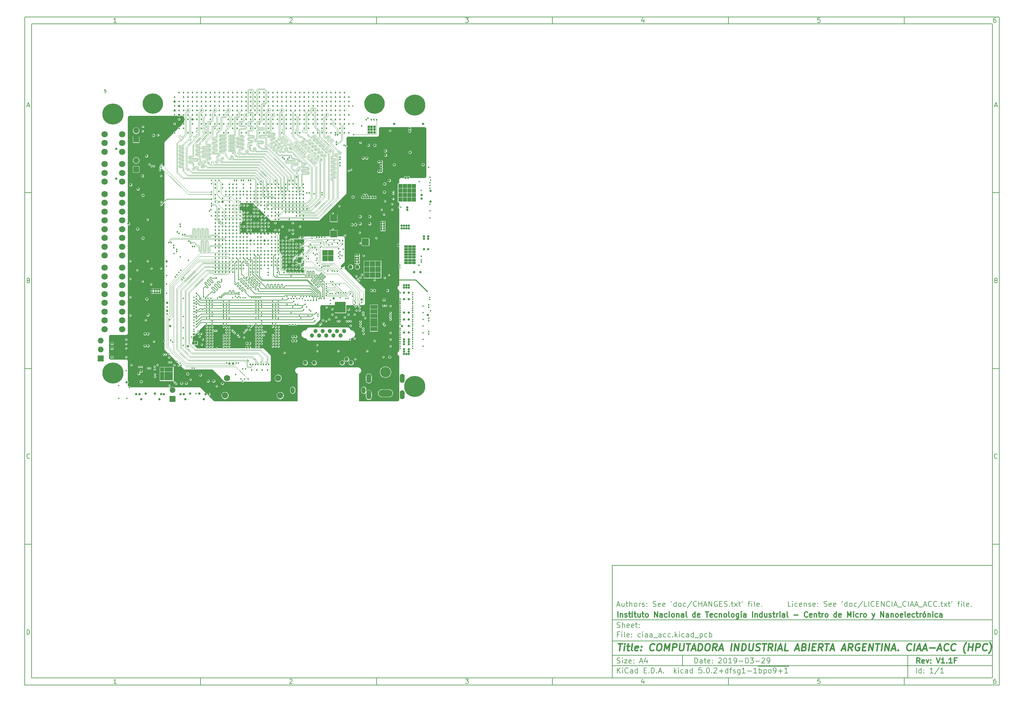
<source format=gbr>
G04 #@! TF.GenerationSoftware,KiCad,Pcbnew,5.0.2+dfsg1-1~bpo9+1*
G04 #@! TF.CreationDate,2019-03-29T14:07:49-03:00*
G04 #@! TF.ProjectId,ciaa_acc,63696161-5f61-4636-932e-6b696361645f,V1.1F*
G04 #@! TF.SameCoordinates,Original*
G04 #@! TF.FileFunction,Copper,L5,Inr*
G04 #@! TF.FilePolarity,Positive*
%FSLAX46Y46*%
G04 Gerber Fmt 4.6, Leading zero omitted, Abs format (unit mm)*
G04 Created by KiCad (PCBNEW 5.0.2+dfsg1-1~bpo9+1) date Fri 29 Mar 2019 02:07:49 PM -03*
%MOMM*%
%LPD*%
G01*
G04 APERTURE LIST*
%ADD10C,0.101600*%
%ADD11C,0.150000*%
%ADD12C,0.300000*%
%ADD13C,0.400000*%
G04 #@! TA.AperFunction,NonConductor*
%ADD14C,0.127000*%
G04 #@! TD*
G04 #@! TA.AperFunction,ViaPad*
%ADD15R,0.800000X0.800000*%
G04 #@! TD*
G04 #@! TA.AperFunction,ViaPad*
%ADD16O,1.200000X1.800000*%
G04 #@! TD*
G04 #@! TA.AperFunction,ViaPad*
%ADD17C,1.200000*%
G04 #@! TD*
G04 #@! TA.AperFunction,ViaPad*
%ADD18C,5.800000*%
G04 #@! TD*
G04 #@! TA.AperFunction,ViaPad*
%ADD19R,1.600000X1.600000*%
G04 #@! TD*
G04 #@! TA.AperFunction,ViaPad*
%ADD20C,1.778000*%
G04 #@! TD*
G04 #@! TA.AperFunction,ViaPad*
%ADD21R,1.651000X1.651000*%
G04 #@! TD*
G04 #@! TA.AperFunction,ViaPad*
%ADD22O,1.651000X1.651000*%
G04 #@! TD*
G04 #@! TA.AperFunction,ViaPad*
%ADD23R,0.750000X0.900000*%
G04 #@! TD*
G04 #@! TA.AperFunction,ViaPad*
%ADD24R,1.080000X0.780000*%
G04 #@! TD*
G04 #@! TA.AperFunction,ViaPad*
%ADD25R,1.287500X1.287500*%
G04 #@! TD*
G04 #@! TA.AperFunction,ViaPad*
%ADD26R,1.000000X1.250000*%
G04 #@! TD*
G04 #@! TA.AperFunction,ViaPad*
%ADD27R,1.250000X1.250000*%
G04 #@! TD*
G04 #@! TA.AperFunction,ViaPad*
%ADD28R,1.000000X1.000000*%
G04 #@! TD*
G04 #@! TA.AperFunction,ViaPad*
%ADD29R,1.500000X1.500000*%
G04 #@! TD*
G04 #@! TA.AperFunction,ViaPad*
%ADD30C,1.800000*%
G04 #@! TD*
G04 #@! TA.AperFunction,ViaPad*
%ADD31C,3.000000*%
G04 #@! TD*
G04 #@! TA.AperFunction,ViaPad*
%ADD32O,1.400000X2.600000*%
G04 #@! TD*
G04 #@! TA.AperFunction,ViaPad*
%ADD33O,4.000000X2.000000*%
G04 #@! TD*
G04 #@! TA.AperFunction,ViaPad*
%ADD34C,6.000000*%
G04 #@! TD*
G04 #@! TA.AperFunction,ViaPad*
%ADD35C,0.635000*%
G04 #@! TD*
G04 #@! TA.AperFunction,ViaPad*
%ADD36C,0.406400*%
G04 #@! TD*
G04 #@! TA.AperFunction,ViaPad*
%ADD37C,0.457200*%
G04 #@! TD*
G04 #@! TA.AperFunction,ViaPad*
%ADD38C,1.270000*%
G04 #@! TD*
G04 #@! TA.AperFunction,Conductor*
%ADD39C,0.254000*%
G04 #@! TD*
G04 #@! TA.AperFunction,Conductor*
%ADD40C,0.762000*%
G04 #@! TD*
G04 #@! TA.AperFunction,Conductor*
%ADD41C,0.088900*%
G04 #@! TD*
G04 #@! TA.AperFunction,Conductor*
%ADD42C,0.106680*%
G04 #@! TD*
G04 #@! TA.AperFunction,Conductor*
%ADD43C,0.165100*%
G04 #@! TD*
G04 #@! TA.AperFunction,Conductor*
%ADD44C,0.147320*%
G04 #@! TD*
G04 #@! TA.AperFunction,Conductor*
%ADD45C,0.127000*%
G04 #@! TD*
G04 #@! TA.AperFunction,Conductor*
%ADD46C,0.101600*%
G04 #@! TD*
G04 APERTURE END LIST*
D10*
D11*
X177002200Y-166007200D02*
X177002200Y-198007200D01*
X285002200Y-198007200D01*
X285002200Y-166007200D01*
X177002200Y-166007200D01*
D10*
D11*
X10000000Y-10000000D02*
X10000000Y-200007200D01*
X287002200Y-200007200D01*
X287002200Y-10000000D01*
X10000000Y-10000000D01*
D10*
D11*
X12000000Y-12000000D02*
X12000000Y-198007200D01*
X285002200Y-198007200D01*
X285002200Y-12000000D01*
X12000000Y-12000000D01*
D10*
D11*
X60000000Y-12000000D02*
X60000000Y-10000000D01*
D10*
D11*
X110000000Y-12000000D02*
X110000000Y-10000000D01*
D10*
D11*
X160000000Y-12000000D02*
X160000000Y-10000000D01*
D10*
D11*
X210000000Y-12000000D02*
X210000000Y-10000000D01*
D10*
D11*
X260000000Y-12000000D02*
X260000000Y-10000000D01*
D10*
D11*
X36065476Y-11588095D02*
X35322619Y-11588095D01*
X35694047Y-11588095D02*
X35694047Y-10288095D01*
X35570238Y-10473809D01*
X35446428Y-10597619D01*
X35322619Y-10659523D01*
D10*
D11*
X85322619Y-10411904D02*
X85384523Y-10350000D01*
X85508333Y-10288095D01*
X85817857Y-10288095D01*
X85941666Y-10350000D01*
X86003571Y-10411904D01*
X86065476Y-10535714D01*
X86065476Y-10659523D01*
X86003571Y-10845238D01*
X85260714Y-11588095D01*
X86065476Y-11588095D01*
D10*
D11*
X135260714Y-10288095D02*
X136065476Y-10288095D01*
X135632142Y-10783333D01*
X135817857Y-10783333D01*
X135941666Y-10845238D01*
X136003571Y-10907142D01*
X136065476Y-11030952D01*
X136065476Y-11340476D01*
X136003571Y-11464285D01*
X135941666Y-11526190D01*
X135817857Y-11588095D01*
X135446428Y-11588095D01*
X135322619Y-11526190D01*
X135260714Y-11464285D01*
D10*
D11*
X185941666Y-10721428D02*
X185941666Y-11588095D01*
X185632142Y-10226190D02*
X185322619Y-11154761D01*
X186127380Y-11154761D01*
D10*
D11*
X236003571Y-10288095D02*
X235384523Y-10288095D01*
X235322619Y-10907142D01*
X235384523Y-10845238D01*
X235508333Y-10783333D01*
X235817857Y-10783333D01*
X235941666Y-10845238D01*
X236003571Y-10907142D01*
X236065476Y-11030952D01*
X236065476Y-11340476D01*
X236003571Y-11464285D01*
X235941666Y-11526190D01*
X235817857Y-11588095D01*
X235508333Y-11588095D01*
X235384523Y-11526190D01*
X235322619Y-11464285D01*
D10*
D11*
X285941666Y-10288095D02*
X285694047Y-10288095D01*
X285570238Y-10350000D01*
X285508333Y-10411904D01*
X285384523Y-10597619D01*
X285322619Y-10845238D01*
X285322619Y-11340476D01*
X285384523Y-11464285D01*
X285446428Y-11526190D01*
X285570238Y-11588095D01*
X285817857Y-11588095D01*
X285941666Y-11526190D01*
X286003571Y-11464285D01*
X286065476Y-11340476D01*
X286065476Y-11030952D01*
X286003571Y-10907142D01*
X285941666Y-10845238D01*
X285817857Y-10783333D01*
X285570238Y-10783333D01*
X285446428Y-10845238D01*
X285384523Y-10907142D01*
X285322619Y-11030952D01*
D10*
D11*
X60000000Y-198007200D02*
X60000000Y-200007200D01*
D10*
D11*
X110000000Y-198007200D02*
X110000000Y-200007200D01*
D10*
D11*
X160000000Y-198007200D02*
X160000000Y-200007200D01*
D10*
D11*
X210000000Y-198007200D02*
X210000000Y-200007200D01*
D10*
D11*
X260000000Y-198007200D02*
X260000000Y-200007200D01*
D10*
D11*
X36065476Y-199595295D02*
X35322619Y-199595295D01*
X35694047Y-199595295D02*
X35694047Y-198295295D01*
X35570238Y-198481009D01*
X35446428Y-198604819D01*
X35322619Y-198666723D01*
D10*
D11*
X85322619Y-198419104D02*
X85384523Y-198357200D01*
X85508333Y-198295295D01*
X85817857Y-198295295D01*
X85941666Y-198357200D01*
X86003571Y-198419104D01*
X86065476Y-198542914D01*
X86065476Y-198666723D01*
X86003571Y-198852438D01*
X85260714Y-199595295D01*
X86065476Y-199595295D01*
D10*
D11*
X135260714Y-198295295D02*
X136065476Y-198295295D01*
X135632142Y-198790533D01*
X135817857Y-198790533D01*
X135941666Y-198852438D01*
X136003571Y-198914342D01*
X136065476Y-199038152D01*
X136065476Y-199347676D01*
X136003571Y-199471485D01*
X135941666Y-199533390D01*
X135817857Y-199595295D01*
X135446428Y-199595295D01*
X135322619Y-199533390D01*
X135260714Y-199471485D01*
D10*
D11*
X185941666Y-198728628D02*
X185941666Y-199595295D01*
X185632142Y-198233390D02*
X185322619Y-199161961D01*
X186127380Y-199161961D01*
D10*
D11*
X236003571Y-198295295D02*
X235384523Y-198295295D01*
X235322619Y-198914342D01*
X235384523Y-198852438D01*
X235508333Y-198790533D01*
X235817857Y-198790533D01*
X235941666Y-198852438D01*
X236003571Y-198914342D01*
X236065476Y-199038152D01*
X236065476Y-199347676D01*
X236003571Y-199471485D01*
X235941666Y-199533390D01*
X235817857Y-199595295D01*
X235508333Y-199595295D01*
X235384523Y-199533390D01*
X235322619Y-199471485D01*
D10*
D11*
X285941666Y-198295295D02*
X285694047Y-198295295D01*
X285570238Y-198357200D01*
X285508333Y-198419104D01*
X285384523Y-198604819D01*
X285322619Y-198852438D01*
X285322619Y-199347676D01*
X285384523Y-199471485D01*
X285446428Y-199533390D01*
X285570238Y-199595295D01*
X285817857Y-199595295D01*
X285941666Y-199533390D01*
X286003571Y-199471485D01*
X286065476Y-199347676D01*
X286065476Y-199038152D01*
X286003571Y-198914342D01*
X285941666Y-198852438D01*
X285817857Y-198790533D01*
X285570238Y-198790533D01*
X285446428Y-198852438D01*
X285384523Y-198914342D01*
X285322619Y-199038152D01*
D10*
D11*
X10000000Y-60000000D02*
X12000000Y-60000000D01*
D10*
D11*
X10000000Y-110000000D02*
X12000000Y-110000000D01*
D10*
D11*
X10000000Y-160000000D02*
X12000000Y-160000000D01*
D10*
D11*
X10690476Y-35216666D02*
X11309523Y-35216666D01*
X10566666Y-35588095D02*
X11000000Y-34288095D01*
X11433333Y-35588095D01*
D10*
D11*
X11092857Y-84907142D02*
X11278571Y-84969047D01*
X11340476Y-85030952D01*
X11402380Y-85154761D01*
X11402380Y-85340476D01*
X11340476Y-85464285D01*
X11278571Y-85526190D01*
X11154761Y-85588095D01*
X10659523Y-85588095D01*
X10659523Y-84288095D01*
X11092857Y-84288095D01*
X11216666Y-84350000D01*
X11278571Y-84411904D01*
X11340476Y-84535714D01*
X11340476Y-84659523D01*
X11278571Y-84783333D01*
X11216666Y-84845238D01*
X11092857Y-84907142D01*
X10659523Y-84907142D01*
D10*
D11*
X11402380Y-135464285D02*
X11340476Y-135526190D01*
X11154761Y-135588095D01*
X11030952Y-135588095D01*
X10845238Y-135526190D01*
X10721428Y-135402380D01*
X10659523Y-135278571D01*
X10597619Y-135030952D01*
X10597619Y-134845238D01*
X10659523Y-134597619D01*
X10721428Y-134473809D01*
X10845238Y-134350000D01*
X11030952Y-134288095D01*
X11154761Y-134288095D01*
X11340476Y-134350000D01*
X11402380Y-134411904D01*
D10*
D11*
X10659523Y-185588095D02*
X10659523Y-184288095D01*
X10969047Y-184288095D01*
X11154761Y-184350000D01*
X11278571Y-184473809D01*
X11340476Y-184597619D01*
X11402380Y-184845238D01*
X11402380Y-185030952D01*
X11340476Y-185278571D01*
X11278571Y-185402380D01*
X11154761Y-185526190D01*
X10969047Y-185588095D01*
X10659523Y-185588095D01*
D10*
D11*
X287002200Y-60000000D02*
X285002200Y-60000000D01*
D10*
D11*
X287002200Y-110000000D02*
X285002200Y-110000000D01*
D10*
D11*
X287002200Y-160000000D02*
X285002200Y-160000000D01*
D10*
D11*
X285692676Y-35216666D02*
X286311723Y-35216666D01*
X285568866Y-35588095D02*
X286002200Y-34288095D01*
X286435533Y-35588095D01*
D10*
D11*
X286095057Y-84907142D02*
X286280771Y-84969047D01*
X286342676Y-85030952D01*
X286404580Y-85154761D01*
X286404580Y-85340476D01*
X286342676Y-85464285D01*
X286280771Y-85526190D01*
X286156961Y-85588095D01*
X285661723Y-85588095D01*
X285661723Y-84288095D01*
X286095057Y-84288095D01*
X286218866Y-84350000D01*
X286280771Y-84411904D01*
X286342676Y-84535714D01*
X286342676Y-84659523D01*
X286280771Y-84783333D01*
X286218866Y-84845238D01*
X286095057Y-84907142D01*
X285661723Y-84907142D01*
D10*
D11*
X286404580Y-135464285D02*
X286342676Y-135526190D01*
X286156961Y-135588095D01*
X286033152Y-135588095D01*
X285847438Y-135526190D01*
X285723628Y-135402380D01*
X285661723Y-135278571D01*
X285599819Y-135030952D01*
X285599819Y-134845238D01*
X285661723Y-134597619D01*
X285723628Y-134473809D01*
X285847438Y-134350000D01*
X286033152Y-134288095D01*
X286156961Y-134288095D01*
X286342676Y-134350000D01*
X286404580Y-134411904D01*
D10*
D11*
X285661723Y-185588095D02*
X285661723Y-184288095D01*
X285971247Y-184288095D01*
X286156961Y-184350000D01*
X286280771Y-184473809D01*
X286342676Y-184597619D01*
X286404580Y-184845238D01*
X286404580Y-185030952D01*
X286342676Y-185278571D01*
X286280771Y-185402380D01*
X286156961Y-185526190D01*
X285971247Y-185588095D01*
X285661723Y-185588095D01*
D10*
D11*
X200434342Y-193785771D02*
X200434342Y-192285771D01*
X200791485Y-192285771D01*
X201005771Y-192357200D01*
X201148628Y-192500057D01*
X201220057Y-192642914D01*
X201291485Y-192928628D01*
X201291485Y-193142914D01*
X201220057Y-193428628D01*
X201148628Y-193571485D01*
X201005771Y-193714342D01*
X200791485Y-193785771D01*
X200434342Y-193785771D01*
X202577200Y-193785771D02*
X202577200Y-193000057D01*
X202505771Y-192857200D01*
X202362914Y-192785771D01*
X202077200Y-192785771D01*
X201934342Y-192857200D01*
X202577200Y-193714342D02*
X202434342Y-193785771D01*
X202077200Y-193785771D01*
X201934342Y-193714342D01*
X201862914Y-193571485D01*
X201862914Y-193428628D01*
X201934342Y-193285771D01*
X202077200Y-193214342D01*
X202434342Y-193214342D01*
X202577200Y-193142914D01*
X203077200Y-192785771D02*
X203648628Y-192785771D01*
X203291485Y-192285771D02*
X203291485Y-193571485D01*
X203362914Y-193714342D01*
X203505771Y-193785771D01*
X203648628Y-193785771D01*
X204720057Y-193714342D02*
X204577200Y-193785771D01*
X204291485Y-193785771D01*
X204148628Y-193714342D01*
X204077200Y-193571485D01*
X204077200Y-193000057D01*
X204148628Y-192857200D01*
X204291485Y-192785771D01*
X204577200Y-192785771D01*
X204720057Y-192857200D01*
X204791485Y-193000057D01*
X204791485Y-193142914D01*
X204077200Y-193285771D01*
X205434342Y-193642914D02*
X205505771Y-193714342D01*
X205434342Y-193785771D01*
X205362914Y-193714342D01*
X205434342Y-193642914D01*
X205434342Y-193785771D01*
X205434342Y-192857200D02*
X205505771Y-192928628D01*
X205434342Y-193000057D01*
X205362914Y-192928628D01*
X205434342Y-192857200D01*
X205434342Y-193000057D01*
X207220057Y-192428628D02*
X207291485Y-192357200D01*
X207434342Y-192285771D01*
X207791485Y-192285771D01*
X207934342Y-192357200D01*
X208005771Y-192428628D01*
X208077200Y-192571485D01*
X208077200Y-192714342D01*
X208005771Y-192928628D01*
X207148628Y-193785771D01*
X208077200Y-193785771D01*
X209005771Y-192285771D02*
X209148628Y-192285771D01*
X209291485Y-192357200D01*
X209362914Y-192428628D01*
X209434342Y-192571485D01*
X209505771Y-192857200D01*
X209505771Y-193214342D01*
X209434342Y-193500057D01*
X209362914Y-193642914D01*
X209291485Y-193714342D01*
X209148628Y-193785771D01*
X209005771Y-193785771D01*
X208862914Y-193714342D01*
X208791485Y-193642914D01*
X208720057Y-193500057D01*
X208648628Y-193214342D01*
X208648628Y-192857200D01*
X208720057Y-192571485D01*
X208791485Y-192428628D01*
X208862914Y-192357200D01*
X209005771Y-192285771D01*
X210934342Y-193785771D02*
X210077200Y-193785771D01*
X210505771Y-193785771D02*
X210505771Y-192285771D01*
X210362914Y-192500057D01*
X210220057Y-192642914D01*
X210077200Y-192714342D01*
X211648628Y-193785771D02*
X211934342Y-193785771D01*
X212077200Y-193714342D01*
X212148628Y-193642914D01*
X212291485Y-193428628D01*
X212362914Y-193142914D01*
X212362914Y-192571485D01*
X212291485Y-192428628D01*
X212220057Y-192357200D01*
X212077200Y-192285771D01*
X211791485Y-192285771D01*
X211648628Y-192357200D01*
X211577200Y-192428628D01*
X211505771Y-192571485D01*
X211505771Y-192928628D01*
X211577200Y-193071485D01*
X211648628Y-193142914D01*
X211791485Y-193214342D01*
X212077200Y-193214342D01*
X212220057Y-193142914D01*
X212291485Y-193071485D01*
X212362914Y-192928628D01*
X213005771Y-193214342D02*
X214148628Y-193214342D01*
X215148628Y-192285771D02*
X215291485Y-192285771D01*
X215434342Y-192357200D01*
X215505771Y-192428628D01*
X215577200Y-192571485D01*
X215648628Y-192857200D01*
X215648628Y-193214342D01*
X215577200Y-193500057D01*
X215505771Y-193642914D01*
X215434342Y-193714342D01*
X215291485Y-193785771D01*
X215148628Y-193785771D01*
X215005771Y-193714342D01*
X214934342Y-193642914D01*
X214862914Y-193500057D01*
X214791485Y-193214342D01*
X214791485Y-192857200D01*
X214862914Y-192571485D01*
X214934342Y-192428628D01*
X215005771Y-192357200D01*
X215148628Y-192285771D01*
X216148628Y-192285771D02*
X217077200Y-192285771D01*
X216577200Y-192857200D01*
X216791485Y-192857200D01*
X216934342Y-192928628D01*
X217005771Y-193000057D01*
X217077200Y-193142914D01*
X217077200Y-193500057D01*
X217005771Y-193642914D01*
X216934342Y-193714342D01*
X216791485Y-193785771D01*
X216362914Y-193785771D01*
X216220057Y-193714342D01*
X216148628Y-193642914D01*
X217720057Y-193214342D02*
X218862914Y-193214342D01*
X219505771Y-192428628D02*
X219577200Y-192357200D01*
X219720057Y-192285771D01*
X220077200Y-192285771D01*
X220220057Y-192357200D01*
X220291485Y-192428628D01*
X220362914Y-192571485D01*
X220362914Y-192714342D01*
X220291485Y-192928628D01*
X219434342Y-193785771D01*
X220362914Y-193785771D01*
X221077200Y-193785771D02*
X221362914Y-193785771D01*
X221505771Y-193714342D01*
X221577200Y-193642914D01*
X221720057Y-193428628D01*
X221791485Y-193142914D01*
X221791485Y-192571485D01*
X221720057Y-192428628D01*
X221648628Y-192357200D01*
X221505771Y-192285771D01*
X221220057Y-192285771D01*
X221077200Y-192357200D01*
X221005771Y-192428628D01*
X220934342Y-192571485D01*
X220934342Y-192928628D01*
X221005771Y-193071485D01*
X221077200Y-193142914D01*
X221220057Y-193214342D01*
X221505771Y-193214342D01*
X221648628Y-193142914D01*
X221720057Y-193071485D01*
X221791485Y-192928628D01*
D10*
D11*
X177002200Y-194507200D02*
X285002200Y-194507200D01*
D10*
D11*
X178434342Y-196585771D02*
X178434342Y-195085771D01*
X179291485Y-196585771D02*
X178648628Y-195728628D01*
X179291485Y-195085771D02*
X178434342Y-195942914D01*
X179934342Y-196585771D02*
X179934342Y-195585771D01*
X179934342Y-195085771D02*
X179862914Y-195157200D01*
X179934342Y-195228628D01*
X180005771Y-195157200D01*
X179934342Y-195085771D01*
X179934342Y-195228628D01*
X181505771Y-196442914D02*
X181434342Y-196514342D01*
X181220057Y-196585771D01*
X181077200Y-196585771D01*
X180862914Y-196514342D01*
X180720057Y-196371485D01*
X180648628Y-196228628D01*
X180577200Y-195942914D01*
X180577200Y-195728628D01*
X180648628Y-195442914D01*
X180720057Y-195300057D01*
X180862914Y-195157200D01*
X181077200Y-195085771D01*
X181220057Y-195085771D01*
X181434342Y-195157200D01*
X181505771Y-195228628D01*
X182791485Y-196585771D02*
X182791485Y-195800057D01*
X182720057Y-195657200D01*
X182577200Y-195585771D01*
X182291485Y-195585771D01*
X182148628Y-195657200D01*
X182791485Y-196514342D02*
X182648628Y-196585771D01*
X182291485Y-196585771D01*
X182148628Y-196514342D01*
X182077200Y-196371485D01*
X182077200Y-196228628D01*
X182148628Y-196085771D01*
X182291485Y-196014342D01*
X182648628Y-196014342D01*
X182791485Y-195942914D01*
X184148628Y-196585771D02*
X184148628Y-195085771D01*
X184148628Y-196514342D02*
X184005771Y-196585771D01*
X183720057Y-196585771D01*
X183577200Y-196514342D01*
X183505771Y-196442914D01*
X183434342Y-196300057D01*
X183434342Y-195871485D01*
X183505771Y-195728628D01*
X183577200Y-195657200D01*
X183720057Y-195585771D01*
X184005771Y-195585771D01*
X184148628Y-195657200D01*
X186005771Y-195800057D02*
X186505771Y-195800057D01*
X186720057Y-196585771D02*
X186005771Y-196585771D01*
X186005771Y-195085771D01*
X186720057Y-195085771D01*
X187362914Y-196442914D02*
X187434342Y-196514342D01*
X187362914Y-196585771D01*
X187291485Y-196514342D01*
X187362914Y-196442914D01*
X187362914Y-196585771D01*
X188077200Y-196585771D02*
X188077200Y-195085771D01*
X188434342Y-195085771D01*
X188648628Y-195157200D01*
X188791485Y-195300057D01*
X188862914Y-195442914D01*
X188934342Y-195728628D01*
X188934342Y-195942914D01*
X188862914Y-196228628D01*
X188791485Y-196371485D01*
X188648628Y-196514342D01*
X188434342Y-196585771D01*
X188077200Y-196585771D01*
X189577200Y-196442914D02*
X189648628Y-196514342D01*
X189577200Y-196585771D01*
X189505771Y-196514342D01*
X189577200Y-196442914D01*
X189577200Y-196585771D01*
X190220057Y-196157200D02*
X190934342Y-196157200D01*
X190077200Y-196585771D02*
X190577200Y-195085771D01*
X191077200Y-196585771D01*
X191577200Y-196442914D02*
X191648628Y-196514342D01*
X191577200Y-196585771D01*
X191505771Y-196514342D01*
X191577200Y-196442914D01*
X191577200Y-196585771D01*
X194577200Y-196585771D02*
X194577200Y-195085771D01*
X194720057Y-196014342D02*
X195148628Y-196585771D01*
X195148628Y-195585771D02*
X194577200Y-196157200D01*
X195791485Y-196585771D02*
X195791485Y-195585771D01*
X195791485Y-195085771D02*
X195720057Y-195157200D01*
X195791485Y-195228628D01*
X195862914Y-195157200D01*
X195791485Y-195085771D01*
X195791485Y-195228628D01*
X197148628Y-196514342D02*
X197005771Y-196585771D01*
X196720057Y-196585771D01*
X196577200Y-196514342D01*
X196505771Y-196442914D01*
X196434342Y-196300057D01*
X196434342Y-195871485D01*
X196505771Y-195728628D01*
X196577200Y-195657200D01*
X196720057Y-195585771D01*
X197005771Y-195585771D01*
X197148628Y-195657200D01*
X198434342Y-196585771D02*
X198434342Y-195800057D01*
X198362914Y-195657200D01*
X198220057Y-195585771D01*
X197934342Y-195585771D01*
X197791485Y-195657200D01*
X198434342Y-196514342D02*
X198291485Y-196585771D01*
X197934342Y-196585771D01*
X197791485Y-196514342D01*
X197720057Y-196371485D01*
X197720057Y-196228628D01*
X197791485Y-196085771D01*
X197934342Y-196014342D01*
X198291485Y-196014342D01*
X198434342Y-195942914D01*
X199791485Y-196585771D02*
X199791485Y-195085771D01*
X199791485Y-196514342D02*
X199648628Y-196585771D01*
X199362914Y-196585771D01*
X199220057Y-196514342D01*
X199148628Y-196442914D01*
X199077200Y-196300057D01*
X199077200Y-195871485D01*
X199148628Y-195728628D01*
X199220057Y-195657200D01*
X199362914Y-195585771D01*
X199648628Y-195585771D01*
X199791485Y-195657200D01*
X202362914Y-195085771D02*
X201648628Y-195085771D01*
X201577200Y-195800057D01*
X201648628Y-195728628D01*
X201791485Y-195657200D01*
X202148628Y-195657200D01*
X202291485Y-195728628D01*
X202362914Y-195800057D01*
X202434342Y-195942914D01*
X202434342Y-196300057D01*
X202362914Y-196442914D01*
X202291485Y-196514342D01*
X202148628Y-196585771D01*
X201791485Y-196585771D01*
X201648628Y-196514342D01*
X201577200Y-196442914D01*
X203077200Y-196442914D02*
X203148628Y-196514342D01*
X203077200Y-196585771D01*
X203005771Y-196514342D01*
X203077200Y-196442914D01*
X203077200Y-196585771D01*
X204077200Y-195085771D02*
X204220057Y-195085771D01*
X204362914Y-195157200D01*
X204434342Y-195228628D01*
X204505771Y-195371485D01*
X204577200Y-195657200D01*
X204577200Y-196014342D01*
X204505771Y-196300057D01*
X204434342Y-196442914D01*
X204362914Y-196514342D01*
X204220057Y-196585771D01*
X204077200Y-196585771D01*
X203934342Y-196514342D01*
X203862914Y-196442914D01*
X203791485Y-196300057D01*
X203720057Y-196014342D01*
X203720057Y-195657200D01*
X203791485Y-195371485D01*
X203862914Y-195228628D01*
X203934342Y-195157200D01*
X204077200Y-195085771D01*
X205220057Y-196442914D02*
X205291485Y-196514342D01*
X205220057Y-196585771D01*
X205148628Y-196514342D01*
X205220057Y-196442914D01*
X205220057Y-196585771D01*
X205862914Y-195228628D02*
X205934342Y-195157200D01*
X206077200Y-195085771D01*
X206434342Y-195085771D01*
X206577200Y-195157200D01*
X206648628Y-195228628D01*
X206720057Y-195371485D01*
X206720057Y-195514342D01*
X206648628Y-195728628D01*
X205791485Y-196585771D01*
X206720057Y-196585771D01*
X207362914Y-196014342D02*
X208505771Y-196014342D01*
X207934342Y-196585771D02*
X207934342Y-195442914D01*
X209862914Y-196585771D02*
X209862914Y-195085771D01*
X209862914Y-196514342D02*
X209720057Y-196585771D01*
X209434342Y-196585771D01*
X209291485Y-196514342D01*
X209220057Y-196442914D01*
X209148628Y-196300057D01*
X209148628Y-195871485D01*
X209220057Y-195728628D01*
X209291485Y-195657200D01*
X209434342Y-195585771D01*
X209720057Y-195585771D01*
X209862914Y-195657200D01*
X210362914Y-195585771D02*
X210934342Y-195585771D01*
X210577200Y-196585771D02*
X210577200Y-195300057D01*
X210648628Y-195157200D01*
X210791485Y-195085771D01*
X210934342Y-195085771D01*
X211362914Y-196514342D02*
X211505771Y-196585771D01*
X211791485Y-196585771D01*
X211934342Y-196514342D01*
X212005771Y-196371485D01*
X212005771Y-196300057D01*
X211934342Y-196157200D01*
X211791485Y-196085771D01*
X211577200Y-196085771D01*
X211434342Y-196014342D01*
X211362914Y-195871485D01*
X211362914Y-195800057D01*
X211434342Y-195657200D01*
X211577200Y-195585771D01*
X211791485Y-195585771D01*
X211934342Y-195657200D01*
X213291485Y-195585771D02*
X213291485Y-196800057D01*
X213220057Y-196942914D01*
X213148628Y-197014342D01*
X213005771Y-197085771D01*
X212791485Y-197085771D01*
X212648628Y-197014342D01*
X213291485Y-196514342D02*
X213148628Y-196585771D01*
X212862914Y-196585771D01*
X212720057Y-196514342D01*
X212648628Y-196442914D01*
X212577200Y-196300057D01*
X212577200Y-195871485D01*
X212648628Y-195728628D01*
X212720057Y-195657200D01*
X212862914Y-195585771D01*
X213148628Y-195585771D01*
X213291485Y-195657200D01*
X214791485Y-196585771D02*
X213934342Y-196585771D01*
X214362914Y-196585771D02*
X214362914Y-195085771D01*
X214220057Y-195300057D01*
X214077200Y-195442914D01*
X213934342Y-195514342D01*
X215434342Y-196014342D02*
X216577200Y-196014342D01*
X218077200Y-196585771D02*
X217220057Y-196585771D01*
X217648628Y-196585771D02*
X217648628Y-195085771D01*
X217505771Y-195300057D01*
X217362914Y-195442914D01*
X217220057Y-195514342D01*
X218362914Y-194677200D02*
X219720057Y-194677200D01*
X218720057Y-196585771D02*
X218720057Y-195085771D01*
X218720057Y-195657200D02*
X218862914Y-195585771D01*
X219148628Y-195585771D01*
X219291485Y-195657200D01*
X219362914Y-195728628D01*
X219434342Y-195871485D01*
X219434342Y-196300057D01*
X219362914Y-196442914D01*
X219291485Y-196514342D01*
X219148628Y-196585771D01*
X218862914Y-196585771D01*
X218720057Y-196514342D01*
X219720057Y-194677200D02*
X221077200Y-194677200D01*
X220077200Y-195585771D02*
X220077200Y-197085771D01*
X220077200Y-195657200D02*
X220220057Y-195585771D01*
X220505771Y-195585771D01*
X220648628Y-195657200D01*
X220720057Y-195728628D01*
X220791485Y-195871485D01*
X220791485Y-196300057D01*
X220720057Y-196442914D01*
X220648628Y-196514342D01*
X220505771Y-196585771D01*
X220220057Y-196585771D01*
X220077200Y-196514342D01*
X221077200Y-194677200D02*
X222434342Y-194677200D01*
X221648628Y-196585771D02*
X221505771Y-196514342D01*
X221434342Y-196442914D01*
X221362914Y-196300057D01*
X221362914Y-195871485D01*
X221434342Y-195728628D01*
X221505771Y-195657200D01*
X221648628Y-195585771D01*
X221862914Y-195585771D01*
X222005771Y-195657200D01*
X222077200Y-195728628D01*
X222148628Y-195871485D01*
X222148628Y-196300057D01*
X222077200Y-196442914D01*
X222005771Y-196514342D01*
X221862914Y-196585771D01*
X221648628Y-196585771D01*
X222434342Y-194677200D02*
X223862914Y-194677200D01*
X222862914Y-196585771D02*
X223148628Y-196585771D01*
X223291485Y-196514342D01*
X223362914Y-196442914D01*
X223505771Y-196228628D01*
X223577200Y-195942914D01*
X223577200Y-195371485D01*
X223505771Y-195228628D01*
X223434342Y-195157200D01*
X223291485Y-195085771D01*
X223005771Y-195085771D01*
X222862914Y-195157200D01*
X222791485Y-195228628D01*
X222720057Y-195371485D01*
X222720057Y-195728628D01*
X222791485Y-195871485D01*
X222862914Y-195942914D01*
X223005771Y-196014342D01*
X223291485Y-196014342D01*
X223434342Y-195942914D01*
X223505771Y-195871485D01*
X223577200Y-195728628D01*
X223862914Y-194677200D02*
X225720057Y-194677200D01*
X224220057Y-196014342D02*
X225362914Y-196014342D01*
X224791485Y-196585771D02*
X224791485Y-195442914D01*
X225720057Y-194677200D02*
X227148628Y-194677200D01*
X226862914Y-196585771D02*
X226005771Y-196585771D01*
X226434342Y-196585771D02*
X226434342Y-195085771D01*
X226291485Y-195300057D01*
X226148628Y-195442914D01*
X226005771Y-195514342D01*
D10*
D11*
X177002200Y-191507200D02*
X285002200Y-191507200D01*
D10*
D12*
X264411485Y-193785771D02*
X263911485Y-193071485D01*
X263554342Y-193785771D02*
X263554342Y-192285771D01*
X264125771Y-192285771D01*
X264268628Y-192357200D01*
X264340057Y-192428628D01*
X264411485Y-192571485D01*
X264411485Y-192785771D01*
X264340057Y-192928628D01*
X264268628Y-193000057D01*
X264125771Y-193071485D01*
X263554342Y-193071485D01*
X265625771Y-193714342D02*
X265482914Y-193785771D01*
X265197200Y-193785771D01*
X265054342Y-193714342D01*
X264982914Y-193571485D01*
X264982914Y-193000057D01*
X265054342Y-192857200D01*
X265197200Y-192785771D01*
X265482914Y-192785771D01*
X265625771Y-192857200D01*
X265697200Y-193000057D01*
X265697200Y-193142914D01*
X264982914Y-193285771D01*
X266197200Y-192785771D02*
X266554342Y-193785771D01*
X266911485Y-192785771D01*
X267482914Y-193642914D02*
X267554342Y-193714342D01*
X267482914Y-193785771D01*
X267411485Y-193714342D01*
X267482914Y-193642914D01*
X267482914Y-193785771D01*
X267482914Y-192857200D02*
X267554342Y-192928628D01*
X267482914Y-193000057D01*
X267411485Y-192928628D01*
X267482914Y-192857200D01*
X267482914Y-193000057D01*
X269125771Y-192285771D02*
X269625771Y-193785771D01*
X270125771Y-192285771D01*
X271411485Y-193785771D02*
X270554342Y-193785771D01*
X270982914Y-193785771D02*
X270982914Y-192285771D01*
X270840057Y-192500057D01*
X270697200Y-192642914D01*
X270554342Y-192714342D01*
X272054342Y-193642914D02*
X272125771Y-193714342D01*
X272054342Y-193785771D01*
X271982914Y-193714342D01*
X272054342Y-193642914D01*
X272054342Y-193785771D01*
X273554342Y-193785771D02*
X272697200Y-193785771D01*
X273125771Y-193785771D02*
X273125771Y-192285771D01*
X272982914Y-192500057D01*
X272840057Y-192642914D01*
X272697200Y-192714342D01*
X274697200Y-193000057D02*
X274197200Y-193000057D01*
X274197200Y-193785771D02*
X274197200Y-192285771D01*
X274911485Y-192285771D01*
D10*
D11*
X178362914Y-193714342D02*
X178577200Y-193785771D01*
X178934342Y-193785771D01*
X179077200Y-193714342D01*
X179148628Y-193642914D01*
X179220057Y-193500057D01*
X179220057Y-193357200D01*
X179148628Y-193214342D01*
X179077200Y-193142914D01*
X178934342Y-193071485D01*
X178648628Y-193000057D01*
X178505771Y-192928628D01*
X178434342Y-192857200D01*
X178362914Y-192714342D01*
X178362914Y-192571485D01*
X178434342Y-192428628D01*
X178505771Y-192357200D01*
X178648628Y-192285771D01*
X179005771Y-192285771D01*
X179220057Y-192357200D01*
X179862914Y-193785771D02*
X179862914Y-192785771D01*
X179862914Y-192285771D02*
X179791485Y-192357200D01*
X179862914Y-192428628D01*
X179934342Y-192357200D01*
X179862914Y-192285771D01*
X179862914Y-192428628D01*
X180434342Y-192785771D02*
X181220057Y-192785771D01*
X180434342Y-193785771D01*
X181220057Y-193785771D01*
X182362914Y-193714342D02*
X182220057Y-193785771D01*
X181934342Y-193785771D01*
X181791485Y-193714342D01*
X181720057Y-193571485D01*
X181720057Y-193000057D01*
X181791485Y-192857200D01*
X181934342Y-192785771D01*
X182220057Y-192785771D01*
X182362914Y-192857200D01*
X182434342Y-193000057D01*
X182434342Y-193142914D01*
X181720057Y-193285771D01*
X183077200Y-193642914D02*
X183148628Y-193714342D01*
X183077200Y-193785771D01*
X183005771Y-193714342D01*
X183077200Y-193642914D01*
X183077200Y-193785771D01*
X183077200Y-192857200D02*
X183148628Y-192928628D01*
X183077200Y-193000057D01*
X183005771Y-192928628D01*
X183077200Y-192857200D01*
X183077200Y-193000057D01*
X184862914Y-193357200D02*
X185577200Y-193357200D01*
X184720057Y-193785771D02*
X185220057Y-192285771D01*
X185720057Y-193785771D01*
X186862914Y-192785771D02*
X186862914Y-193785771D01*
X186505771Y-192214342D02*
X186148628Y-193285771D01*
X187077200Y-193285771D01*
D10*
D11*
X263434342Y-196585771D02*
X263434342Y-195085771D01*
X264791485Y-196585771D02*
X264791485Y-195085771D01*
X264791485Y-196514342D02*
X264648628Y-196585771D01*
X264362914Y-196585771D01*
X264220057Y-196514342D01*
X264148628Y-196442914D01*
X264077200Y-196300057D01*
X264077200Y-195871485D01*
X264148628Y-195728628D01*
X264220057Y-195657200D01*
X264362914Y-195585771D01*
X264648628Y-195585771D01*
X264791485Y-195657200D01*
X265505771Y-196442914D02*
X265577200Y-196514342D01*
X265505771Y-196585771D01*
X265434342Y-196514342D01*
X265505771Y-196442914D01*
X265505771Y-196585771D01*
X265505771Y-195657200D02*
X265577200Y-195728628D01*
X265505771Y-195800057D01*
X265434342Y-195728628D01*
X265505771Y-195657200D01*
X265505771Y-195800057D01*
X268148628Y-196585771D02*
X267291485Y-196585771D01*
X267720057Y-196585771D02*
X267720057Y-195085771D01*
X267577200Y-195300057D01*
X267434342Y-195442914D01*
X267291485Y-195514342D01*
X269862914Y-195014342D02*
X268577200Y-196942914D01*
X271148628Y-196585771D02*
X270291485Y-196585771D01*
X270720057Y-196585771D02*
X270720057Y-195085771D01*
X270577200Y-195300057D01*
X270434342Y-195442914D01*
X270291485Y-195514342D01*
D10*
D11*
X177002200Y-187507200D02*
X285002200Y-187507200D01*
D10*
D13*
X178714580Y-188211961D02*
X179857438Y-188211961D01*
X179036009Y-190211961D02*
X179286009Y-188211961D01*
X180274104Y-190211961D02*
X180440771Y-188878628D01*
X180524104Y-188211961D02*
X180416961Y-188307200D01*
X180500295Y-188402438D01*
X180607438Y-188307200D01*
X180524104Y-188211961D01*
X180500295Y-188402438D01*
X181107438Y-188878628D02*
X181869342Y-188878628D01*
X181476485Y-188211961D02*
X181262200Y-189926247D01*
X181333628Y-190116723D01*
X181512200Y-190211961D01*
X181702676Y-190211961D01*
X182655057Y-190211961D02*
X182476485Y-190116723D01*
X182405057Y-189926247D01*
X182619342Y-188211961D01*
X184190771Y-190116723D02*
X183988390Y-190211961D01*
X183607438Y-190211961D01*
X183428866Y-190116723D01*
X183357438Y-189926247D01*
X183452676Y-189164342D01*
X183571723Y-188973866D01*
X183774104Y-188878628D01*
X184155057Y-188878628D01*
X184333628Y-188973866D01*
X184405057Y-189164342D01*
X184381247Y-189354819D01*
X183405057Y-189545295D01*
X185155057Y-190021485D02*
X185238390Y-190116723D01*
X185131247Y-190211961D01*
X185047914Y-190116723D01*
X185155057Y-190021485D01*
X185131247Y-190211961D01*
X185286009Y-188973866D02*
X185369342Y-189069104D01*
X185262200Y-189164342D01*
X185178866Y-189069104D01*
X185286009Y-188973866D01*
X185262200Y-189164342D01*
X188774104Y-190021485D02*
X188666961Y-190116723D01*
X188369342Y-190211961D01*
X188178866Y-190211961D01*
X187905057Y-190116723D01*
X187738390Y-189926247D01*
X187666961Y-189735771D01*
X187619342Y-189354819D01*
X187655057Y-189069104D01*
X187797914Y-188688152D01*
X187916961Y-188497676D01*
X188131247Y-188307200D01*
X188428866Y-188211961D01*
X188619342Y-188211961D01*
X188893152Y-188307200D01*
X188976485Y-188402438D01*
X190238390Y-188211961D02*
X190619342Y-188211961D01*
X190797914Y-188307200D01*
X190964580Y-188497676D01*
X191012200Y-188878628D01*
X190928866Y-189545295D01*
X190786009Y-189926247D01*
X190571723Y-190116723D01*
X190369342Y-190211961D01*
X189988390Y-190211961D01*
X189809819Y-190116723D01*
X189643152Y-189926247D01*
X189595533Y-189545295D01*
X189678866Y-188878628D01*
X189821723Y-188497676D01*
X190036009Y-188307200D01*
X190238390Y-188211961D01*
X191702676Y-190211961D02*
X191952676Y-188211961D01*
X192440771Y-189640533D01*
X193286009Y-188211961D01*
X193036009Y-190211961D01*
X193988390Y-190211961D02*
X194238390Y-188211961D01*
X195000295Y-188211961D01*
X195178866Y-188307200D01*
X195262200Y-188402438D01*
X195333628Y-188592914D01*
X195297914Y-188878628D01*
X195178866Y-189069104D01*
X195071723Y-189164342D01*
X194869342Y-189259580D01*
X194107438Y-189259580D01*
X196238390Y-188211961D02*
X196036009Y-189831009D01*
X196107438Y-190021485D01*
X196190771Y-190116723D01*
X196369342Y-190211961D01*
X196750295Y-190211961D01*
X196952676Y-190116723D01*
X197059819Y-190021485D01*
X197178866Y-189831009D01*
X197381247Y-188211961D01*
X198047914Y-188211961D02*
X199190771Y-188211961D01*
X198369342Y-190211961D02*
X198619342Y-188211961D01*
X199583628Y-189640533D02*
X200536009Y-189640533D01*
X199321723Y-190211961D02*
X200238390Y-188211961D01*
X200655057Y-190211961D01*
X201321723Y-190211961D02*
X201571723Y-188211961D01*
X202047914Y-188211961D01*
X202321723Y-188307200D01*
X202488390Y-188497676D01*
X202559819Y-188688152D01*
X202607438Y-189069104D01*
X202571723Y-189354819D01*
X202428866Y-189735771D01*
X202309819Y-189926247D01*
X202095533Y-190116723D01*
X201797914Y-190211961D01*
X201321723Y-190211961D01*
X203952676Y-188211961D02*
X204333628Y-188211961D01*
X204512200Y-188307200D01*
X204678866Y-188497676D01*
X204726485Y-188878628D01*
X204643152Y-189545295D01*
X204500295Y-189926247D01*
X204286009Y-190116723D01*
X204083628Y-190211961D01*
X203702676Y-190211961D01*
X203524104Y-190116723D01*
X203357438Y-189926247D01*
X203309819Y-189545295D01*
X203393152Y-188878628D01*
X203536009Y-188497676D01*
X203750295Y-188307200D01*
X203952676Y-188211961D01*
X206559819Y-190211961D02*
X206012200Y-189259580D01*
X205416961Y-190211961D02*
X205666961Y-188211961D01*
X206428866Y-188211961D01*
X206607438Y-188307200D01*
X206690771Y-188402438D01*
X206762200Y-188592914D01*
X206726485Y-188878628D01*
X206607438Y-189069104D01*
X206500295Y-189164342D01*
X206297914Y-189259580D01*
X205536009Y-189259580D01*
X207393152Y-189640533D02*
X208345533Y-189640533D01*
X207131247Y-190211961D02*
X208047914Y-188211961D01*
X208464580Y-190211961D01*
X210655057Y-190211961D02*
X210905057Y-188211961D01*
X211607438Y-190211961D02*
X211857438Y-188211961D01*
X212750295Y-190211961D01*
X213000295Y-188211961D01*
X213702676Y-190211961D02*
X213952676Y-188211961D01*
X214428866Y-188211961D01*
X214702676Y-188307200D01*
X214869342Y-188497676D01*
X214940771Y-188688152D01*
X214988390Y-189069104D01*
X214952676Y-189354819D01*
X214809819Y-189735771D01*
X214690771Y-189926247D01*
X214476485Y-190116723D01*
X214178866Y-190211961D01*
X213702676Y-190211961D01*
X215952676Y-188211961D02*
X215750295Y-189831009D01*
X215821723Y-190021485D01*
X215905057Y-190116723D01*
X216083628Y-190211961D01*
X216464580Y-190211961D01*
X216666961Y-190116723D01*
X216774104Y-190021485D01*
X216893152Y-189831009D01*
X217095533Y-188211961D01*
X217714580Y-190116723D02*
X217988390Y-190211961D01*
X218464580Y-190211961D01*
X218666961Y-190116723D01*
X218774104Y-190021485D01*
X218893152Y-189831009D01*
X218916961Y-189640533D01*
X218845533Y-189450057D01*
X218762200Y-189354819D01*
X218583628Y-189259580D01*
X218214580Y-189164342D01*
X218036009Y-189069104D01*
X217952676Y-188973866D01*
X217881247Y-188783390D01*
X217905057Y-188592914D01*
X218024104Y-188402438D01*
X218131247Y-188307200D01*
X218333628Y-188211961D01*
X218809819Y-188211961D01*
X219083628Y-188307200D01*
X219666961Y-188211961D02*
X220809819Y-188211961D01*
X219988390Y-190211961D02*
X220238390Y-188211961D01*
X222369342Y-190211961D02*
X221821723Y-189259580D01*
X221226485Y-190211961D02*
X221476485Y-188211961D01*
X222238390Y-188211961D01*
X222416961Y-188307200D01*
X222500295Y-188402438D01*
X222571723Y-188592914D01*
X222536009Y-188878628D01*
X222416961Y-189069104D01*
X222309819Y-189164342D01*
X222107438Y-189259580D01*
X221345533Y-189259580D01*
X223226485Y-190211961D02*
X223476485Y-188211961D01*
X224155057Y-189640533D02*
X225107438Y-189640533D01*
X223893152Y-190211961D02*
X224809819Y-188211961D01*
X225226485Y-190211961D01*
X226845533Y-190211961D02*
X225893152Y-190211961D01*
X226143152Y-188211961D01*
X229012200Y-189640533D02*
X229964580Y-189640533D01*
X228750295Y-190211961D02*
X229666961Y-188211961D01*
X230083628Y-190211961D01*
X231547914Y-189164342D02*
X231821723Y-189259580D01*
X231905057Y-189354819D01*
X231976485Y-189545295D01*
X231940771Y-189831009D01*
X231821723Y-190021485D01*
X231714580Y-190116723D01*
X231512200Y-190211961D01*
X230750295Y-190211961D01*
X231000295Y-188211961D01*
X231666961Y-188211961D01*
X231845533Y-188307200D01*
X231928866Y-188402438D01*
X232000295Y-188592914D01*
X231976485Y-188783390D01*
X231857438Y-188973866D01*
X231750295Y-189069104D01*
X231547914Y-189164342D01*
X230881247Y-189164342D01*
X232750295Y-190211961D02*
X233000295Y-188211961D01*
X233833628Y-189164342D02*
X234500295Y-189164342D01*
X234655057Y-190211961D02*
X233702676Y-190211961D01*
X233952676Y-188211961D01*
X234905057Y-188211961D01*
X236655057Y-190211961D02*
X236107438Y-189259580D01*
X235512200Y-190211961D02*
X235762200Y-188211961D01*
X236524104Y-188211961D01*
X236702676Y-188307200D01*
X236786009Y-188402438D01*
X236857438Y-188592914D01*
X236821723Y-188878628D01*
X236702676Y-189069104D01*
X236595533Y-189164342D01*
X236393152Y-189259580D01*
X235631247Y-189259580D01*
X237476485Y-188211961D02*
X238619342Y-188211961D01*
X237797914Y-190211961D02*
X238047914Y-188211961D01*
X239012200Y-189640533D02*
X239964580Y-189640533D01*
X238750295Y-190211961D02*
X239666961Y-188211961D01*
X240083628Y-190211961D01*
X242250295Y-189640533D02*
X243202676Y-189640533D01*
X241988390Y-190211961D02*
X242905057Y-188211961D01*
X243321723Y-190211961D01*
X245131247Y-190211961D02*
X244583628Y-189259580D01*
X243988390Y-190211961D02*
X244238390Y-188211961D01*
X245000295Y-188211961D01*
X245178866Y-188307200D01*
X245262200Y-188402438D01*
X245333628Y-188592914D01*
X245297914Y-188878628D01*
X245178866Y-189069104D01*
X245071723Y-189164342D01*
X244869342Y-189259580D01*
X244107438Y-189259580D01*
X247274104Y-188307200D02*
X247095533Y-188211961D01*
X246809819Y-188211961D01*
X246512200Y-188307200D01*
X246297914Y-188497676D01*
X246178866Y-188688152D01*
X246036009Y-189069104D01*
X246000295Y-189354819D01*
X246047914Y-189735771D01*
X246119342Y-189926247D01*
X246286009Y-190116723D01*
X246559819Y-190211961D01*
X246750295Y-190211961D01*
X247047914Y-190116723D01*
X247155057Y-190021485D01*
X247238390Y-189354819D01*
X246857438Y-189354819D01*
X248119342Y-189164342D02*
X248786009Y-189164342D01*
X248940771Y-190211961D02*
X247988390Y-190211961D01*
X248238390Y-188211961D01*
X249190771Y-188211961D01*
X249797914Y-190211961D02*
X250047914Y-188211961D01*
X250940771Y-190211961D01*
X251190771Y-188211961D01*
X251857438Y-188211961D02*
X253000295Y-188211961D01*
X252178866Y-190211961D02*
X252428866Y-188211961D01*
X253416961Y-190211961D02*
X253666961Y-188211961D01*
X254369342Y-190211961D02*
X254619342Y-188211961D01*
X255512199Y-190211961D01*
X255762199Y-188211961D01*
X256440771Y-189640533D02*
X257393152Y-189640533D01*
X256178866Y-190211961D02*
X257095533Y-188211961D01*
X257512199Y-190211961D01*
X258202676Y-190021485D02*
X258286009Y-190116723D01*
X258178866Y-190211961D01*
X258095533Y-190116723D01*
X258202676Y-190021485D01*
X258178866Y-190211961D01*
X261821723Y-190021485D02*
X261714580Y-190116723D01*
X261416961Y-190211961D01*
X261226485Y-190211961D01*
X260952676Y-190116723D01*
X260786009Y-189926247D01*
X260714580Y-189735771D01*
X260666961Y-189354819D01*
X260702676Y-189069104D01*
X260845533Y-188688152D01*
X260964580Y-188497676D01*
X261178866Y-188307200D01*
X261476485Y-188211961D01*
X261666961Y-188211961D01*
X261940771Y-188307200D01*
X262024104Y-188402438D01*
X262655057Y-190211961D02*
X262905057Y-188211961D01*
X263583628Y-189640533D02*
X264536009Y-189640533D01*
X263321723Y-190211961D02*
X264238390Y-188211961D01*
X264655057Y-190211961D01*
X265297914Y-189640533D02*
X266250295Y-189640533D01*
X265036009Y-190211961D02*
X265952676Y-188211961D01*
X266369342Y-190211961D01*
X267131247Y-189450057D02*
X268655057Y-189450057D01*
X269488390Y-189640533D02*
X270440771Y-189640533D01*
X269226485Y-190211961D02*
X270143152Y-188211961D01*
X270559819Y-190211961D01*
X272393152Y-190021485D02*
X272286009Y-190116723D01*
X271988390Y-190211961D01*
X271797914Y-190211961D01*
X271524104Y-190116723D01*
X271357438Y-189926247D01*
X271286009Y-189735771D01*
X271238390Y-189354819D01*
X271274104Y-189069104D01*
X271416961Y-188688152D01*
X271536009Y-188497676D01*
X271750295Y-188307200D01*
X272047914Y-188211961D01*
X272238390Y-188211961D01*
X272512200Y-188307200D01*
X272595533Y-188402438D01*
X274393152Y-190021485D02*
X274286009Y-190116723D01*
X273988390Y-190211961D01*
X273797914Y-190211961D01*
X273524104Y-190116723D01*
X273357438Y-189926247D01*
X273286009Y-189735771D01*
X273238390Y-189354819D01*
X273274104Y-189069104D01*
X273416961Y-188688152D01*
X273536009Y-188497676D01*
X273750295Y-188307200D01*
X274047914Y-188211961D01*
X274238390Y-188211961D01*
X274512200Y-188307200D01*
X274595533Y-188402438D01*
X277226485Y-190973866D02*
X277143152Y-190878628D01*
X276988390Y-190592914D01*
X276916961Y-190402438D01*
X276857438Y-190116723D01*
X276821723Y-189640533D01*
X276869342Y-189259580D01*
X277024104Y-188783390D01*
X277155057Y-188497676D01*
X277274104Y-188307200D01*
X277500295Y-188021485D01*
X277607438Y-187926247D01*
X278083628Y-190211961D02*
X278333628Y-188211961D01*
X278214580Y-189164342D02*
X279357438Y-189164342D01*
X279226485Y-190211961D02*
X279476485Y-188211961D01*
X280178866Y-190211961D02*
X280428866Y-188211961D01*
X281190771Y-188211961D01*
X281369342Y-188307200D01*
X281452676Y-188402438D01*
X281524104Y-188592914D01*
X281488390Y-188878628D01*
X281369342Y-189069104D01*
X281262200Y-189164342D01*
X281059819Y-189259580D01*
X280297914Y-189259580D01*
X283345533Y-190021485D02*
X283238390Y-190116723D01*
X282940771Y-190211961D01*
X282750295Y-190211961D01*
X282476485Y-190116723D01*
X282309819Y-189926247D01*
X282238390Y-189735771D01*
X282190771Y-189354819D01*
X282226485Y-189069104D01*
X282369342Y-188688152D01*
X282488390Y-188497676D01*
X282702676Y-188307200D01*
X283000295Y-188211961D01*
X283190771Y-188211961D01*
X283464580Y-188307200D01*
X283547914Y-188402438D01*
X283893152Y-190973866D02*
X284000295Y-190878628D01*
X284226485Y-190592914D01*
X284345533Y-190402438D01*
X284476485Y-190116723D01*
X284631247Y-189640533D01*
X284678866Y-189259580D01*
X284643152Y-188783390D01*
X284583628Y-188497676D01*
X284512200Y-188307200D01*
X284357438Y-188021485D01*
X284274104Y-187926247D01*
D10*
D11*
X178934342Y-185600057D02*
X178434342Y-185600057D01*
X178434342Y-186385771D02*
X178434342Y-184885771D01*
X179148628Y-184885771D01*
X179720057Y-186385771D02*
X179720057Y-185385771D01*
X179720057Y-184885771D02*
X179648628Y-184957200D01*
X179720057Y-185028628D01*
X179791485Y-184957200D01*
X179720057Y-184885771D01*
X179720057Y-185028628D01*
X180648628Y-186385771D02*
X180505771Y-186314342D01*
X180434342Y-186171485D01*
X180434342Y-184885771D01*
X181791485Y-186314342D02*
X181648628Y-186385771D01*
X181362914Y-186385771D01*
X181220057Y-186314342D01*
X181148628Y-186171485D01*
X181148628Y-185600057D01*
X181220057Y-185457200D01*
X181362914Y-185385771D01*
X181648628Y-185385771D01*
X181791485Y-185457200D01*
X181862914Y-185600057D01*
X181862914Y-185742914D01*
X181148628Y-185885771D01*
X182505771Y-186242914D02*
X182577200Y-186314342D01*
X182505771Y-186385771D01*
X182434342Y-186314342D01*
X182505771Y-186242914D01*
X182505771Y-186385771D01*
X182505771Y-185457200D02*
X182577200Y-185528628D01*
X182505771Y-185600057D01*
X182434342Y-185528628D01*
X182505771Y-185457200D01*
X182505771Y-185600057D01*
X185005771Y-186314342D02*
X184862914Y-186385771D01*
X184577200Y-186385771D01*
X184434342Y-186314342D01*
X184362914Y-186242914D01*
X184291485Y-186100057D01*
X184291485Y-185671485D01*
X184362914Y-185528628D01*
X184434342Y-185457200D01*
X184577200Y-185385771D01*
X184862914Y-185385771D01*
X185005771Y-185457200D01*
X185648628Y-186385771D02*
X185648628Y-185385771D01*
X185648628Y-184885771D02*
X185577200Y-184957200D01*
X185648628Y-185028628D01*
X185720057Y-184957200D01*
X185648628Y-184885771D01*
X185648628Y-185028628D01*
X187005771Y-186385771D02*
X187005771Y-185600057D01*
X186934342Y-185457200D01*
X186791485Y-185385771D01*
X186505771Y-185385771D01*
X186362914Y-185457200D01*
X187005771Y-186314342D02*
X186862914Y-186385771D01*
X186505771Y-186385771D01*
X186362914Y-186314342D01*
X186291485Y-186171485D01*
X186291485Y-186028628D01*
X186362914Y-185885771D01*
X186505771Y-185814342D01*
X186862914Y-185814342D01*
X187005771Y-185742914D01*
X188362914Y-186385771D02*
X188362914Y-185600057D01*
X188291485Y-185457200D01*
X188148628Y-185385771D01*
X187862914Y-185385771D01*
X187720057Y-185457200D01*
X188362914Y-186314342D02*
X188220057Y-186385771D01*
X187862914Y-186385771D01*
X187720057Y-186314342D01*
X187648628Y-186171485D01*
X187648628Y-186028628D01*
X187720057Y-185885771D01*
X187862914Y-185814342D01*
X188220057Y-185814342D01*
X188362914Y-185742914D01*
X188720057Y-186528628D02*
X189862914Y-186528628D01*
X190862914Y-186385771D02*
X190862914Y-185600057D01*
X190791485Y-185457200D01*
X190648628Y-185385771D01*
X190362914Y-185385771D01*
X190220057Y-185457200D01*
X190862914Y-186314342D02*
X190720057Y-186385771D01*
X190362914Y-186385771D01*
X190220057Y-186314342D01*
X190148628Y-186171485D01*
X190148628Y-186028628D01*
X190220057Y-185885771D01*
X190362914Y-185814342D01*
X190720057Y-185814342D01*
X190862914Y-185742914D01*
X192220057Y-186314342D02*
X192077200Y-186385771D01*
X191791485Y-186385771D01*
X191648628Y-186314342D01*
X191577200Y-186242914D01*
X191505771Y-186100057D01*
X191505771Y-185671485D01*
X191577200Y-185528628D01*
X191648628Y-185457200D01*
X191791485Y-185385771D01*
X192077200Y-185385771D01*
X192220057Y-185457200D01*
X193505771Y-186314342D02*
X193362914Y-186385771D01*
X193077200Y-186385771D01*
X192934342Y-186314342D01*
X192862914Y-186242914D01*
X192791485Y-186100057D01*
X192791485Y-185671485D01*
X192862914Y-185528628D01*
X192934342Y-185457200D01*
X193077200Y-185385771D01*
X193362914Y-185385771D01*
X193505771Y-185457200D01*
X194148628Y-186242914D02*
X194220057Y-186314342D01*
X194148628Y-186385771D01*
X194077200Y-186314342D01*
X194148628Y-186242914D01*
X194148628Y-186385771D01*
X194862914Y-186385771D02*
X194862914Y-184885771D01*
X195005771Y-185814342D02*
X195434342Y-186385771D01*
X195434342Y-185385771D02*
X194862914Y-185957200D01*
X196077200Y-186385771D02*
X196077200Y-185385771D01*
X196077200Y-184885771D02*
X196005771Y-184957200D01*
X196077200Y-185028628D01*
X196148628Y-184957200D01*
X196077200Y-184885771D01*
X196077200Y-185028628D01*
X197434342Y-186314342D02*
X197291485Y-186385771D01*
X197005771Y-186385771D01*
X196862914Y-186314342D01*
X196791485Y-186242914D01*
X196720057Y-186100057D01*
X196720057Y-185671485D01*
X196791485Y-185528628D01*
X196862914Y-185457200D01*
X197005771Y-185385771D01*
X197291485Y-185385771D01*
X197434342Y-185457200D01*
X198720057Y-186385771D02*
X198720057Y-185600057D01*
X198648628Y-185457200D01*
X198505771Y-185385771D01*
X198220057Y-185385771D01*
X198077200Y-185457200D01*
X198720057Y-186314342D02*
X198577200Y-186385771D01*
X198220057Y-186385771D01*
X198077200Y-186314342D01*
X198005771Y-186171485D01*
X198005771Y-186028628D01*
X198077200Y-185885771D01*
X198220057Y-185814342D01*
X198577200Y-185814342D01*
X198720057Y-185742914D01*
X200077200Y-186385771D02*
X200077200Y-184885771D01*
X200077200Y-186314342D02*
X199934342Y-186385771D01*
X199648628Y-186385771D01*
X199505771Y-186314342D01*
X199434342Y-186242914D01*
X199362914Y-186100057D01*
X199362914Y-185671485D01*
X199434342Y-185528628D01*
X199505771Y-185457200D01*
X199648628Y-185385771D01*
X199934342Y-185385771D01*
X200077200Y-185457200D01*
X200434342Y-186528628D02*
X201577200Y-186528628D01*
X201934342Y-185385771D02*
X201934342Y-186885771D01*
X201934342Y-185457200D02*
X202077200Y-185385771D01*
X202362914Y-185385771D01*
X202505771Y-185457200D01*
X202577200Y-185528628D01*
X202648628Y-185671485D01*
X202648628Y-186100057D01*
X202577200Y-186242914D01*
X202505771Y-186314342D01*
X202362914Y-186385771D01*
X202077200Y-186385771D01*
X201934342Y-186314342D01*
X203934342Y-186314342D02*
X203791485Y-186385771D01*
X203505771Y-186385771D01*
X203362914Y-186314342D01*
X203291485Y-186242914D01*
X203220057Y-186100057D01*
X203220057Y-185671485D01*
X203291485Y-185528628D01*
X203362914Y-185457200D01*
X203505771Y-185385771D01*
X203791485Y-185385771D01*
X203934342Y-185457200D01*
X204577200Y-186385771D02*
X204577200Y-184885771D01*
X204577200Y-185457200D02*
X204720057Y-185385771D01*
X205005771Y-185385771D01*
X205148628Y-185457200D01*
X205220057Y-185528628D01*
X205291485Y-185671485D01*
X205291485Y-186100057D01*
X205220057Y-186242914D01*
X205148628Y-186314342D01*
X205005771Y-186385771D01*
X204720057Y-186385771D01*
X204577200Y-186314342D01*
D10*
D11*
X177002200Y-181507200D02*
X285002200Y-181507200D01*
D10*
D11*
X178362914Y-183614342D02*
X178577200Y-183685771D01*
X178934342Y-183685771D01*
X179077200Y-183614342D01*
X179148628Y-183542914D01*
X179220057Y-183400057D01*
X179220057Y-183257200D01*
X179148628Y-183114342D01*
X179077200Y-183042914D01*
X178934342Y-182971485D01*
X178648628Y-182900057D01*
X178505771Y-182828628D01*
X178434342Y-182757200D01*
X178362914Y-182614342D01*
X178362914Y-182471485D01*
X178434342Y-182328628D01*
X178505771Y-182257200D01*
X178648628Y-182185771D01*
X179005771Y-182185771D01*
X179220057Y-182257200D01*
X179862914Y-183685771D02*
X179862914Y-182185771D01*
X180505771Y-183685771D02*
X180505771Y-182900057D01*
X180434342Y-182757200D01*
X180291485Y-182685771D01*
X180077200Y-182685771D01*
X179934342Y-182757200D01*
X179862914Y-182828628D01*
X181791485Y-183614342D02*
X181648628Y-183685771D01*
X181362914Y-183685771D01*
X181220057Y-183614342D01*
X181148628Y-183471485D01*
X181148628Y-182900057D01*
X181220057Y-182757200D01*
X181362914Y-182685771D01*
X181648628Y-182685771D01*
X181791485Y-182757200D01*
X181862914Y-182900057D01*
X181862914Y-183042914D01*
X181148628Y-183185771D01*
X183077200Y-183614342D02*
X182934342Y-183685771D01*
X182648628Y-183685771D01*
X182505771Y-183614342D01*
X182434342Y-183471485D01*
X182434342Y-182900057D01*
X182505771Y-182757200D01*
X182648628Y-182685771D01*
X182934342Y-182685771D01*
X183077200Y-182757200D01*
X183148628Y-182900057D01*
X183148628Y-183042914D01*
X182434342Y-183185771D01*
X183577200Y-182685771D02*
X184148628Y-182685771D01*
X183791485Y-182185771D02*
X183791485Y-183471485D01*
X183862914Y-183614342D01*
X184005771Y-183685771D01*
X184148628Y-183685771D01*
X184648628Y-183542914D02*
X184720057Y-183614342D01*
X184648628Y-183685771D01*
X184577200Y-183614342D01*
X184648628Y-183542914D01*
X184648628Y-183685771D01*
X184648628Y-182757200D02*
X184720057Y-182828628D01*
X184648628Y-182900057D01*
X184577200Y-182828628D01*
X184648628Y-182757200D01*
X184648628Y-182900057D01*
D10*
D12*
X178554342Y-180685771D02*
X178554342Y-179185771D01*
X179268628Y-179685771D02*
X179268628Y-180685771D01*
X179268628Y-179828628D02*
X179340057Y-179757200D01*
X179482914Y-179685771D01*
X179697200Y-179685771D01*
X179840057Y-179757200D01*
X179911485Y-179900057D01*
X179911485Y-180685771D01*
X180554342Y-180614342D02*
X180697200Y-180685771D01*
X180982914Y-180685771D01*
X181125771Y-180614342D01*
X181197200Y-180471485D01*
X181197200Y-180400057D01*
X181125771Y-180257200D01*
X180982914Y-180185771D01*
X180768628Y-180185771D01*
X180625771Y-180114342D01*
X180554342Y-179971485D01*
X180554342Y-179900057D01*
X180625771Y-179757200D01*
X180768628Y-179685771D01*
X180982914Y-179685771D01*
X181125771Y-179757200D01*
X181625771Y-179685771D02*
X182197200Y-179685771D01*
X181840057Y-179185771D02*
X181840057Y-180471485D01*
X181911485Y-180614342D01*
X182054342Y-180685771D01*
X182197200Y-180685771D01*
X182697200Y-180685771D02*
X182697200Y-179685771D01*
X182697200Y-179185771D02*
X182625771Y-179257200D01*
X182697200Y-179328628D01*
X182768628Y-179257200D01*
X182697200Y-179185771D01*
X182697200Y-179328628D01*
X183197200Y-179685771D02*
X183768628Y-179685771D01*
X183411485Y-179185771D02*
X183411485Y-180471485D01*
X183482914Y-180614342D01*
X183625771Y-180685771D01*
X183768628Y-180685771D01*
X184911485Y-179685771D02*
X184911485Y-180685771D01*
X184268628Y-179685771D02*
X184268628Y-180471485D01*
X184340057Y-180614342D01*
X184482914Y-180685771D01*
X184697200Y-180685771D01*
X184840057Y-180614342D01*
X184911485Y-180542914D01*
X185411485Y-179685771D02*
X185982914Y-179685771D01*
X185625771Y-179185771D02*
X185625771Y-180471485D01*
X185697200Y-180614342D01*
X185840057Y-180685771D01*
X185982914Y-180685771D01*
X186697200Y-180685771D02*
X186554342Y-180614342D01*
X186482914Y-180542914D01*
X186411485Y-180400057D01*
X186411485Y-179971485D01*
X186482914Y-179828628D01*
X186554342Y-179757200D01*
X186697200Y-179685771D01*
X186911485Y-179685771D01*
X187054342Y-179757200D01*
X187125771Y-179828628D01*
X187197200Y-179971485D01*
X187197200Y-180400057D01*
X187125771Y-180542914D01*
X187054342Y-180614342D01*
X186911485Y-180685771D01*
X186697200Y-180685771D01*
X188982914Y-180685771D02*
X188982914Y-179185771D01*
X189840057Y-180685771D01*
X189840057Y-179185771D01*
X191197200Y-180685771D02*
X191197200Y-179900057D01*
X191125771Y-179757200D01*
X190982914Y-179685771D01*
X190697200Y-179685771D01*
X190554342Y-179757200D01*
X191197200Y-180614342D02*
X191054342Y-180685771D01*
X190697200Y-180685771D01*
X190554342Y-180614342D01*
X190482914Y-180471485D01*
X190482914Y-180328628D01*
X190554342Y-180185771D01*
X190697200Y-180114342D01*
X191054342Y-180114342D01*
X191197200Y-180042914D01*
X192554342Y-180614342D02*
X192411485Y-180685771D01*
X192125771Y-180685771D01*
X191982914Y-180614342D01*
X191911485Y-180542914D01*
X191840057Y-180400057D01*
X191840057Y-179971485D01*
X191911485Y-179828628D01*
X191982914Y-179757200D01*
X192125771Y-179685771D01*
X192411485Y-179685771D01*
X192554342Y-179757200D01*
X193197200Y-180685771D02*
X193197200Y-179685771D01*
X193197200Y-179185771D02*
X193125771Y-179257200D01*
X193197200Y-179328628D01*
X193268628Y-179257200D01*
X193197200Y-179185771D01*
X193197200Y-179328628D01*
X194125771Y-180685771D02*
X193982914Y-180614342D01*
X193911485Y-180542914D01*
X193840057Y-180400057D01*
X193840057Y-179971485D01*
X193911485Y-179828628D01*
X193982914Y-179757200D01*
X194125771Y-179685771D01*
X194340057Y-179685771D01*
X194482914Y-179757200D01*
X194554342Y-179828628D01*
X194625771Y-179971485D01*
X194625771Y-180400057D01*
X194554342Y-180542914D01*
X194482914Y-180614342D01*
X194340057Y-180685771D01*
X194125771Y-180685771D01*
X195268628Y-179685771D02*
X195268628Y-180685771D01*
X195268628Y-179828628D02*
X195340057Y-179757200D01*
X195482914Y-179685771D01*
X195697200Y-179685771D01*
X195840057Y-179757200D01*
X195911485Y-179900057D01*
X195911485Y-180685771D01*
X197268628Y-180685771D02*
X197268628Y-179900057D01*
X197197200Y-179757200D01*
X197054342Y-179685771D01*
X196768628Y-179685771D01*
X196625771Y-179757200D01*
X197268628Y-180614342D02*
X197125771Y-180685771D01*
X196768628Y-180685771D01*
X196625771Y-180614342D01*
X196554342Y-180471485D01*
X196554342Y-180328628D01*
X196625771Y-180185771D01*
X196768628Y-180114342D01*
X197125771Y-180114342D01*
X197268628Y-180042914D01*
X198197200Y-180685771D02*
X198054342Y-180614342D01*
X197982914Y-180471485D01*
X197982914Y-179185771D01*
X200554342Y-180685771D02*
X200554342Y-179185771D01*
X200554342Y-180614342D02*
X200411485Y-180685771D01*
X200125771Y-180685771D01*
X199982914Y-180614342D01*
X199911485Y-180542914D01*
X199840057Y-180400057D01*
X199840057Y-179971485D01*
X199911485Y-179828628D01*
X199982914Y-179757200D01*
X200125771Y-179685771D01*
X200411485Y-179685771D01*
X200554342Y-179757200D01*
X201840057Y-180614342D02*
X201697200Y-180685771D01*
X201411485Y-180685771D01*
X201268628Y-180614342D01*
X201197200Y-180471485D01*
X201197200Y-179900057D01*
X201268628Y-179757200D01*
X201411485Y-179685771D01*
X201697200Y-179685771D01*
X201840057Y-179757200D01*
X201911485Y-179900057D01*
X201911485Y-180042914D01*
X201197200Y-180185771D01*
X203482914Y-179185771D02*
X204340057Y-179185771D01*
X203911485Y-180685771D02*
X203911485Y-179185771D01*
X205411485Y-180614342D02*
X205268628Y-180685771D01*
X204982914Y-180685771D01*
X204840057Y-180614342D01*
X204768628Y-180471485D01*
X204768628Y-179900057D01*
X204840057Y-179757200D01*
X204982914Y-179685771D01*
X205268628Y-179685771D01*
X205411485Y-179757200D01*
X205482914Y-179900057D01*
X205482914Y-180042914D01*
X204768628Y-180185771D01*
X206768628Y-180614342D02*
X206625771Y-180685771D01*
X206340057Y-180685771D01*
X206197200Y-180614342D01*
X206125771Y-180542914D01*
X206054342Y-180400057D01*
X206054342Y-179971485D01*
X206125771Y-179828628D01*
X206197200Y-179757200D01*
X206340057Y-179685771D01*
X206625771Y-179685771D01*
X206768628Y-179757200D01*
X207411485Y-179685771D02*
X207411485Y-180685771D01*
X207411485Y-179828628D02*
X207482914Y-179757200D01*
X207625771Y-179685771D01*
X207840057Y-179685771D01*
X207982914Y-179757200D01*
X208054342Y-179900057D01*
X208054342Y-180685771D01*
X208982914Y-180685771D02*
X208840057Y-180614342D01*
X208768628Y-180542914D01*
X208697200Y-180400057D01*
X208697200Y-179971485D01*
X208768628Y-179828628D01*
X208840057Y-179757200D01*
X208982914Y-179685771D01*
X209197200Y-179685771D01*
X209340057Y-179757200D01*
X209411485Y-179828628D01*
X209482914Y-179971485D01*
X209482914Y-180400057D01*
X209411485Y-180542914D01*
X209340057Y-180614342D01*
X209197200Y-180685771D01*
X208982914Y-180685771D01*
X210340057Y-180685771D02*
X210197200Y-180614342D01*
X210125771Y-180471485D01*
X210125771Y-179185771D01*
X211125771Y-180685771D02*
X210982914Y-180614342D01*
X210911485Y-180542914D01*
X210840057Y-180400057D01*
X210840057Y-179971485D01*
X210911485Y-179828628D01*
X210982914Y-179757200D01*
X211125771Y-179685771D01*
X211340057Y-179685771D01*
X211482914Y-179757200D01*
X211554342Y-179828628D01*
X211625771Y-179971485D01*
X211625771Y-180400057D01*
X211554342Y-180542914D01*
X211482914Y-180614342D01*
X211340057Y-180685771D01*
X211125771Y-180685771D01*
X212911485Y-179685771D02*
X212911485Y-180900057D01*
X212840057Y-181042914D01*
X212768628Y-181114342D01*
X212625771Y-181185771D01*
X212411485Y-181185771D01*
X212268628Y-181114342D01*
X212911485Y-180614342D02*
X212768628Y-180685771D01*
X212482914Y-180685771D01*
X212340057Y-180614342D01*
X212268628Y-180542914D01*
X212197200Y-180400057D01*
X212197200Y-179971485D01*
X212268628Y-179828628D01*
X212340057Y-179757200D01*
X212482914Y-179685771D01*
X212768628Y-179685771D01*
X212911485Y-179757200D01*
X213625771Y-180685771D02*
X213625771Y-179685771D01*
X213768628Y-179114342D02*
X213554342Y-179328628D01*
X214982914Y-180685771D02*
X214982914Y-179900057D01*
X214911485Y-179757200D01*
X214768628Y-179685771D01*
X214482914Y-179685771D01*
X214340057Y-179757200D01*
X214982914Y-180614342D02*
X214840057Y-180685771D01*
X214482914Y-180685771D01*
X214340057Y-180614342D01*
X214268628Y-180471485D01*
X214268628Y-180328628D01*
X214340057Y-180185771D01*
X214482914Y-180114342D01*
X214840057Y-180114342D01*
X214982914Y-180042914D01*
X216840057Y-180685771D02*
X216840057Y-179185771D01*
X217554342Y-179685771D02*
X217554342Y-180685771D01*
X217554342Y-179828628D02*
X217625771Y-179757200D01*
X217768628Y-179685771D01*
X217982914Y-179685771D01*
X218125771Y-179757200D01*
X218197200Y-179900057D01*
X218197200Y-180685771D01*
X219554342Y-180685771D02*
X219554342Y-179185771D01*
X219554342Y-180614342D02*
X219411485Y-180685771D01*
X219125771Y-180685771D01*
X218982914Y-180614342D01*
X218911485Y-180542914D01*
X218840057Y-180400057D01*
X218840057Y-179971485D01*
X218911485Y-179828628D01*
X218982914Y-179757200D01*
X219125771Y-179685771D01*
X219411485Y-179685771D01*
X219554342Y-179757200D01*
X220911485Y-179685771D02*
X220911485Y-180685771D01*
X220268628Y-179685771D02*
X220268628Y-180471485D01*
X220340057Y-180614342D01*
X220482914Y-180685771D01*
X220697200Y-180685771D01*
X220840057Y-180614342D01*
X220911485Y-180542914D01*
X221554342Y-180614342D02*
X221697200Y-180685771D01*
X221982914Y-180685771D01*
X222125771Y-180614342D01*
X222197200Y-180471485D01*
X222197200Y-180400057D01*
X222125771Y-180257200D01*
X221982914Y-180185771D01*
X221768628Y-180185771D01*
X221625771Y-180114342D01*
X221554342Y-179971485D01*
X221554342Y-179900057D01*
X221625771Y-179757200D01*
X221768628Y-179685771D01*
X221982914Y-179685771D01*
X222125771Y-179757200D01*
X222625771Y-179685771D02*
X223197200Y-179685771D01*
X222840057Y-179185771D02*
X222840057Y-180471485D01*
X222911485Y-180614342D01*
X223054342Y-180685771D01*
X223197200Y-180685771D01*
X223697200Y-180685771D02*
X223697200Y-179685771D01*
X223697200Y-179971485D02*
X223768628Y-179828628D01*
X223840057Y-179757200D01*
X223982914Y-179685771D01*
X224125771Y-179685771D01*
X224625771Y-180685771D02*
X224625771Y-179685771D01*
X224625771Y-179185771D02*
X224554342Y-179257200D01*
X224625771Y-179328628D01*
X224697200Y-179257200D01*
X224625771Y-179185771D01*
X224625771Y-179328628D01*
X225982914Y-180685771D02*
X225982914Y-179900057D01*
X225911485Y-179757200D01*
X225768628Y-179685771D01*
X225482914Y-179685771D01*
X225340057Y-179757200D01*
X225982914Y-180614342D02*
X225840057Y-180685771D01*
X225482914Y-180685771D01*
X225340057Y-180614342D01*
X225268628Y-180471485D01*
X225268628Y-180328628D01*
X225340057Y-180185771D01*
X225482914Y-180114342D01*
X225840057Y-180114342D01*
X225982914Y-180042914D01*
X226911485Y-180685771D02*
X226768628Y-180614342D01*
X226697200Y-180471485D01*
X226697200Y-179185771D01*
X228625771Y-180114342D02*
X229768628Y-180114342D01*
X232482914Y-180542914D02*
X232411485Y-180614342D01*
X232197200Y-180685771D01*
X232054342Y-180685771D01*
X231840057Y-180614342D01*
X231697200Y-180471485D01*
X231625771Y-180328628D01*
X231554342Y-180042914D01*
X231554342Y-179828628D01*
X231625771Y-179542914D01*
X231697200Y-179400057D01*
X231840057Y-179257200D01*
X232054342Y-179185771D01*
X232197200Y-179185771D01*
X232411485Y-179257200D01*
X232482914Y-179328628D01*
X233697200Y-180614342D02*
X233554342Y-180685771D01*
X233268628Y-180685771D01*
X233125771Y-180614342D01*
X233054342Y-180471485D01*
X233054342Y-179900057D01*
X233125771Y-179757200D01*
X233268628Y-179685771D01*
X233554342Y-179685771D01*
X233697200Y-179757200D01*
X233768628Y-179900057D01*
X233768628Y-180042914D01*
X233054342Y-180185771D01*
X234411485Y-179685771D02*
X234411485Y-180685771D01*
X234411485Y-179828628D02*
X234482914Y-179757200D01*
X234625771Y-179685771D01*
X234840057Y-179685771D01*
X234982914Y-179757200D01*
X235054342Y-179900057D01*
X235054342Y-180685771D01*
X235554342Y-179685771D02*
X236125771Y-179685771D01*
X235768628Y-179185771D02*
X235768628Y-180471485D01*
X235840057Y-180614342D01*
X235982914Y-180685771D01*
X236125771Y-180685771D01*
X236625771Y-180685771D02*
X236625771Y-179685771D01*
X236625771Y-179971485D02*
X236697200Y-179828628D01*
X236768628Y-179757200D01*
X236911485Y-179685771D01*
X237054342Y-179685771D01*
X237768628Y-180685771D02*
X237625771Y-180614342D01*
X237554342Y-180542914D01*
X237482914Y-180400057D01*
X237482914Y-179971485D01*
X237554342Y-179828628D01*
X237625771Y-179757200D01*
X237768628Y-179685771D01*
X237982914Y-179685771D01*
X238125771Y-179757200D01*
X238197200Y-179828628D01*
X238268628Y-179971485D01*
X238268628Y-180400057D01*
X238197200Y-180542914D01*
X238125771Y-180614342D01*
X237982914Y-180685771D01*
X237768628Y-180685771D01*
X240697200Y-180685771D02*
X240697200Y-179185771D01*
X240697200Y-180614342D02*
X240554342Y-180685771D01*
X240268628Y-180685771D01*
X240125771Y-180614342D01*
X240054342Y-180542914D01*
X239982914Y-180400057D01*
X239982914Y-179971485D01*
X240054342Y-179828628D01*
X240125771Y-179757200D01*
X240268628Y-179685771D01*
X240554342Y-179685771D01*
X240697200Y-179757200D01*
X241982914Y-180614342D02*
X241840057Y-180685771D01*
X241554342Y-180685771D01*
X241411485Y-180614342D01*
X241340057Y-180471485D01*
X241340057Y-179900057D01*
X241411485Y-179757200D01*
X241554342Y-179685771D01*
X241840057Y-179685771D01*
X241982914Y-179757200D01*
X242054342Y-179900057D01*
X242054342Y-180042914D01*
X241340057Y-180185771D01*
X243840057Y-180685771D02*
X243840057Y-179185771D01*
X244340057Y-180257200D01*
X244840057Y-179185771D01*
X244840057Y-180685771D01*
X245554342Y-180685771D02*
X245554342Y-179685771D01*
X245554342Y-179185771D02*
X245482914Y-179257200D01*
X245554342Y-179328628D01*
X245625771Y-179257200D01*
X245554342Y-179185771D01*
X245554342Y-179328628D01*
X246911485Y-180614342D02*
X246768628Y-180685771D01*
X246482914Y-180685771D01*
X246340057Y-180614342D01*
X246268628Y-180542914D01*
X246197200Y-180400057D01*
X246197200Y-179971485D01*
X246268628Y-179828628D01*
X246340057Y-179757200D01*
X246482914Y-179685771D01*
X246768628Y-179685771D01*
X246911485Y-179757200D01*
X247554342Y-180685771D02*
X247554342Y-179685771D01*
X247554342Y-179971485D02*
X247625771Y-179828628D01*
X247697200Y-179757200D01*
X247840057Y-179685771D01*
X247982914Y-179685771D01*
X248697200Y-180685771D02*
X248554342Y-180614342D01*
X248482914Y-180542914D01*
X248411485Y-180400057D01*
X248411485Y-179971485D01*
X248482914Y-179828628D01*
X248554342Y-179757200D01*
X248697200Y-179685771D01*
X248911485Y-179685771D01*
X249054342Y-179757200D01*
X249125771Y-179828628D01*
X249197200Y-179971485D01*
X249197200Y-180400057D01*
X249125771Y-180542914D01*
X249054342Y-180614342D01*
X248911485Y-180685771D01*
X248697200Y-180685771D01*
X250840057Y-179685771D02*
X251197200Y-180685771D01*
X251554342Y-179685771D02*
X251197200Y-180685771D01*
X251054342Y-181042914D01*
X250982914Y-181114342D01*
X250840057Y-181185771D01*
X253268628Y-180685771D02*
X253268628Y-179185771D01*
X254125771Y-180685771D01*
X254125771Y-179185771D01*
X255482914Y-180685771D02*
X255482914Y-179900057D01*
X255411485Y-179757200D01*
X255268628Y-179685771D01*
X254982914Y-179685771D01*
X254840057Y-179757200D01*
X255482914Y-180614342D02*
X255340057Y-180685771D01*
X254982914Y-180685771D01*
X254840057Y-180614342D01*
X254768628Y-180471485D01*
X254768628Y-180328628D01*
X254840057Y-180185771D01*
X254982914Y-180114342D01*
X255340057Y-180114342D01*
X255482914Y-180042914D01*
X256197200Y-179685771D02*
X256197200Y-180685771D01*
X256197200Y-179828628D02*
X256268628Y-179757200D01*
X256411485Y-179685771D01*
X256625771Y-179685771D01*
X256768628Y-179757200D01*
X256840057Y-179900057D01*
X256840057Y-180685771D01*
X257768628Y-180685771D02*
X257625771Y-180614342D01*
X257554342Y-180542914D01*
X257482914Y-180400057D01*
X257482914Y-179971485D01*
X257554342Y-179828628D01*
X257625771Y-179757200D01*
X257768628Y-179685771D01*
X257982914Y-179685771D01*
X258125771Y-179757200D01*
X258197200Y-179828628D01*
X258268628Y-179971485D01*
X258268628Y-180400057D01*
X258197200Y-180542914D01*
X258125771Y-180614342D01*
X257982914Y-180685771D01*
X257768628Y-180685771D01*
X259482914Y-180614342D02*
X259340057Y-180685771D01*
X259054342Y-180685771D01*
X258911485Y-180614342D01*
X258840057Y-180471485D01*
X258840057Y-179900057D01*
X258911485Y-179757200D01*
X259054342Y-179685771D01*
X259340057Y-179685771D01*
X259482914Y-179757200D01*
X259554342Y-179900057D01*
X259554342Y-180042914D01*
X258840057Y-180185771D01*
X260411485Y-180685771D02*
X260268628Y-180614342D01*
X260197200Y-180471485D01*
X260197200Y-179185771D01*
X261554342Y-180614342D02*
X261411485Y-180685771D01*
X261125771Y-180685771D01*
X260982914Y-180614342D01*
X260911485Y-180471485D01*
X260911485Y-179900057D01*
X260982914Y-179757200D01*
X261125771Y-179685771D01*
X261411485Y-179685771D01*
X261554342Y-179757200D01*
X261625771Y-179900057D01*
X261625771Y-180042914D01*
X260911485Y-180185771D01*
X262911485Y-180614342D02*
X262768628Y-180685771D01*
X262482914Y-180685771D01*
X262340057Y-180614342D01*
X262268628Y-180542914D01*
X262197200Y-180400057D01*
X262197200Y-179971485D01*
X262268628Y-179828628D01*
X262340057Y-179757200D01*
X262482914Y-179685771D01*
X262768628Y-179685771D01*
X262911485Y-179757200D01*
X263340057Y-179685771D02*
X263911485Y-179685771D01*
X263554342Y-179185771D02*
X263554342Y-180471485D01*
X263625771Y-180614342D01*
X263768628Y-180685771D01*
X263911485Y-180685771D01*
X264411485Y-180685771D02*
X264411485Y-179685771D01*
X264411485Y-179971485D02*
X264482914Y-179828628D01*
X264554342Y-179757200D01*
X264697200Y-179685771D01*
X264840057Y-179685771D01*
X265554342Y-180685771D02*
X265411485Y-180614342D01*
X265340057Y-180542914D01*
X265268628Y-180400057D01*
X265268628Y-179971485D01*
X265340057Y-179828628D01*
X265411485Y-179757200D01*
X265554342Y-179685771D01*
X265768628Y-179685771D01*
X265911485Y-179757200D01*
X265982914Y-179828628D01*
X266054342Y-179971485D01*
X266054342Y-180400057D01*
X265982914Y-180542914D01*
X265911485Y-180614342D01*
X265768628Y-180685771D01*
X265554342Y-180685771D01*
X265840057Y-179114342D02*
X265625771Y-179328628D01*
X266697200Y-179685771D02*
X266697200Y-180685771D01*
X266697200Y-179828628D02*
X266768628Y-179757200D01*
X266911485Y-179685771D01*
X267125771Y-179685771D01*
X267268628Y-179757200D01*
X267340057Y-179900057D01*
X267340057Y-180685771D01*
X268054342Y-180685771D02*
X268054342Y-179685771D01*
X268054342Y-179185771D02*
X267982914Y-179257200D01*
X268054342Y-179328628D01*
X268125771Y-179257200D01*
X268054342Y-179185771D01*
X268054342Y-179328628D01*
X269411485Y-180614342D02*
X269268628Y-180685771D01*
X268982914Y-180685771D01*
X268840057Y-180614342D01*
X268768628Y-180542914D01*
X268697200Y-180400057D01*
X268697200Y-179971485D01*
X268768628Y-179828628D01*
X268840057Y-179757200D01*
X268982914Y-179685771D01*
X269268628Y-179685771D01*
X269411485Y-179757200D01*
X270697200Y-180685771D02*
X270697200Y-179900057D01*
X270625771Y-179757200D01*
X270482914Y-179685771D01*
X270197200Y-179685771D01*
X270054342Y-179757200D01*
X270697200Y-180614342D02*
X270554342Y-180685771D01*
X270197200Y-180685771D01*
X270054342Y-180614342D01*
X269982914Y-180471485D01*
X269982914Y-180328628D01*
X270054342Y-180185771D01*
X270197200Y-180114342D01*
X270554342Y-180114342D01*
X270697200Y-180042914D01*
D10*
D11*
X178362914Y-177257200D02*
X179077200Y-177257200D01*
X178220057Y-177685771D02*
X178720057Y-176185771D01*
X179220057Y-177685771D01*
X180362914Y-176685771D02*
X180362914Y-177685771D01*
X179720057Y-176685771D02*
X179720057Y-177471485D01*
X179791485Y-177614342D01*
X179934342Y-177685771D01*
X180148628Y-177685771D01*
X180291485Y-177614342D01*
X180362914Y-177542914D01*
X180862914Y-176685771D02*
X181434342Y-176685771D01*
X181077200Y-176185771D02*
X181077200Y-177471485D01*
X181148628Y-177614342D01*
X181291485Y-177685771D01*
X181434342Y-177685771D01*
X181934342Y-177685771D02*
X181934342Y-176185771D01*
X182577200Y-177685771D02*
X182577200Y-176900057D01*
X182505771Y-176757200D01*
X182362914Y-176685771D01*
X182148628Y-176685771D01*
X182005771Y-176757200D01*
X181934342Y-176828628D01*
X183505771Y-177685771D02*
X183362914Y-177614342D01*
X183291485Y-177542914D01*
X183220057Y-177400057D01*
X183220057Y-176971485D01*
X183291485Y-176828628D01*
X183362914Y-176757200D01*
X183505771Y-176685771D01*
X183720057Y-176685771D01*
X183862914Y-176757200D01*
X183934342Y-176828628D01*
X184005771Y-176971485D01*
X184005771Y-177400057D01*
X183934342Y-177542914D01*
X183862914Y-177614342D01*
X183720057Y-177685771D01*
X183505771Y-177685771D01*
X184648628Y-177685771D02*
X184648628Y-176685771D01*
X184648628Y-176971485D02*
X184720057Y-176828628D01*
X184791485Y-176757200D01*
X184934342Y-176685771D01*
X185077200Y-176685771D01*
X185505771Y-177614342D02*
X185648628Y-177685771D01*
X185934342Y-177685771D01*
X186077200Y-177614342D01*
X186148628Y-177471485D01*
X186148628Y-177400057D01*
X186077200Y-177257200D01*
X185934342Y-177185771D01*
X185720057Y-177185771D01*
X185577200Y-177114342D01*
X185505771Y-176971485D01*
X185505771Y-176900057D01*
X185577200Y-176757200D01*
X185720057Y-176685771D01*
X185934342Y-176685771D01*
X186077200Y-176757200D01*
X186791485Y-177542914D02*
X186862914Y-177614342D01*
X186791485Y-177685771D01*
X186720057Y-177614342D01*
X186791485Y-177542914D01*
X186791485Y-177685771D01*
X186791485Y-176757200D02*
X186862914Y-176828628D01*
X186791485Y-176900057D01*
X186720057Y-176828628D01*
X186791485Y-176757200D01*
X186791485Y-176900057D01*
X188577200Y-177614342D02*
X188791485Y-177685771D01*
X189148628Y-177685771D01*
X189291485Y-177614342D01*
X189362914Y-177542914D01*
X189434342Y-177400057D01*
X189434342Y-177257200D01*
X189362914Y-177114342D01*
X189291485Y-177042914D01*
X189148628Y-176971485D01*
X188862914Y-176900057D01*
X188720057Y-176828628D01*
X188648628Y-176757200D01*
X188577200Y-176614342D01*
X188577200Y-176471485D01*
X188648628Y-176328628D01*
X188720057Y-176257200D01*
X188862914Y-176185771D01*
X189220057Y-176185771D01*
X189434342Y-176257200D01*
X190648628Y-177614342D02*
X190505771Y-177685771D01*
X190220057Y-177685771D01*
X190077200Y-177614342D01*
X190005771Y-177471485D01*
X190005771Y-176900057D01*
X190077200Y-176757200D01*
X190220057Y-176685771D01*
X190505771Y-176685771D01*
X190648628Y-176757200D01*
X190720057Y-176900057D01*
X190720057Y-177042914D01*
X190005771Y-177185771D01*
X191934342Y-177614342D02*
X191791485Y-177685771D01*
X191505771Y-177685771D01*
X191362914Y-177614342D01*
X191291485Y-177471485D01*
X191291485Y-176900057D01*
X191362914Y-176757200D01*
X191505771Y-176685771D01*
X191791485Y-176685771D01*
X191934342Y-176757200D01*
X192005771Y-176900057D01*
X192005771Y-177042914D01*
X191291485Y-177185771D01*
X193862914Y-176185771D02*
X193720057Y-176471485D01*
X195148628Y-177685771D02*
X195148628Y-176185771D01*
X195148628Y-177614342D02*
X195005771Y-177685771D01*
X194720057Y-177685771D01*
X194577200Y-177614342D01*
X194505771Y-177542914D01*
X194434342Y-177400057D01*
X194434342Y-176971485D01*
X194505771Y-176828628D01*
X194577200Y-176757200D01*
X194720057Y-176685771D01*
X195005771Y-176685771D01*
X195148628Y-176757200D01*
X196077200Y-177685771D02*
X195934342Y-177614342D01*
X195862914Y-177542914D01*
X195791485Y-177400057D01*
X195791485Y-176971485D01*
X195862914Y-176828628D01*
X195934342Y-176757200D01*
X196077200Y-176685771D01*
X196291485Y-176685771D01*
X196434342Y-176757200D01*
X196505771Y-176828628D01*
X196577200Y-176971485D01*
X196577200Y-177400057D01*
X196505771Y-177542914D01*
X196434342Y-177614342D01*
X196291485Y-177685771D01*
X196077200Y-177685771D01*
X197862914Y-177614342D02*
X197720057Y-177685771D01*
X197434342Y-177685771D01*
X197291485Y-177614342D01*
X197220057Y-177542914D01*
X197148628Y-177400057D01*
X197148628Y-176971485D01*
X197220057Y-176828628D01*
X197291485Y-176757200D01*
X197434342Y-176685771D01*
X197720057Y-176685771D01*
X197862914Y-176757200D01*
X199577200Y-176114342D02*
X198291485Y-178042914D01*
X200934342Y-177542914D02*
X200862914Y-177614342D01*
X200648628Y-177685771D01*
X200505771Y-177685771D01*
X200291485Y-177614342D01*
X200148628Y-177471485D01*
X200077200Y-177328628D01*
X200005771Y-177042914D01*
X200005771Y-176828628D01*
X200077200Y-176542914D01*
X200148628Y-176400057D01*
X200291485Y-176257200D01*
X200505771Y-176185771D01*
X200648628Y-176185771D01*
X200862914Y-176257200D01*
X200934342Y-176328628D01*
X201577200Y-177685771D02*
X201577200Y-176185771D01*
X201577200Y-176900057D02*
X202434342Y-176900057D01*
X202434342Y-177685771D02*
X202434342Y-176185771D01*
X203077200Y-177257200D02*
X203791485Y-177257200D01*
X202934342Y-177685771D02*
X203434342Y-176185771D01*
X203934342Y-177685771D01*
X204434342Y-177685771D02*
X204434342Y-176185771D01*
X205291485Y-177685771D01*
X205291485Y-176185771D01*
X206791485Y-176257200D02*
X206648628Y-176185771D01*
X206434342Y-176185771D01*
X206220057Y-176257200D01*
X206077200Y-176400057D01*
X206005771Y-176542914D01*
X205934342Y-176828628D01*
X205934342Y-177042914D01*
X206005771Y-177328628D01*
X206077200Y-177471485D01*
X206220057Y-177614342D01*
X206434342Y-177685771D01*
X206577200Y-177685771D01*
X206791485Y-177614342D01*
X206862914Y-177542914D01*
X206862914Y-177042914D01*
X206577200Y-177042914D01*
X207505771Y-176900057D02*
X208005771Y-176900057D01*
X208220057Y-177685771D02*
X207505771Y-177685771D01*
X207505771Y-176185771D01*
X208220057Y-176185771D01*
X208791485Y-177614342D02*
X209005771Y-177685771D01*
X209362914Y-177685771D01*
X209505771Y-177614342D01*
X209577200Y-177542914D01*
X209648628Y-177400057D01*
X209648628Y-177257200D01*
X209577200Y-177114342D01*
X209505771Y-177042914D01*
X209362914Y-176971485D01*
X209077200Y-176900057D01*
X208934342Y-176828628D01*
X208862914Y-176757200D01*
X208791485Y-176614342D01*
X208791485Y-176471485D01*
X208862914Y-176328628D01*
X208934342Y-176257200D01*
X209077200Y-176185771D01*
X209434342Y-176185771D01*
X209648628Y-176257200D01*
X210291485Y-177542914D02*
X210362914Y-177614342D01*
X210291485Y-177685771D01*
X210220057Y-177614342D01*
X210291485Y-177542914D01*
X210291485Y-177685771D01*
X210791485Y-176685771D02*
X211362914Y-176685771D01*
X211005771Y-176185771D02*
X211005771Y-177471485D01*
X211077200Y-177614342D01*
X211220057Y-177685771D01*
X211362914Y-177685771D01*
X211720057Y-177685771D02*
X212505771Y-176685771D01*
X211720057Y-176685771D02*
X212505771Y-177685771D01*
X212862914Y-176685771D02*
X213434342Y-176685771D01*
X213077200Y-176185771D02*
X213077200Y-177471485D01*
X213148628Y-177614342D01*
X213291485Y-177685771D01*
X213434342Y-177685771D01*
X214005771Y-176185771D02*
X213862914Y-176471485D01*
X215577200Y-176685771D02*
X216148628Y-176685771D01*
X215791485Y-177685771D02*
X215791485Y-176400057D01*
X215862914Y-176257200D01*
X216005771Y-176185771D01*
X216148628Y-176185771D01*
X216648628Y-177685771D02*
X216648628Y-176685771D01*
X216648628Y-176185771D02*
X216577200Y-176257200D01*
X216648628Y-176328628D01*
X216720057Y-176257200D01*
X216648628Y-176185771D01*
X216648628Y-176328628D01*
X217577200Y-177685771D02*
X217434342Y-177614342D01*
X217362914Y-177471485D01*
X217362914Y-176185771D01*
X218720057Y-177614342D02*
X218577200Y-177685771D01*
X218291485Y-177685771D01*
X218148628Y-177614342D01*
X218077200Y-177471485D01*
X218077200Y-176900057D01*
X218148628Y-176757200D01*
X218291485Y-176685771D01*
X218577200Y-176685771D01*
X218720057Y-176757200D01*
X218791485Y-176900057D01*
X218791485Y-177042914D01*
X218077200Y-177185771D01*
X219434342Y-177542914D02*
X219505771Y-177614342D01*
X219434342Y-177685771D01*
X219362914Y-177614342D01*
X219434342Y-177542914D01*
X219434342Y-177685771D01*
X227720057Y-177685771D02*
X227005771Y-177685771D01*
X227005771Y-176185771D01*
X228220057Y-177685771D02*
X228220057Y-176685771D01*
X228220057Y-176185771D02*
X228148628Y-176257200D01*
X228220057Y-176328628D01*
X228291485Y-176257200D01*
X228220057Y-176185771D01*
X228220057Y-176328628D01*
X229577200Y-177614342D02*
X229434342Y-177685771D01*
X229148628Y-177685771D01*
X229005771Y-177614342D01*
X228934342Y-177542914D01*
X228862914Y-177400057D01*
X228862914Y-176971485D01*
X228934342Y-176828628D01*
X229005771Y-176757200D01*
X229148628Y-176685771D01*
X229434342Y-176685771D01*
X229577200Y-176757200D01*
X230791485Y-177614342D02*
X230648628Y-177685771D01*
X230362914Y-177685771D01*
X230220057Y-177614342D01*
X230148628Y-177471485D01*
X230148628Y-176900057D01*
X230220057Y-176757200D01*
X230362914Y-176685771D01*
X230648628Y-176685771D01*
X230791485Y-176757200D01*
X230862914Y-176900057D01*
X230862914Y-177042914D01*
X230148628Y-177185771D01*
X231505771Y-176685771D02*
X231505771Y-177685771D01*
X231505771Y-176828628D02*
X231577200Y-176757200D01*
X231720057Y-176685771D01*
X231934342Y-176685771D01*
X232077200Y-176757200D01*
X232148628Y-176900057D01*
X232148628Y-177685771D01*
X232791485Y-177614342D02*
X232934342Y-177685771D01*
X233220057Y-177685771D01*
X233362914Y-177614342D01*
X233434342Y-177471485D01*
X233434342Y-177400057D01*
X233362914Y-177257200D01*
X233220057Y-177185771D01*
X233005771Y-177185771D01*
X232862914Y-177114342D01*
X232791485Y-176971485D01*
X232791485Y-176900057D01*
X232862914Y-176757200D01*
X233005771Y-176685771D01*
X233220057Y-176685771D01*
X233362914Y-176757200D01*
X234648628Y-177614342D02*
X234505771Y-177685771D01*
X234220057Y-177685771D01*
X234077200Y-177614342D01*
X234005771Y-177471485D01*
X234005771Y-176900057D01*
X234077200Y-176757200D01*
X234220057Y-176685771D01*
X234505771Y-176685771D01*
X234648628Y-176757200D01*
X234720057Y-176900057D01*
X234720057Y-177042914D01*
X234005771Y-177185771D01*
X235362914Y-177542914D02*
X235434342Y-177614342D01*
X235362914Y-177685771D01*
X235291485Y-177614342D01*
X235362914Y-177542914D01*
X235362914Y-177685771D01*
X235362914Y-176757200D02*
X235434342Y-176828628D01*
X235362914Y-176900057D01*
X235291485Y-176828628D01*
X235362914Y-176757200D01*
X235362914Y-176900057D01*
X237148628Y-177614342D02*
X237362914Y-177685771D01*
X237720057Y-177685771D01*
X237862914Y-177614342D01*
X237934342Y-177542914D01*
X238005771Y-177400057D01*
X238005771Y-177257200D01*
X237934342Y-177114342D01*
X237862914Y-177042914D01*
X237720057Y-176971485D01*
X237434342Y-176900057D01*
X237291485Y-176828628D01*
X237220057Y-176757200D01*
X237148628Y-176614342D01*
X237148628Y-176471485D01*
X237220057Y-176328628D01*
X237291485Y-176257200D01*
X237434342Y-176185771D01*
X237791485Y-176185771D01*
X238005771Y-176257200D01*
X239220057Y-177614342D02*
X239077200Y-177685771D01*
X238791485Y-177685771D01*
X238648628Y-177614342D01*
X238577200Y-177471485D01*
X238577200Y-176900057D01*
X238648628Y-176757200D01*
X238791485Y-176685771D01*
X239077200Y-176685771D01*
X239220057Y-176757200D01*
X239291485Y-176900057D01*
X239291485Y-177042914D01*
X238577200Y-177185771D01*
X240505771Y-177614342D02*
X240362914Y-177685771D01*
X240077200Y-177685771D01*
X239934342Y-177614342D01*
X239862914Y-177471485D01*
X239862914Y-176900057D01*
X239934342Y-176757200D01*
X240077200Y-176685771D01*
X240362914Y-176685771D01*
X240505771Y-176757200D01*
X240577200Y-176900057D01*
X240577200Y-177042914D01*
X239862914Y-177185771D01*
X242434342Y-176185771D02*
X242291485Y-176471485D01*
X243720057Y-177685771D02*
X243720057Y-176185771D01*
X243720057Y-177614342D02*
X243577200Y-177685771D01*
X243291485Y-177685771D01*
X243148628Y-177614342D01*
X243077200Y-177542914D01*
X243005771Y-177400057D01*
X243005771Y-176971485D01*
X243077200Y-176828628D01*
X243148628Y-176757200D01*
X243291485Y-176685771D01*
X243577200Y-176685771D01*
X243720057Y-176757200D01*
X244648628Y-177685771D02*
X244505771Y-177614342D01*
X244434342Y-177542914D01*
X244362914Y-177400057D01*
X244362914Y-176971485D01*
X244434342Y-176828628D01*
X244505771Y-176757200D01*
X244648628Y-176685771D01*
X244862914Y-176685771D01*
X245005771Y-176757200D01*
X245077200Y-176828628D01*
X245148628Y-176971485D01*
X245148628Y-177400057D01*
X245077200Y-177542914D01*
X245005771Y-177614342D01*
X244862914Y-177685771D01*
X244648628Y-177685771D01*
X246434342Y-177614342D02*
X246291485Y-177685771D01*
X246005771Y-177685771D01*
X245862914Y-177614342D01*
X245791485Y-177542914D01*
X245720057Y-177400057D01*
X245720057Y-176971485D01*
X245791485Y-176828628D01*
X245862914Y-176757200D01*
X246005771Y-176685771D01*
X246291485Y-176685771D01*
X246434342Y-176757200D01*
X248148628Y-176114342D02*
X246862914Y-178042914D01*
X249362914Y-177685771D02*
X248648628Y-177685771D01*
X248648628Y-176185771D01*
X249862914Y-177685771D02*
X249862914Y-176185771D01*
X251434342Y-177542914D02*
X251362914Y-177614342D01*
X251148628Y-177685771D01*
X251005771Y-177685771D01*
X250791485Y-177614342D01*
X250648628Y-177471485D01*
X250577200Y-177328628D01*
X250505771Y-177042914D01*
X250505771Y-176828628D01*
X250577200Y-176542914D01*
X250648628Y-176400057D01*
X250791485Y-176257200D01*
X251005771Y-176185771D01*
X251148628Y-176185771D01*
X251362914Y-176257200D01*
X251434342Y-176328628D01*
X252077200Y-176900057D02*
X252577200Y-176900057D01*
X252791485Y-177685771D02*
X252077200Y-177685771D01*
X252077200Y-176185771D01*
X252791485Y-176185771D01*
X253434342Y-177685771D02*
X253434342Y-176185771D01*
X254291485Y-177685771D01*
X254291485Y-176185771D01*
X255862914Y-177542914D02*
X255791485Y-177614342D01*
X255577200Y-177685771D01*
X255434342Y-177685771D01*
X255220057Y-177614342D01*
X255077200Y-177471485D01*
X255005771Y-177328628D01*
X254934342Y-177042914D01*
X254934342Y-176828628D01*
X255005771Y-176542914D01*
X255077200Y-176400057D01*
X255220057Y-176257200D01*
X255434342Y-176185771D01*
X255577200Y-176185771D01*
X255791485Y-176257200D01*
X255862914Y-176328628D01*
X256505771Y-177685771D02*
X256505771Y-176185771D01*
X257148628Y-177257200D02*
X257862914Y-177257200D01*
X257005771Y-177685771D02*
X257505771Y-176185771D01*
X258005771Y-177685771D01*
X258148628Y-177828628D02*
X259291485Y-177828628D01*
X260505771Y-177542914D02*
X260434342Y-177614342D01*
X260220057Y-177685771D01*
X260077200Y-177685771D01*
X259862914Y-177614342D01*
X259720057Y-177471485D01*
X259648628Y-177328628D01*
X259577200Y-177042914D01*
X259577200Y-176828628D01*
X259648628Y-176542914D01*
X259720057Y-176400057D01*
X259862914Y-176257200D01*
X260077200Y-176185771D01*
X260220057Y-176185771D01*
X260434342Y-176257200D01*
X260505771Y-176328628D01*
X261148628Y-177685771D02*
X261148628Y-176185771D01*
X261791485Y-177257200D02*
X262505771Y-177257200D01*
X261648628Y-177685771D02*
X262148628Y-176185771D01*
X262648628Y-177685771D01*
X263077200Y-177257200D02*
X263791485Y-177257200D01*
X262934342Y-177685771D02*
X263434342Y-176185771D01*
X263934342Y-177685771D01*
X264077200Y-177828628D02*
X265220057Y-177828628D01*
X265505771Y-177257200D02*
X266220057Y-177257200D01*
X265362914Y-177685771D02*
X265862914Y-176185771D01*
X266362914Y-177685771D01*
X267720057Y-177542914D02*
X267648628Y-177614342D01*
X267434342Y-177685771D01*
X267291485Y-177685771D01*
X267077200Y-177614342D01*
X266934342Y-177471485D01*
X266862914Y-177328628D01*
X266791485Y-177042914D01*
X266791485Y-176828628D01*
X266862914Y-176542914D01*
X266934342Y-176400057D01*
X267077200Y-176257200D01*
X267291485Y-176185771D01*
X267434342Y-176185771D01*
X267648628Y-176257200D01*
X267720057Y-176328628D01*
X269220057Y-177542914D02*
X269148628Y-177614342D01*
X268934342Y-177685771D01*
X268791485Y-177685771D01*
X268577200Y-177614342D01*
X268434342Y-177471485D01*
X268362914Y-177328628D01*
X268291485Y-177042914D01*
X268291485Y-176828628D01*
X268362914Y-176542914D01*
X268434342Y-176400057D01*
X268577200Y-176257200D01*
X268791485Y-176185771D01*
X268934342Y-176185771D01*
X269148628Y-176257200D01*
X269220057Y-176328628D01*
X269862914Y-177542914D02*
X269934342Y-177614342D01*
X269862914Y-177685771D01*
X269791485Y-177614342D01*
X269862914Y-177542914D01*
X269862914Y-177685771D01*
X270362914Y-176685771D02*
X270934342Y-176685771D01*
X270577200Y-176185771D02*
X270577200Y-177471485D01*
X270648628Y-177614342D01*
X270791485Y-177685771D01*
X270934342Y-177685771D01*
X271291485Y-177685771D02*
X272077200Y-176685771D01*
X271291485Y-176685771D02*
X272077200Y-177685771D01*
X272434342Y-176685771D02*
X273005771Y-176685771D01*
X272648628Y-176185771D02*
X272648628Y-177471485D01*
X272720057Y-177614342D01*
X272862914Y-177685771D01*
X273005771Y-177685771D01*
X273577200Y-176185771D02*
X273434342Y-176471485D01*
X275148628Y-176685771D02*
X275720057Y-176685771D01*
X275362914Y-177685771D02*
X275362914Y-176400057D01*
X275434342Y-176257200D01*
X275577200Y-176185771D01*
X275720057Y-176185771D01*
X276220057Y-177685771D02*
X276220057Y-176685771D01*
X276220057Y-176185771D02*
X276148628Y-176257200D01*
X276220057Y-176328628D01*
X276291485Y-176257200D01*
X276220057Y-176185771D01*
X276220057Y-176328628D01*
X277148628Y-177685771D02*
X277005771Y-177614342D01*
X276934342Y-177471485D01*
X276934342Y-176185771D01*
X278291485Y-177614342D02*
X278148628Y-177685771D01*
X277862914Y-177685771D01*
X277720057Y-177614342D01*
X277648628Y-177471485D01*
X277648628Y-176900057D01*
X277720057Y-176757200D01*
X277862914Y-176685771D01*
X278148628Y-176685771D01*
X278291485Y-176757200D01*
X278362914Y-176900057D01*
X278362914Y-177042914D01*
X277648628Y-177185771D01*
X279005771Y-177542914D02*
X279077200Y-177614342D01*
X279005771Y-177685771D01*
X278934342Y-177614342D01*
X279005771Y-177542914D01*
X279005771Y-177685771D01*
D10*
D11*
X197002200Y-191507200D02*
X197002200Y-194507200D01*
D10*
D11*
X261002200Y-191507200D02*
X261002200Y-198007200D01*
D14*
X33081428Y-30682714D02*
X32718571Y-30682714D01*
X32682285Y-31045571D01*
X32718571Y-31009285D01*
X32791142Y-30973000D01*
X32972571Y-30973000D01*
X33045142Y-31009285D01*
X33081428Y-31045571D01*
X33117714Y-31118142D01*
X33117714Y-31299571D01*
X33081428Y-31372142D01*
X33045142Y-31408428D01*
X32972571Y-31444714D01*
X32791142Y-31444714D01*
X32718571Y-31408428D01*
X32682285Y-31372142D01*
D15*
G04 #@! TO.N,GND*
G04 #@! TO.C,U46*
X107785000Y-41237000D03*
X108585000Y-41237000D03*
X109385000Y-41237000D03*
X109385000Y-42037000D03*
X108585000Y-42037000D03*
X107785000Y-42037000D03*
X107785000Y-42837000D03*
X108585000Y-42837000D03*
X109385000Y-42837000D03*
G04 #@! TD*
D16*
G04 #@! TO.N,GND*
G04 #@! TO.C,J17*
X106318000Y-116156000D03*
X86148000Y-116156000D03*
D17*
G04 #@! TO.N,Net-(J17-Pad15)*
X102743000Y-108346000D03*
G04 #@! TO.N,N/C*
X101473000Y-107326000D03*
G04 #@! TO.N,Net-(J17-Pad14)*
X100203000Y-108346000D03*
G04 #@! TO.N,Net-(J17-Pad13)*
X92263000Y-108346000D03*
G04 #@! TO.N,+3.3V*
X90993000Y-107326000D03*
G04 #@! TO.N,Net-(J17-Pad11)*
X89723000Y-108346000D03*
G04 #@! TO.N,GND*
X100805000Y-99326000D03*
G04 #@! TO.N,/Principal/BANK_501/MDI4_N*
X98773000Y-99326000D03*
G04 #@! TO.N,/Principal/BANK_501/MDI3_N*
X96741000Y-99326000D03*
G04 #@! TO.N,/Principal/BANK_501/MDI2_N*
X94709000Y-99326000D03*
G04 #@! TO.N,/Principal/BANK_501/MDI1_N*
X92677000Y-99326000D03*
G04 #@! TO.N,Net-(J17-Pad9)*
X99789000Y-100596000D03*
G04 #@! TO.N,/Principal/BANK_501/MDI4_P*
X97757000Y-100596000D03*
G04 #@! TO.N,/Principal/BANK_501/MDI3_P*
X95725000Y-100596000D03*
G04 #@! TO.N,/Principal/BANK_501/MDI2_P*
X93693000Y-100596000D03*
G04 #@! TO.N,/Principal/BANK_501/MDI1_P*
X91661000Y-100596000D03*
G04 #@! TD*
D18*
G04 #@! TO.N,N/C*
G04 #@! TO.C,J5*
X109455700Y-34616700D03*
X46454300Y-34616700D03*
G04 #@! TD*
D19*
G04 #@! TO.N,GND*
G04 #@! TO.C,U41*
X95400000Y-78700000D03*
X97000000Y-78700000D03*
X95400000Y-77100000D03*
X97000000Y-77100000D03*
G04 #@! TD*
D20*
G04 #@! TO.N,GND*
G04 #@! TO.C,J4*
X67500000Y-112700000D03*
X82000000Y-112700000D03*
X82600000Y-117650000D03*
X66900000Y-117650000D03*
G04 #@! TD*
D21*
G04 #@! TO.N,/Principal/BANK_500/UART_EMIO_TX_B*
G04 #@! TO.C,J13*
X31600000Y-107140000D03*
D22*
G04 #@! TO.N,/Principal/BANK_500/UART_EMIO_RX_B*
X31600000Y-104600000D03*
G04 #@! TO.N,GND*
X31600000Y-102060000D03*
G04 #@! TD*
D21*
G04 #@! TO.N,GND*
G04 #@! TO.C,JP3*
X52000000Y-118640000D03*
D22*
G04 #@! TO.N,Net-(JP3-Pad2)*
X52000000Y-116100000D03*
G04 #@! TD*
D21*
G04 #@! TO.N,Net-(JP5-Pad1)*
G04 #@! TO.C,JP5*
X41656000Y-44831000D03*
D22*
G04 #@! TO.N,/Principal/BANK_500/CAN_P*
X41656000Y-42291000D03*
G04 #@! TD*
D21*
G04 #@! TO.N,Net-(JP6-Pad1)*
G04 #@! TO.C,JP6*
X41656000Y-53340000D03*
D22*
G04 #@! TO.N,/Principal/BANK_500/RS485_N*
X41656000Y-50800000D03*
G04 #@! TD*
D23*
G04 #@! TO.N,GND*
G04 #@! TO.C,U4*
X57925000Y-102700000D03*
X58675000Y-102700000D03*
G04 #@! TD*
D24*
G04 #@! TO.N,GND*
G04 #@! TO.C,U5*
X120580000Y-79937000D03*
X119500000Y-79937000D03*
X118420000Y-79937000D03*
X120580000Y-79157000D03*
X120580000Y-78377000D03*
X120580000Y-77597000D03*
X120580000Y-76817000D03*
X120580000Y-76037000D03*
X120580000Y-75257000D03*
X119500000Y-75257000D03*
X119500000Y-76037000D03*
X119500000Y-76817000D03*
X119500000Y-77597000D03*
X119500000Y-78377000D03*
X119500000Y-79157000D03*
X118420000Y-79157000D03*
X118420000Y-78377000D03*
X118420000Y-77597000D03*
X118420000Y-76817000D03*
X118420000Y-76037000D03*
X118420000Y-75257000D03*
G04 #@! TD*
D25*
G04 #@! TO.N,GND*
G04 #@! TO.C,U9*
X120631250Y-61931250D03*
X119343750Y-61931250D03*
X118056250Y-61931250D03*
X116768750Y-61931250D03*
X120631250Y-60643750D03*
X119343750Y-60643750D03*
X118056250Y-60643750D03*
X116768750Y-60643750D03*
X120631250Y-59356250D03*
X119343750Y-59356250D03*
X118056250Y-59356250D03*
X116768750Y-59356250D03*
X120631250Y-58068750D03*
X119343750Y-58068750D03*
X118056250Y-58068750D03*
X116768750Y-58068750D03*
G04 #@! TD*
D26*
G04 #@! TO.N,GND*
G04 #@! TO.C,U11*
X109720000Y-97506000D03*
X109720000Y-96256000D03*
X109720000Y-98756000D03*
X108720000Y-98756000D03*
X108720000Y-97506000D03*
X108720000Y-96256000D03*
X108720000Y-95006000D03*
X108720000Y-93756000D03*
X108720000Y-92506000D03*
X109720000Y-92506000D03*
X109720000Y-93756000D03*
X109720000Y-95006000D03*
G04 #@! TD*
D27*
G04 #@! TO.N,GND*
G04 #@! TO.C,U17*
X49050000Y-110250000D03*
X49050000Y-112750000D03*
X51550000Y-110250000D03*
X50300000Y-112750000D03*
X49050000Y-111500000D03*
X50300000Y-111500000D03*
X51550000Y-111500000D03*
X50300000Y-110250000D03*
X51550000Y-112750000D03*
G04 #@! TD*
D28*
G04 #@! TO.N,GND*
G04 #@! TO.C,U20*
X98300000Y-66700000D03*
X98300000Y-67700000D03*
X97300000Y-67700000D03*
X97300000Y-66700000D03*
G04 #@! TD*
G04 #@! TO.N,GND*
G04 #@! TO.C,U21*
X98300000Y-71200000D03*
X98300000Y-72200000D03*
X97300000Y-72200000D03*
X97300000Y-71200000D03*
G04 #@! TD*
G04 #@! TO.N,GND*
G04 #@! TO.C,U22*
X106300000Y-73500000D03*
X107300000Y-73500000D03*
X107300000Y-74500000D03*
X106300000Y-74500000D03*
G04 #@! TD*
D19*
G04 #@! TO.N,GND*
G04 #@! TO.C,U37*
X108800000Y-81800000D03*
X110400000Y-81800000D03*
X110400000Y-83400000D03*
X108800000Y-83400000D03*
X107200000Y-83400000D03*
X107200000Y-81800000D03*
X107200000Y-80200000D03*
X108800000Y-80200000D03*
X110400000Y-80200000D03*
G04 #@! TD*
D29*
G04 #@! TO.N,GND*
G04 #@! TO.C,U45*
X98945000Y-93333000D03*
X98945000Y-91833000D03*
X100445000Y-91833000D03*
X100445000Y-93333000D03*
G04 #@! TD*
D30*
G04 #@! TO.N,Net-(J12-Pad4)*
G04 #@! TO.C,J12*
X32719000Y-67865000D03*
G04 #@! TO.N,Net-(J12-Pad3)*
X32719000Y-65365000D03*
G04 #@! TO.N,Net-(J12-Pad2)*
X32719000Y-62865000D03*
G04 #@! TO.N,Net-(J12-Pad1)*
X32719000Y-60365000D03*
G04 #@! TO.N,Net-(J12-Pad5)*
X32719000Y-70365000D03*
G04 #@! TO.N,Net-(J12-Pad6)*
X32719000Y-72865000D03*
G04 #@! TO.N,Net-(J12-Pad7)*
X32719000Y-75365000D03*
G04 #@! TO.N,Net-(J12-Pad8)*
X32719000Y-77865000D03*
G04 #@! TO.N,Net-(J12-Pad1)*
X37719000Y-60365000D03*
G04 #@! TO.N,Net-(J12-Pad2)*
X37719000Y-62865000D03*
G04 #@! TO.N,Net-(J12-Pad3)*
X37719000Y-65365000D03*
G04 #@! TO.N,Net-(J12-Pad4)*
X37719000Y-67865000D03*
G04 #@! TO.N,Net-(J12-Pad5)*
X37719000Y-70365000D03*
G04 #@! TO.N,Net-(J12-Pad6)*
X37719000Y-72865000D03*
G04 #@! TO.N,Net-(J12-Pad7)*
X37719000Y-75365000D03*
G04 #@! TO.N,Net-(J12-Pad8)*
X37719000Y-77865000D03*
G04 #@! TD*
G04 #@! TO.N,Net-(J11-Pad4)*
G04 #@! TO.C,J11*
X32719000Y-88820000D03*
G04 #@! TO.N,Net-(J11-Pad3)*
X32719000Y-86320000D03*
G04 #@! TO.N,Net-(J11-Pad2)*
X32719000Y-83820000D03*
G04 #@! TO.N,Net-(J11-Pad1)*
X32719000Y-81320000D03*
G04 #@! TO.N,Net-(J11-Pad5)*
X32719000Y-91320000D03*
G04 #@! TO.N,Net-(J11-Pad6)*
X32719000Y-93820000D03*
G04 #@! TO.N,Net-(J11-Pad7)*
X32719000Y-96320000D03*
G04 #@! TO.N,Net-(J11-Pad8)*
X32719000Y-98820000D03*
G04 #@! TO.N,Net-(J11-Pad1)*
X37719000Y-81320000D03*
G04 #@! TO.N,Net-(J11-Pad2)*
X37719000Y-83820000D03*
G04 #@! TO.N,Net-(J11-Pad3)*
X37719000Y-86320000D03*
G04 #@! TO.N,Net-(J11-Pad4)*
X37719000Y-88820000D03*
G04 #@! TO.N,Net-(J11-Pad5)*
X37719000Y-91320000D03*
G04 #@! TO.N,Net-(J11-Pad6)*
X37719000Y-93820000D03*
G04 #@! TO.N,Net-(J11-Pad7)*
X37719000Y-96320000D03*
G04 #@! TO.N,Net-(J11-Pad8)*
X37719000Y-98820000D03*
G04 #@! TD*
G04 #@! TO.N,Net-(FB6-Pad2)*
G04 #@! TO.C,J15*
X32719000Y-56856000D03*
G04 #@! TO.N,/Principal/BANK_500/RS485_N*
X32719000Y-54356000D03*
G04 #@! TO.N,/Principal/BANK_500/RS485_P*
X32719000Y-51856000D03*
X37719000Y-51856000D03*
G04 #@! TO.N,/Principal/BANK_500/RS485_N*
X37719000Y-54356000D03*
G04 #@! TO.N,Net-(FB6-Pad2)*
X37719000Y-56856000D03*
G04 #@! TD*
G04 #@! TO.N,Net-(FB5-Pad2)*
G04 #@! TO.C,J14*
X32719000Y-48347000D03*
G04 #@! TO.N,/Principal/BANK_500/CAN_N*
X32719000Y-45847000D03*
G04 #@! TO.N,/Principal/BANK_500/CAN_P*
X32719000Y-43347000D03*
X37719000Y-43347000D03*
G04 #@! TO.N,/Principal/BANK_500/CAN_N*
X37719000Y-45847000D03*
G04 #@! TO.N,Net-(FB5-Pad2)*
X37719000Y-48347000D03*
G04 #@! TD*
D31*
G04 #@! TO.N,+5V*
G04 #@! TO.C,J1*
X112522000Y-110998000D03*
D32*
G04 #@! TO.N,GND*
X107772000Y-117498000D03*
X107772000Y-112798000D03*
X117272000Y-117498000D03*
X117272000Y-112798000D03*
D33*
X112522000Y-116998000D03*
G04 #@! TD*
D34*
G04 #@! TO.N,Net-(H4-Pad1)*
G04 #@! TO.C,H4*
X120810000Y-115090000D03*
G04 #@! TD*
G04 #@! TO.N,Net-(H3-Pad1)*
G04 #@! TO.C,H3*
X35080000Y-111280000D03*
G04 #@! TD*
G04 #@! TO.N,Net-(H2-Pad1)*
G04 #@! TO.C,H2*
X120810000Y-35080000D03*
G04 #@! TD*
G04 #@! TO.N,Net-(H1-Pad1)*
G04 #@! TO.C,H1*
X35080000Y-37620000D03*
G04 #@! TD*
D35*
G04 #@! TO.N,GND*
X44700000Y-90200000D03*
D36*
X64500000Y-104200000D03*
X99900000Y-81600004D03*
X113500000Y-83400000D03*
X101300002Y-90000000D03*
X48800000Y-52000000D03*
D35*
X119400000Y-41800000D03*
X119400000Y-42500000D03*
X112500000Y-48100000D03*
X112500000Y-49300000D03*
D36*
X112100000Y-66200000D03*
D35*
X112300000Y-57500000D03*
X113600000Y-56500000D03*
X124700000Y-72400000D03*
X124700000Y-73100000D03*
X123500000Y-73100000D03*
X123500000Y-72400000D03*
X112200000Y-59800000D03*
D36*
X112400000Y-62400000D03*
X114400000Y-64800000D03*
X114400000Y-63200000D03*
D35*
X108000000Y-68800000D03*
X105300000Y-66800000D03*
X108000000Y-66800000D03*
D36*
X124800000Y-52800000D03*
X125200000Y-67200000D03*
X125200000Y-57900000D03*
X125200000Y-57200000D03*
X125200000Y-55600000D03*
X125200000Y-65100000D03*
X125200000Y-63300000D03*
D35*
X125300000Y-62500000D03*
X125300000Y-59500000D03*
D36*
X107315000Y-105029000D03*
D35*
X36000000Y-47500000D03*
X36000000Y-56000000D03*
D36*
X43600000Y-41200000D03*
X125349000Y-93599000D03*
X120269000Y-94107000D03*
X123189079Y-94107556D03*
X120269000Y-96012000D03*
X123190000Y-96012000D03*
X123190000Y-97917000D03*
X120269000Y-97917000D03*
X123190000Y-99822000D03*
X120269000Y-99822000D03*
X123190000Y-101727000D03*
X120269000Y-101727000D03*
X116713000Y-101727000D03*
X113919000Y-101727000D03*
X116713000Y-99822000D03*
X113919000Y-99822000D03*
D35*
X117221000Y-97917000D03*
D37*
X116713000Y-96012000D03*
X113919000Y-96012000D03*
X116713000Y-94107000D03*
X113919000Y-94107000D03*
D36*
X125100000Y-89800000D03*
D35*
X45000000Y-94700000D03*
X50500000Y-93600000D03*
D36*
X72800000Y-110100000D03*
D35*
X68199984Y-108600000D03*
D36*
X70699998Y-108400000D03*
X71500000Y-113000000D03*
X36700000Y-118500000D03*
X39100000Y-118500000D03*
D35*
X34800000Y-106700000D03*
X34800000Y-104200000D03*
X34800000Y-102900000D03*
X51300000Y-97900000D03*
D36*
X57100000Y-113100000D03*
X38800000Y-110600000D03*
D35*
X43100000Y-110700000D03*
X39000000Y-113900000D03*
X43100000Y-113700000D03*
D36*
X40300000Y-109000000D03*
X49734776Y-102126117D03*
D35*
X44200000Y-100100000D03*
X45000000Y-100100000D03*
X56300000Y-111500000D03*
X47000000Y-117100000D03*
X50300000Y-79500000D03*
D36*
X43500000Y-85200000D03*
X45900000Y-86000000D03*
X48700000Y-81500000D03*
X42000000Y-82000000D03*
X46000000Y-81500000D03*
X44900000Y-67600000D03*
X44900000Y-79400000D03*
X48700000Y-55200002D03*
X48800000Y-62600000D03*
D35*
X43400006Y-55200000D03*
X46600000Y-43700000D03*
D37*
X94400000Y-72700000D03*
D36*
X109400000Y-102100000D03*
X103700000Y-101400000D03*
X103900000Y-107300000D03*
X99100000Y-105000000D03*
X106300000Y-100100000D03*
D35*
X123200000Y-40400000D03*
X115000000Y-40400000D03*
X123200000Y-52000000D03*
X115000000Y-52000000D03*
X119500000Y-48500000D03*
X113700000Y-106700000D03*
X106200000Y-50100000D03*
X107200000Y-50100000D03*
X105300000Y-68800000D03*
X73900000Y-104000000D03*
X73100000Y-104000000D03*
D36*
X72300000Y-101100000D03*
X87000000Y-97500000D03*
X86200000Y-97500000D03*
D35*
X86200000Y-102100000D03*
X87000000Y-102100000D03*
D36*
X60600000Y-101700000D03*
X55100000Y-95200000D03*
X55100000Y-90000000D03*
X55100000Y-98400000D03*
X59300000Y-100100000D03*
D35*
X55900000Y-114100000D03*
X54600000Y-114100000D03*
D36*
X64500000Y-115000000D03*
D35*
X62100000Y-113500000D03*
X59600000Y-117100000D03*
D37*
X93000000Y-72700000D03*
X93700000Y-72700000D03*
D35*
X105800000Y-90400000D03*
X108500000Y-87800000D03*
X109400000Y-87800000D03*
X112100000Y-90400000D03*
X113100000Y-87800000D03*
D36*
X93800000Y-80700000D03*
X52400000Y-77300000D03*
D37*
X75200000Y-66600000D03*
X79200000Y-77600000D03*
X73200000Y-74600000D03*
D35*
X74200000Y-73600000D03*
X74200000Y-71600000D03*
D37*
X65200000Y-62600000D03*
X66200000Y-61600000D03*
D36*
X62500000Y-98900000D03*
D35*
X78200000Y-73600000D03*
D37*
X77200000Y-74600000D03*
D35*
X78200000Y-71600000D03*
D37*
X71200000Y-61600000D03*
X75200000Y-69600000D03*
X88200000Y-72600000D03*
X76200000Y-69600000D03*
X78200000Y-69600000D03*
X77200000Y-70600000D03*
X80200000Y-71600000D03*
D36*
X106300004Y-77900000D03*
D37*
X79000000Y-110400000D03*
X77500000Y-110400000D03*
X76000000Y-110400000D03*
X74500000Y-110400000D03*
D36*
X100200000Y-77900000D03*
X112300000Y-84200000D03*
X93300000Y-95100000D03*
X104267000Y-93472000D03*
X94742000Y-96266000D03*
X102616000Y-97790000D03*
X95631000Y-96520000D03*
X98425000Y-86106000D03*
D37*
X66200000Y-78600000D03*
X64200000Y-82600000D03*
X67200000Y-81600000D03*
X82200000Y-76600000D03*
X89200000Y-77600000D03*
X86200000Y-78600000D03*
X87200000Y-81600000D03*
X72200000Y-76600000D03*
D36*
X87600006Y-91700000D03*
X70200000Y-80600000D03*
D37*
X73200000Y-79600000D03*
X76200000Y-78600000D03*
X74200000Y-82600000D03*
X77200000Y-81600000D03*
X83200000Y-79600000D03*
X80200000Y-80600000D03*
X83700000Y-82700000D03*
D36*
X75700000Y-97300000D03*
X82100000Y-90900000D03*
X82100000Y-92500000D03*
X82100000Y-94100000D03*
X75700000Y-90900000D03*
X75700000Y-92500000D03*
X75700000Y-94100000D03*
X81300000Y-97300000D03*
X82100000Y-98900000D03*
X82100000Y-100500000D03*
X81300000Y-100500000D03*
X82100000Y-101300000D03*
X80500000Y-102900000D03*
X82100000Y-102900000D03*
X75700000Y-103700000D03*
X75700000Y-102900000D03*
X76500000Y-101300000D03*
X76500000Y-100500000D03*
X75700000Y-99700000D03*
X76500000Y-98900000D03*
X75700000Y-98900000D03*
X61700000Y-97300000D03*
X68100000Y-90900000D03*
X68100000Y-92500000D03*
X68100000Y-94100000D03*
X67300000Y-97300000D03*
X66500000Y-102900000D03*
X68100000Y-101300000D03*
X67300000Y-100500000D03*
X68100000Y-100500000D03*
X68100000Y-98900000D03*
X68100000Y-102900000D03*
X61700000Y-90900000D03*
X61700000Y-92500000D03*
X61700000Y-94100000D03*
X61700000Y-98900000D03*
X61700000Y-99700000D03*
X61700000Y-103700000D03*
X61700000Y-102900000D03*
X62500000Y-100500000D03*
X62500000Y-101300000D03*
D37*
X60198000Y-41656000D03*
X76200000Y-75600000D03*
X85200000Y-75600000D03*
X88200000Y-74600000D03*
X72200000Y-73600000D03*
X76200000Y-73600000D03*
X81200000Y-73600000D03*
X84200000Y-72600000D03*
X77200000Y-72600000D03*
X73200000Y-72600000D03*
X72200000Y-71600000D03*
X76200000Y-71600000D03*
X73200000Y-70600000D03*
X72200000Y-69600000D03*
X74200000Y-69600000D03*
X83200000Y-69600000D03*
X86200000Y-68600000D03*
X79200000Y-68600000D03*
X77200000Y-68600000D03*
X75200000Y-68600000D03*
X73200000Y-68600000D03*
X78200000Y-67600000D03*
X74200000Y-67600000D03*
X67200000Y-59600000D03*
X69200000Y-59600000D03*
X71200000Y-59600000D03*
X65200000Y-59600000D03*
X64200000Y-57600000D03*
X66200000Y-57600000D03*
X68200000Y-57600000D03*
X70200000Y-57600000D03*
X72200000Y-57600000D03*
X89200000Y-67600000D03*
X73200000Y-59600000D03*
X75200000Y-59600000D03*
X74200000Y-57600000D03*
X76199718Y-57600000D03*
X76200000Y-58600000D03*
X76199718Y-59600000D03*
X76199718Y-60600000D03*
X76200000Y-61600000D03*
X74200000Y-61600000D03*
X70200000Y-61600000D03*
X68200000Y-61600000D03*
X64200000Y-61600000D03*
X70200000Y-64600000D03*
X67200000Y-63600000D03*
X69200000Y-63600000D03*
X70200000Y-63600000D03*
X71200000Y-63600000D03*
X72200000Y-63600000D03*
X73200000Y-63600000D03*
X75200000Y-63600000D03*
X73200000Y-66600000D03*
X76200000Y-65600000D03*
X82200000Y-66600000D03*
X77200000Y-66600000D03*
X79200000Y-66600000D03*
X78200000Y-65600000D03*
X85200000Y-65600000D03*
X76200000Y-63600000D03*
X76200000Y-62600000D03*
X81200000Y-63600000D03*
X88200000Y-64600000D03*
X87200000Y-61600000D03*
X84200000Y-62600000D03*
X77200000Y-61600000D03*
X80200000Y-60600000D03*
X83200000Y-59600000D03*
X86200000Y-58600000D03*
X89200000Y-57600000D03*
X79200000Y-57600000D03*
X70200000Y-65600000D03*
X69200000Y-65600000D03*
X68200000Y-65600000D03*
X67200000Y-65600000D03*
X66200000Y-65600000D03*
X65200000Y-65600000D03*
X64200000Y-65600000D03*
X68200000Y-74600000D03*
X69200000Y-77600000D03*
X65200000Y-75600000D03*
X70200000Y-70600000D03*
X64200000Y-72600000D03*
X67200000Y-71600000D03*
X69200000Y-67600000D03*
X66200000Y-68600000D03*
X98298000Y-40386000D03*
X86868000Y-42926000D03*
X88138000Y-42926000D03*
X61468000Y-42926000D03*
X93218000Y-32766000D03*
X53848000Y-31496000D03*
X57658000Y-31496000D03*
X61468000Y-31496000D03*
X65278000Y-31496000D03*
X69088000Y-31496000D03*
X72898000Y-31496000D03*
X76708000Y-31496000D03*
X80518000Y-31496000D03*
X84328000Y-31496000D03*
X88138000Y-31496000D03*
X91948000Y-31496000D03*
X95758000Y-31496000D03*
X52578000Y-42926000D03*
X56388000Y-42926000D03*
X57658000Y-42926000D03*
X62738000Y-42926000D03*
X66548000Y-42926000D03*
X67818000Y-42926000D03*
X71628000Y-42926000D03*
X72898000Y-42926000D03*
X76708000Y-42926000D03*
X77978000Y-42926000D03*
X83058000Y-42926000D03*
X91948000Y-42926000D03*
X93218000Y-42926000D03*
X97028000Y-42926000D03*
X98298000Y-42926000D03*
X102108000Y-42926000D03*
X100838000Y-41656000D03*
X99568000Y-41656000D03*
X95758000Y-41656000D03*
X94488000Y-41656000D03*
X90678000Y-41656000D03*
X89408000Y-41656000D03*
X85598000Y-41656000D03*
X84328000Y-41656000D03*
X80518000Y-41656000D03*
X79248000Y-41656000D03*
X75438000Y-41656000D03*
X74168000Y-41656000D03*
X70358000Y-41656000D03*
X69088000Y-41656000D03*
X65278000Y-41656000D03*
X64008000Y-41656000D03*
X58928000Y-41656000D03*
X55118000Y-41656000D03*
X53848000Y-41656000D03*
X52578000Y-40386000D03*
X55118000Y-40386000D03*
X57658000Y-40386000D03*
X60198000Y-40386000D03*
X61468000Y-40386000D03*
X62738000Y-40386000D03*
X66548000Y-40386000D03*
X67818000Y-40386000D03*
X71628000Y-40386000D03*
X72898000Y-40386000D03*
X76708000Y-40386000D03*
X77978000Y-40386000D03*
X81788000Y-40386000D03*
X83058000Y-40386000D03*
X86868000Y-40386000D03*
X88138000Y-40386000D03*
X91948000Y-40386000D03*
X93218000Y-40386000D03*
X97028000Y-40386000D03*
X102108000Y-40386000D03*
X100838000Y-39116000D03*
X99568000Y-39116000D03*
X95758000Y-39116000D03*
X94488000Y-39116000D03*
X90678000Y-39116000D03*
X86868000Y-39116000D03*
X83058000Y-39116000D03*
X79248000Y-39116000D03*
X75438000Y-39116000D03*
X71628000Y-39116000D03*
X67818000Y-39116000D03*
X58928000Y-39116000D03*
X56388000Y-39116000D03*
X53848000Y-39116000D03*
X52578000Y-37846000D03*
X55118000Y-37846000D03*
X58928000Y-37846000D03*
X62738000Y-37846000D03*
X66548000Y-37846000D03*
X70358000Y-37846000D03*
X74168000Y-37846000D03*
X77978000Y-37846000D03*
X81788000Y-37846000D03*
X85598000Y-37846000D03*
X89408000Y-37846000D03*
X93218000Y-37846000D03*
X97028000Y-37846000D03*
X98298000Y-37846000D03*
X102108000Y-37846000D03*
X100838000Y-36576000D03*
X99568000Y-36576000D03*
X95758000Y-36576000D03*
X84328000Y-36576000D03*
X80518000Y-36576000D03*
X76708000Y-36576000D03*
X72898000Y-36576000D03*
X69088000Y-36576000D03*
X65278000Y-36576000D03*
X61468000Y-36576000D03*
X57658000Y-36576000D03*
X53848000Y-36576000D03*
X52578000Y-35306000D03*
X55118000Y-35306000D03*
X58928000Y-35306000D03*
X62738000Y-35306000D03*
X66548000Y-35306000D03*
X70358000Y-35306000D03*
X74168000Y-35306000D03*
X77978000Y-35306000D03*
X81788000Y-35306000D03*
X85598000Y-35306000D03*
X89408000Y-35306000D03*
X93218000Y-35306000D03*
X88138000Y-36576000D03*
X91948000Y-36576000D03*
X97028000Y-35306000D03*
X98298000Y-35306000D03*
X102108000Y-35306000D03*
X99568000Y-34036000D03*
X95758000Y-34036000D03*
X91948000Y-34036000D03*
X88138000Y-34036000D03*
X84328000Y-34036000D03*
X80518000Y-34036000D03*
X76708000Y-34036000D03*
X72898000Y-34036000D03*
X69088000Y-34036000D03*
X65278000Y-34036000D03*
X61468000Y-34036000D03*
X57658000Y-34036000D03*
X53848000Y-34036000D03*
X52578000Y-32766000D03*
X55118000Y-32766000D03*
X58928000Y-32766000D03*
X62738000Y-32766000D03*
X66548000Y-32766000D03*
X70358000Y-32766000D03*
X74168000Y-32766000D03*
X77978000Y-32766000D03*
X81788000Y-32766000D03*
X85598000Y-32766000D03*
X89408000Y-32766000D03*
X97028000Y-32766000D03*
X98298000Y-32766000D03*
X102108000Y-32766000D03*
X100838000Y-31496000D03*
X99568000Y-31496000D03*
X77200000Y-69600000D03*
D35*
G04 #@! TO.N,Net-(BT1-Pad1)*
X44600000Y-49500000D03*
X42400000Y-111400000D03*
G04 #@! TO.N,+1.5V*
X112100000Y-68400000D03*
X111400000Y-68400000D03*
X112100000Y-70500000D03*
X112100000Y-69800000D03*
X112100000Y-69100000D03*
X111400000Y-70500000D03*
X111400000Y-69800000D03*
X111400000Y-69100000D03*
D36*
X122100000Y-56800000D03*
D35*
X73900000Y-102800000D03*
X73100000Y-102800000D03*
X86200000Y-100900000D03*
X87000000Y-100900000D03*
D36*
X57400000Y-101000000D03*
D37*
X74200000Y-77600000D03*
X77200000Y-76600000D03*
D36*
X71200000Y-78600000D03*
D37*
X75200000Y-80600000D03*
X81200000Y-78600000D03*
X78200000Y-79600000D03*
X72200000Y-81600000D03*
X79200000Y-82700000D03*
X82200000Y-81600000D03*
D36*
X76500000Y-95700000D03*
X82100000Y-91700000D03*
X82100000Y-93300000D03*
X81300000Y-95700000D03*
X75700000Y-91700000D03*
X75700000Y-93300000D03*
X81300000Y-98100000D03*
X82100000Y-99700000D03*
X81300000Y-101300000D03*
X82100000Y-102100000D03*
X81300000Y-102900000D03*
X82100000Y-103700000D03*
X76500000Y-103700000D03*
X75700000Y-102100000D03*
X75700000Y-101300000D03*
X75700000Y-100500000D03*
X77300000Y-98900000D03*
X75700000Y-98100000D03*
X62500000Y-95700000D03*
X68100000Y-91700000D03*
X68100000Y-93300000D03*
X67300000Y-95700000D03*
X67300000Y-101300000D03*
X68100000Y-99700000D03*
X67300000Y-98100000D03*
X67300000Y-102900000D03*
X68100000Y-102100000D03*
X68100000Y-103700000D03*
X61700000Y-91700000D03*
X61700000Y-93300000D03*
X63300000Y-98900000D03*
X62500000Y-103700000D03*
X61700000Y-102100000D03*
X61700000Y-98100000D03*
X61700000Y-101300000D03*
X61700000Y-100500000D03*
D35*
G04 #@! TO.N,DDR_VTT*
X58100000Y-100300000D03*
D36*
G04 #@! TO.N,VTT_REF*
X60300000Y-103200000D03*
X76500000Y-94100000D03*
X82100000Y-98100000D03*
X68100000Y-98100000D03*
X62500000Y-94100000D03*
D37*
X78200000Y-77600000D03*
X80200000Y-77600000D03*
D35*
G04 #@! TO.N,+5V*
X124700000Y-76100000D03*
X123500000Y-76100000D03*
X122500000Y-82600000D03*
X120700000Y-82600000D03*
X119200004Y-105900004D03*
X119200000Y-105200000D03*
X119200000Y-104500000D03*
X119200004Y-103100000D03*
X119200000Y-102400000D03*
X119200000Y-101700000D03*
X119200002Y-99800000D03*
X119200000Y-97900000D03*
X119200000Y-96000000D03*
X119200000Y-94100000D03*
X119200000Y-90300000D03*
X119199996Y-88400000D03*
X119200000Y-87000000D03*
X119200000Y-86300000D03*
X118500000Y-86300000D03*
X117800000Y-86300000D03*
X118500000Y-87000000D03*
X117800000Y-87000000D03*
X118500000Y-105900018D03*
X117800000Y-105900000D03*
X117800000Y-105200000D03*
X117800000Y-104500000D03*
X117800000Y-103100000D03*
X117800000Y-102400000D03*
X117800000Y-101700000D03*
X117800000Y-99800000D03*
X117800000Y-88400000D03*
X117800000Y-90300000D03*
X117800000Y-94100000D03*
X117800000Y-96000000D03*
X118700000Y-64900000D03*
X118700000Y-64200000D03*
X119000000Y-55700000D03*
X118200000Y-55700000D03*
X122800004Y-61700000D03*
X124587000Y-94742006D03*
D36*
X72000000Y-110100000D03*
D35*
X69200004Y-108600000D03*
X44200000Y-103500000D03*
X45000000Y-103500000D03*
D36*
X93100000Y-103300000D03*
D35*
X66200000Y-114200000D03*
D36*
G04 #@! TO.N,Net-(C67-Pad2)*
X116586000Y-81280000D03*
D37*
X122700000Y-78100000D03*
D35*
G04 #@! TO.N,+3.3V*
X59700000Y-104000000D03*
X100200000Y-80900000D03*
X122900000Y-46300000D03*
X122900000Y-45600000D03*
X122900000Y-44900000D03*
X122900000Y-44200000D03*
X122200000Y-44200000D03*
X122200000Y-44900000D03*
X122200000Y-45600000D03*
X122200000Y-46300000D03*
D36*
X98600000Y-64700000D03*
X112649000Y-80772000D03*
X124400000Y-88100000D03*
D35*
X46700000Y-106100000D03*
X44500000Y-91300000D03*
X44700000Y-98200000D03*
X48200000Y-54500000D03*
X34800000Y-101600000D03*
X41200000Y-109600000D03*
D36*
X53600000Y-110600000D03*
X44900000Y-83408802D03*
X39600000Y-83400000D03*
D35*
X45400000Y-43700000D03*
D36*
X105900000Y-107300000D03*
X103649802Y-92837000D03*
D37*
X109500000Y-90392800D03*
X106600000Y-93400000D03*
X106200000Y-96000000D03*
X106200000Y-97900000D03*
X108400000Y-100900000D03*
X110000000Y-100900000D03*
D36*
X98100000Y-65895182D03*
X98100000Y-70395180D03*
X50300000Y-114800000D03*
X58000000Y-101000000D03*
D35*
X56400000Y-103700000D03*
D36*
X92200000Y-60300000D03*
X105300000Y-72800000D03*
X96500000Y-80900000D03*
X96000000Y-80900000D03*
X110700000Y-84800000D03*
X94700000Y-92700000D03*
D37*
X109474000Y-44831000D03*
X111378996Y-42291000D03*
X89200000Y-82600000D03*
X88200000Y-79600000D03*
X85200000Y-80600000D03*
X72200000Y-70600000D03*
X72200000Y-68600000D03*
X111633000Y-95631000D03*
X73200000Y-64600000D03*
X72200000Y-64600000D03*
X71200000Y-64600000D03*
X74200000Y-63600000D03*
X62738000Y-39116000D03*
D35*
X57658000Y-39116000D03*
X55118000Y-39116000D03*
X53848000Y-40386000D03*
X52578000Y-39116000D03*
G04 #@! TO.N,Net-(C72-Pad1)*
X116205000Y-74930000D03*
G04 #@! TO.N,+1.0V*
X103300000Y-61200000D03*
X103000000Y-69100000D03*
X104000000Y-69100000D03*
D38*
X104500000Y-81100000D03*
X102600000Y-81100002D03*
D35*
X104800000Y-77700000D03*
X104800000Y-78400000D03*
X104800000Y-79100000D03*
X104817400Y-79800000D03*
X104100000Y-79800000D03*
X104100000Y-79100000D03*
X104100000Y-78400000D03*
X104100000Y-77700000D03*
X73200000Y-71600000D03*
X66200000Y-62600000D03*
X79200000Y-71600000D03*
X77200000Y-71600000D03*
D37*
X76200000Y-68600000D03*
X79200000Y-73600000D03*
X80200000Y-66600000D03*
X76200000Y-74600000D03*
X74200000Y-74600000D03*
X73200000Y-73600000D03*
X75200000Y-73600000D03*
X77200000Y-73600000D03*
X76200000Y-72600000D03*
X72200000Y-72600000D03*
X75200000Y-71600000D03*
X74200000Y-70600000D03*
X73200000Y-69600000D03*
X79200000Y-69600000D03*
X78200000Y-68600000D03*
X74200000Y-68600000D03*
X77200000Y-67600000D03*
X73200000Y-67600000D03*
X69200000Y-60600000D03*
X73200000Y-60600000D03*
X75200000Y-60600000D03*
X68200000Y-62600000D03*
X70200000Y-62600000D03*
X74200000Y-62600000D03*
X69200000Y-64600000D03*
X65200000Y-64600000D03*
X67200000Y-64600000D03*
D36*
G04 #@! TO.N,+1.2V*
X96900000Y-90600000D03*
X97400000Y-94600000D03*
X101900000Y-90000000D03*
X99700000Y-89900000D03*
D35*
X117100000Y-69400000D03*
X117800000Y-69400000D03*
X118500000Y-69400000D03*
X117100000Y-70100000D03*
X117800000Y-70100000D03*
X118500000Y-70100000D03*
X119200000Y-69400000D03*
X119200000Y-70100000D03*
D37*
X64200000Y-60600000D03*
D35*
X101981000Y-93091000D03*
D36*
X101981000Y-94615000D03*
D37*
X64200000Y-58600000D03*
X71200000Y-60600000D03*
X67200000Y-60600000D03*
X70200000Y-58600000D03*
X68200000Y-58600000D03*
X66200000Y-58600000D03*
X72200000Y-58600000D03*
X74200000Y-58600000D03*
X64200000Y-62600000D03*
X68200000Y-63600000D03*
D36*
G04 #@! TO.N,+1.8V*
X105400000Y-98000000D03*
X105300000Y-74300000D03*
X101000000Y-72100000D03*
D35*
X110600000Y-51100000D03*
X111300000Y-51100000D03*
X111300000Y-51800000D03*
X111300000Y-52500000D03*
X111300000Y-53200000D03*
X111300000Y-53900000D03*
X110600000Y-53900000D03*
D36*
X116900000Y-64100000D03*
D37*
X75200000Y-74600000D03*
X79200000Y-74600000D03*
X75200000Y-65600000D03*
X76200000Y-64600000D03*
X71200000Y-62600000D03*
D36*
X99400000Y-86100000D03*
X100500006Y-76100000D03*
X99300000Y-78200000D03*
X99300000Y-76000000D03*
X99300000Y-77200000D03*
X94000000Y-75500000D03*
X93100000Y-77400000D03*
X93100000Y-78600000D03*
D35*
X97790000Y-89997898D03*
D37*
X107600000Y-38800000D03*
X87200000Y-76600000D03*
X84200000Y-77600000D03*
X73200000Y-75600000D03*
X77200000Y-75600000D03*
X83200000Y-74600000D03*
X80200000Y-74600000D03*
X86200000Y-73600000D03*
X72200000Y-66600000D03*
X73200000Y-65600000D03*
X74200000Y-66600000D03*
X76200000Y-66600000D03*
X78200000Y-66600000D03*
X78200000Y-70600000D03*
D36*
G04 #@! TO.N,VCCO_HR*
X55100000Y-103400000D03*
D35*
X48300000Y-87600000D03*
X47600000Y-87600000D03*
X46900000Y-87600000D03*
X46200000Y-87600000D03*
X46200000Y-88300000D03*
X48300000Y-88300000D03*
X47600000Y-88300000D03*
X46900000Y-88300000D03*
X50500000Y-91300000D03*
D37*
X65200000Y-80600000D03*
X68200000Y-79600000D03*
X69200000Y-82600000D03*
X70200000Y-75600000D03*
X64200000Y-77600000D03*
X67200000Y-76600000D03*
X69200000Y-72600000D03*
X66200000Y-73600000D03*
X65200000Y-70600000D03*
X68200000Y-69600000D03*
X67200000Y-66600000D03*
X64200000Y-67600000D03*
D35*
X53848000Y-35306000D03*
X53848000Y-37846000D03*
X52578000Y-36576000D03*
X52578000Y-34036000D03*
D36*
G04 #@! TO.N,/Principal/PMIC/VDDD*
X125200000Y-58700000D03*
X114700000Y-61700000D03*
D35*
X122800000Y-60677697D03*
D37*
G04 #@! TO.N,/Principal/BANK_112/MGTXTX0_P*
X69200000Y-58600000D03*
X105410000Y-97231200D03*
G04 #@! TO.N,/Principal/BANK_112/MGTXTX0_N*
X69200000Y-57600000D03*
X105410000Y-96570800D03*
D35*
G04 #@! TO.N,/Principal/BANK_0/DBG_VBUS_B*
X44400000Y-117100000D03*
G04 #@! TO.N,VCCO_HP*
X107100000Y-60700000D03*
X106400000Y-60700000D03*
X109500004Y-61300000D03*
X108800000Y-61300000D03*
X108100000Y-61300000D03*
X107400000Y-61300000D03*
X106700000Y-61300000D03*
X106000002Y-61300000D03*
D36*
X97500000Y-65895188D03*
X97506444Y-70395183D03*
X89200000Y-62600000D03*
D37*
X85200000Y-67600000D03*
X89200000Y-72600000D03*
X82200000Y-71600000D03*
X85200000Y-70600000D03*
X88200000Y-69600000D03*
X81200000Y-68600000D03*
X87200000Y-66600000D03*
X80200000Y-65600000D03*
X83200000Y-64600000D03*
X79200000Y-62600000D03*
X86200000Y-63600000D03*
X82200000Y-61600000D03*
X85200000Y-60600000D03*
X81200000Y-58600000D03*
X88200000Y-59600000D03*
X84200000Y-57600000D03*
X78200000Y-59600000D03*
G04 #@! TO.N,Net-(C242-Pad1)*
X82200000Y-74600000D03*
D35*
G04 #@! TO.N,/Principal/BANK_501/OTG_VBUS_B*
X57000000Y-117100000D03*
D36*
X96100000Y-82200000D03*
G04 #@! TO.N,/Principal/BANK_501/AVDDH*
X96520000Y-96012000D03*
X102616000Y-96520000D03*
G04 #@! TO.N,/Principal/BANK_501/AVDDL*
X98425000Y-95377000D03*
X100965000Y-95377000D03*
G04 #@! TO.N,/Principal/BANK_501/AVDDL_PLL*
X97409000Y-93091000D03*
D37*
G04 #@! TO.N,/Principal/BANKS_HR/MGTREFCLK1_B_N*
X98298000Y-43561000D03*
X97028000Y-39116000D03*
D36*
G04 #@! TO.N,/Principal/BANKS_HR/MGTREFCLK1_N*
X94550000Y-60000000D03*
D37*
X75200000Y-61600000D03*
G04 #@! TO.N,/Principal/BANKS_HR/MGTREFCLK1_B_P*
X98933000Y-43561000D03*
X98298000Y-39116000D03*
G04 #@! TO.N,/Principal/BANKS_HR/MGTREFCLK1_P*
X75200000Y-62600000D03*
D36*
X94550000Y-60600000D03*
G04 #@! TO.N,/Principal/BANKS_HR/HDMI_CEC*
X68200000Y-77600000D03*
X73500000Y-113000000D03*
D37*
G04 #@! TO.N,/Principal/BANKS_HR/FMC_PRSNT*
X64200000Y-75600000D03*
G04 #@! TO.N,Net-(D2-Pad2)*
X102108000Y-34036000D03*
D36*
G04 #@! TO.N,/Principal/BANK_0/I2C_SDA*
X114700000Y-60300000D03*
X105200000Y-71300000D03*
X98100000Y-82300000D03*
X72000000Y-113600000D03*
X43200000Y-109500000D03*
X51500000Y-102000000D03*
X51000000Y-108200000D03*
D37*
X88200000Y-81600000D03*
D36*
G04 #@! TO.N,/Principal/BANK_0/I2C_SCL*
X114700000Y-59700000D03*
X109900000Y-72900000D03*
X98800000Y-82300000D03*
X72500000Y-113000002D03*
X42500000Y-109500000D03*
X52000000Y-102500000D03*
X51600000Y-108200000D03*
D37*
X89200000Y-79600000D03*
D36*
G04 #@! TO.N,Net-(D6-Pad1)*
X99400000Y-63800000D03*
X89096756Y-78603244D03*
D37*
G04 #@! TO.N,/Principal/BANK_501/PS_SRST_B*
X60198000Y-39116000D03*
D36*
X103300000Y-40400000D03*
G04 #@! TO.N,Net-(D7-Pad1)*
X99600000Y-78700000D03*
G04 #@! TO.N,/Principal/BANK_500/USB_RST*
X90800000Y-75400000D03*
D37*
X85200000Y-82600000D03*
D36*
G04 #@! TO.N,/Principal/BANK_501/USB_ID*
X97400000Y-82200000D03*
X58700000Y-117100000D03*
G04 #@! TO.N,Net-(D9-Pad1)*
X95758000Y-92583006D03*
G04 #@! TO.N,/Principal/BANK_500/ETH_RST*
X97000000Y-85300000D03*
D37*
X85200000Y-79600000D03*
D35*
G04 #@! TO.N,/Principal/BANK_0/CHS_DBG*
X49600000Y-117300000D03*
X48800000Y-117300000D03*
X48300000Y-118700000D03*
X43100000Y-118700000D03*
X41700000Y-117300000D03*
X42600000Y-117300000D03*
G04 #@! TO.N,Net-(FB8-Pad1)*
X63700000Y-113500000D03*
G04 #@! TO.N,/Principal/BANK_501/CHS_OTG*
X55200000Y-117300000D03*
X54300000Y-117300000D03*
X55700000Y-118700000D03*
X60899986Y-118700000D03*
X61400000Y-117300000D03*
X62300000Y-117300000D03*
D36*
G04 #@! TO.N,/Principal/OneBank/OB_PE_RST*
X116713000Y-104267000D03*
G04 #@! TO.N,/Principal/OneBank/OB_3V3*
X123190000Y-103632000D03*
X120269000Y-103632000D03*
X113919000Y-103632000D03*
X116713000Y-103632000D03*
G04 #@! TO.N,/Principal/OneBank/OB_USB0_P*
X116713000Y-102997000D03*
G04 #@! TO.N,/Principal/OneBank/OB_USB0_N*
X116713000Y-102362000D03*
D37*
G04 #@! TO.N,/Principal/OneBank/BTM_1TX_P*
X120269000Y-101092000D03*
X116713000Y-101092000D03*
G04 #@! TO.N,/Principal/OneBank/BTM_1TX_N*
X120269000Y-100457000D03*
X116713000Y-100457000D03*
G04 #@! TO.N,/Principal/OneBank/TOP_3TX_P*
X112268000Y-97663000D03*
G04 #@! TO.N,/Principal/OneBank/TOP_3TX_N*
X111887000Y-97155000D03*
G04 #@! TO.N,/Principal/OneBank/BTM_1RX_P*
X120269000Y-97282000D03*
X116713000Y-97282000D03*
G04 #@! TO.N,/Principal/OneBank/BTM_1RX_N*
X120269000Y-96647000D03*
X116713000Y-96647000D03*
G04 #@! TO.N,/Principal/OneBank/TOP_3RX_P*
X113871798Y-95377000D03*
G04 #@! TO.N,/Principal/OneBank/TOP_3RX_N*
X113871776Y-94742000D03*
G04 #@! TO.N,/Principal/OneBank/BTM_1CK_P*
X120269000Y-93472000D03*
X116713000Y-93472000D03*
G04 #@! TO.N,/Principal/OneBank/BTM_1CK_N*
X120269000Y-92837000D03*
X116713000Y-92837000D03*
G04 #@! TO.N,/Principal/OneBank/TOP_3CK_P*
X112606278Y-92067004D03*
G04 #@! TO.N,/Principal/OneBank/TOP_3CK_N*
X111945878Y-92067004D03*
G04 #@! TO.N,/Principal/OneBank/OB_PG*
X116713000Y-90297000D03*
G04 #@! TO.N,/Principal/OneBank/OB_PSON*
X116713000Y-88392000D03*
D36*
G04 #@! TO.N,/Principal/OneBank/OB_USB1_P*
X120269000Y-102997000D03*
G04 #@! TO.N,/Principal/OneBank/OB_USB_OC*
X120269000Y-104267000D03*
G04 #@! TO.N,/Principal/OneBank/OB_USB1_N*
X120269000Y-102362000D03*
G04 #@! TO.N,/Principal/OneBank/OB_DIR*
X120269000Y-90297000D03*
D37*
G04 #@! TO.N,/Principal/OneBank/BTM_3CK_N*
X120269000Y-90932000D03*
X116713000Y-90932000D03*
D36*
G04 #@! TO.N,/Principal/BANK_0/SMBUS_SCL*
X105800000Y-91200000D03*
X102100000Y-53700000D03*
X120269000Y-89026998D03*
X100838000Y-34036000D03*
X91800000Y-75600000D03*
D37*
X65278000Y-40386000D03*
D36*
X86200000Y-79600000D03*
G04 #@! TO.N,/Principal/OneBank/OB_ALERT*
X120269000Y-88391992D03*
G04 #@! TO.N,/Principal/BANK_0/SMBUS_SDA*
X105200000Y-91700000D03*
X102752255Y-53431700D03*
X120269000Y-89662015D03*
X103251000Y-35306000D03*
X92500000Y-75600000D03*
D37*
X64008000Y-40386000D03*
D36*
X87200000Y-80600000D03*
D37*
G04 #@! TO.N,/Principal/OneBank/BTM_3TX_N*
X120269000Y-98552000D03*
X116713000Y-98552000D03*
G04 #@! TO.N,/Principal/OneBank/BTM_2TX_N*
X124841000Y-99491800D03*
G04 #@! TO.N,/Principal/OneBank/BTM_2TX_P*
X124841000Y-100152200D03*
G04 #@! TO.N,/Principal/OneBank/BTM_3TX_P*
X120269000Y-99187000D03*
X116713000Y-99187000D03*
G04 #@! TO.N,/Principal/OneBank/BTM_2RX_P*
X124841000Y-96342200D03*
G04 #@! TO.N,/Principal/OneBank/BTM_3RX_N*
X120269000Y-94742000D03*
X116713000Y-94742000D03*
G04 #@! TO.N,/Principal/OneBank/BTM_3RX_P*
X120269000Y-95377000D03*
X116713000Y-95377000D03*
G04 #@! TO.N,/Principal/OneBank/BTM_2RX_N*
X124841000Y-95681800D03*
G04 #@! TO.N,/Principal/OneBank/BTM_2CK_P*
X124841000Y-92532200D03*
G04 #@! TO.N,/Principal/OneBank/BTM_2CK_N*
X124841000Y-91871800D03*
G04 #@! TO.N,/Principal/OneBank/BTM_3CK_P*
X120269000Y-91567000D03*
X116713000Y-91567000D03*
D36*
G04 #@! TO.N,Net-(J4-Pad19)*
X70000000Y-111700000D03*
D37*
G04 #@! TO.N,/Principal/BANKS_HR/TMDS_D2_P*
X68200000Y-82600000D03*
X79355600Y-108800000D03*
G04 #@! TO.N,/Principal/BANKS_HR/TMDS_CLK_N*
X74144400Y-108800000D03*
X69200000Y-79600000D03*
G04 #@! TO.N,/Principal/BANKS_HR/TMDS_CLK_P*
X74855600Y-108800000D03*
X69200000Y-78600000D03*
G04 #@! TO.N,/Principal/BANKS_HR/TMDS_D0_N*
X68200000Y-80600000D03*
X75644400Y-108800000D03*
G04 #@! TO.N,/Principal/BANKS_HR/TMDS_D0_P*
X69200000Y-80600000D03*
X76355600Y-108800000D03*
G04 #@! TO.N,/Principal/BANKS_HR/TMDS_D1_N*
X68200000Y-81600000D03*
X77144400Y-108800000D03*
G04 #@! TO.N,/Principal/BANKS_HR/TMDS_D1_P*
X69200000Y-81600000D03*
X77855600Y-108800000D03*
G04 #@! TO.N,/Principal/BANKS_HR/TMDS_D2_N*
X67200000Y-82600000D03*
X78644400Y-108800000D03*
D36*
G04 #@! TO.N,/Principal/BANK_0/POWERGOOD*
X125300000Y-56400000D03*
X122700000Y-59300000D03*
X93200000Y-80000000D03*
X87200000Y-79600000D03*
D37*
G04 #@! TO.N,/Principal/BANK_112/DP1_M2C_P*
X99600000Y-49900000D03*
X100838000Y-42926000D03*
X71600000Y-56500000D03*
X72200000Y-60600000D03*
G04 #@! TO.N,/Principal/BANKS_HP/FMC_HA_1_P*
X100838000Y-37846000D03*
X87200000Y-64600000D03*
G04 #@! TO.N,/Principal/BANK_112/DP1_M2C_N*
X99600000Y-50500000D03*
X72200000Y-56500000D03*
X72200000Y-59600000D03*
X99568000Y-42926000D03*
G04 #@! TO.N,/Principal/BANKS_HP/FMC_HA_1_N*
X99568000Y-37846000D03*
X87200000Y-63600000D03*
G04 #@! TO.N,/Principal/BANKS_HP/FMC_HA_0_P*
X86200000Y-62600000D03*
X98298000Y-36576000D03*
G04 #@! TO.N,/Principal/BANKS_HP/FMC_HA_0_N*
X87200000Y-62600000D03*
X97028000Y-36576000D03*
G04 #@! TO.N,/Principal/BANK_112/DP2_M2C_P*
X99600000Y-51500000D03*
X73600000Y-56500000D03*
X74200000Y-60600000D03*
X95758000Y-40386000D03*
G04 #@! TO.N,/Principal/BANK_112/DP0_M2C_P*
X100800000Y-46500000D03*
X95758000Y-42926000D03*
X69600000Y-56500000D03*
X70200000Y-60600000D03*
G04 #@! TO.N,/Principal/BANKS_HP/FMC_HA_5_P*
X95758000Y-37846000D03*
X81200000Y-67600000D03*
G04 #@! TO.N,/Principal/BANKS_HR/FMC_LA_0_P*
X62900000Y-64800000D03*
X67200000Y-68600000D03*
X95758000Y-35306000D03*
G04 #@! TO.N,/Principal/BANKS_HP/FMC_HA_3_P*
X95758000Y-32766000D03*
X83200000Y-60600000D03*
G04 #@! TO.N,/Principal/BANK_112/DP2_M2C_N*
X99600000Y-52300000D03*
X74200000Y-56500000D03*
X74200000Y-59600000D03*
X94488000Y-40386000D03*
G04 #@! TO.N,/Principal/BANK_112/DP0_M2C_N*
X101318835Y-46707534D03*
X94488000Y-42926000D03*
X70200000Y-56500000D03*
X70200000Y-59600000D03*
G04 #@! TO.N,/Principal/BANKS_HP/FMC_HA_5_N*
X94488000Y-37846000D03*
X82200000Y-67600000D03*
G04 #@! TO.N,/Principal/BANKS_HP/FMC_HA_4_P*
X94488000Y-36576000D03*
X85200000Y-57600000D03*
G04 #@! TO.N,/Principal/BANKS_HR/FMC_LA_0_N*
X62500000Y-65200000D03*
X66200000Y-67600000D03*
X94488000Y-35306000D03*
G04 #@! TO.N,/Principal/BANKS_HR/FMC_LA_2_P*
X94488000Y-34036000D03*
X70200000Y-66600000D03*
G04 #@! TO.N,/Principal/BANKS_HP/FMC_HA_3_N*
X94488000Y-32766000D03*
X84200000Y-60600000D03*
G04 #@! TO.N,/Principal/BANKS_HP/FMC_HA_2_P*
X94488000Y-31496000D03*
X83200000Y-58600000D03*
G04 #@! TO.N,/Principal/BANKS_HR/FMC_LA_1_P*
X63098350Y-63119000D03*
X67200000Y-69600000D03*
X93218000Y-39116000D03*
G04 #@! TO.N,/Principal/BANKS_HP/FMC_HA_4_N*
X93218000Y-36576000D03*
X85200000Y-56600000D03*
G04 #@! TO.N,/Principal/BANKS_HR/FMC_LA_2_N*
X93218000Y-34036000D03*
X69200000Y-66600000D03*
G04 #@! TO.N,/Principal/BANKS_HP/FMC_HA_2_N*
X93218000Y-31496000D03*
X84200000Y-58600000D03*
G04 #@! TO.N,/Principal/BANKS_HR/FMC_LA_1_N*
X63098350Y-63754000D03*
X66200000Y-69600000D03*
X91948000Y-39116000D03*
G04 #@! TO.N,/Principal/BANKS_HP/FMC_HA_9_P*
X91948000Y-37846000D03*
X88200000Y-66600000D03*
G04 #@! TO.N,/Principal/BANKS_HR/FMC_LA_3_P*
X91948000Y-35306000D03*
X68200000Y-67600000D03*
G04 #@! TO.N,/Principal/BANKS_HP/FMC_HA_7_P*
X91948000Y-32766000D03*
X81200000Y-64600000D03*
G04 #@! TO.N,/Principal/BANKS_HR/FMC_LA_6_P*
X90678000Y-40386000D03*
X65200000Y-66600000D03*
G04 #@! TO.N,/Principal/BANKS_HP/FMC_HA_9_N*
X90678000Y-37846000D03*
X89200000Y-66600000D03*
G04 #@! TO.N,/Principal/BANKS_HP/FMC_HA_8_P*
X87200000Y-65600000D03*
X90678000Y-36576000D03*
G04 #@! TO.N,/Principal/BANKS_HR/FMC_LA_3_N*
X90678000Y-35306000D03*
X68200000Y-66600000D03*
G04 #@! TO.N,/Principal/BANKS_HR/FMC_LA_4_P*
X90678000Y-34036000D03*
X70200000Y-68600000D03*
G04 #@! TO.N,/Principal/BANKS_HP/FMC_HA_7_N*
X90678000Y-32766000D03*
X82200000Y-64600000D03*
G04 #@! TO.N,/Principal/BANKS_HP/FMC_HA_6_P*
X90678000Y-31496000D03*
X86200000Y-65600000D03*
G04 #@! TO.N,/Principal/BANKS_HR/FMC_LA_6_N*
X89408000Y-40386000D03*
X66200000Y-66600000D03*
G04 #@! TO.N,/Principal/BANKS_HR/FMC_LA_5_P*
X89408000Y-39116000D03*
X65200000Y-67600000D03*
G04 #@! TO.N,/Principal/BANKS_HP/FMC_HA_8_N*
X88200000Y-65600000D03*
X89408000Y-36576000D03*
G04 #@! TO.N,/Principal/BANKS_HR/FMC_LA_4_N*
X89408000Y-34036000D03*
X70200000Y-67600000D03*
G04 #@! TO.N,/Principal/BANKS_HP/FMC_HA_6_N*
X89408000Y-31496000D03*
X86200000Y-64600000D03*
G04 #@! TO.N,/Principal/BANKS_HR/FMC_LA_5_N*
X88138000Y-39116000D03*
X64200000Y-66600000D03*
G04 #@! TO.N,/Principal/BANKS_HP/FMC_HA_13_P*
X81200000Y-66600000D03*
X88138000Y-37846000D03*
G04 #@! TO.N,/Principal/BANKS_HR/FMC_LA_8_P*
X88138000Y-35306000D03*
X69200000Y-69600000D03*
G04 #@! TO.N,/Principal/BANKS_HP/FMC_HA_11_P*
X84200000Y-65600000D03*
X88138000Y-32766000D03*
G04 #@! TO.N,/Principal/BANKS_HP/FMC_HA_13_N*
X81200000Y-65600000D03*
X86868000Y-37846000D03*
G04 #@! TO.N,/Principal/BANKS_HP/FMC_HA_12_P*
X90200000Y-64600000D03*
X86868000Y-36576000D03*
G04 #@! TO.N,/Principal/BANKS_HR/FMC_LA_8_N*
X86868000Y-35306000D03*
X69200000Y-68600000D03*
G04 #@! TO.N,/Principal/BANKS_HR/FMC_LA_7_P*
X86868000Y-34036000D03*
X71200000Y-69600000D03*
G04 #@! TO.N,/Principal/BANKS_HP/FMC_HA_11_N*
X85200000Y-64600000D03*
X86868000Y-32766000D03*
G04 #@! TO.N,/Principal/BANKS_HP/FMC_HA_10_P*
X86868000Y-31496000D03*
X88200000Y-63600000D03*
G04 #@! TO.N,/Principal/BANKS_HR/FMC_LA_10_P*
X83347780Y-49946780D03*
X85181220Y-49946780D03*
X85598000Y-40386000D03*
X69200000Y-71600000D03*
G04 #@! TO.N,/Principal/BANKS_HR/FMC_LA_9_P*
X85598000Y-39116000D03*
X68200000Y-68600000D03*
G04 #@! TO.N,/Principal/BANKS_HP/FMC_HA_12_N*
X89200000Y-64600000D03*
X85598000Y-36576000D03*
G04 #@! TO.N,/Principal/BANKS_HR/FMC_LA_7_N*
X85598000Y-34036000D03*
X70200000Y-69600000D03*
G04 #@! TO.N,/Principal/BANKS_HP/FMC_HA_10_N*
X89200000Y-63600000D03*
X85598000Y-31496000D03*
G04 #@! TO.N,/Principal/BANKS_HR/FMC_LA_10_N*
X83784220Y-50383220D03*
X84744780Y-50383220D03*
X69200000Y-70600000D03*
X84328000Y-40386000D03*
G04 #@! TO.N,/Principal/BANKS_HR/FMC_LA_9_N*
X84328000Y-39116000D03*
X67200000Y-67600000D03*
G04 #@! TO.N,/Principal/BANKS_HP/FMC_HA_16_P*
X80200000Y-64600000D03*
X84328000Y-37846000D03*
G04 #@! TO.N,/Principal/BANKS_HR/FMC_LA_12_P*
X71200000Y-72600000D03*
X84328000Y-35306000D03*
G04 #@! TO.N,/Principal/BANKS_HP/FMC_HA_14_P*
X88200000Y-62600000D03*
X84328000Y-32766000D03*
G04 #@! TO.N,/Principal/BANKS_HP/FMC_HA_16_N*
X80200000Y-63600000D03*
X83058000Y-37846000D03*
G04 #@! TO.N,/Principal/BANKS_HP/FMC_HA_15_P*
X78200000Y-64600000D03*
X83058000Y-36576000D03*
G04 #@! TO.N,/Principal/BANKS_HR/FMC_LA_12_N*
X71200000Y-71600000D03*
X83058000Y-35306000D03*
G04 #@! TO.N,/Principal/BANKS_HR/FMC_LA_11_P*
X83058000Y-34036000D03*
X70200000Y-73600000D03*
G04 #@! TO.N,/Principal/BANKS_HP/FMC_HA_14_N*
X89200000Y-61600000D03*
X83058000Y-32766000D03*
G04 #@! TO.N,/Principal/BANKS_HP/FMC_HA_17_P*
X90866704Y-60090600D03*
X79200000Y-61600000D03*
X83058000Y-31496000D03*
G04 #@! TO.N,/Principal/BANKS_HR/FMC_LA_13_P*
X81788000Y-39116000D03*
X65200000Y-68600000D03*
G04 #@! TO.N,/Principal/BANKS_HP/FMC_HA_15_N*
X79200000Y-64600000D03*
X81788000Y-36576000D03*
G04 #@! TO.N,/Principal/BANKS_HR/FMC_LA_11_N*
X81788000Y-34036000D03*
X69200000Y-73600000D03*
G04 #@! TO.N,/Principal/BANKS_HP/FMC_HA_17_N*
X90219004Y-60090600D03*
X79200000Y-60600000D03*
X81788000Y-31496000D03*
G04 #@! TO.N,/Principal/BANKS_HR/FMC_LA_14_P*
X80518000Y-40386000D03*
X65200000Y-69600000D03*
G04 #@! TO.N,/Principal/BANKS_HR/FMC_LA_13_N*
X80518000Y-39116000D03*
X64200000Y-68600000D03*
G04 #@! TO.N,/Principal/BANKS_HP/FMC_HA_20_P*
X80518000Y-37846000D03*
X88200000Y-58600000D03*
G04 #@! TO.N,/Principal/BANKS_HR/FMC_LA_16_P*
X80518000Y-35306000D03*
X70200000Y-74600000D03*
G04 #@! TO.N,/Principal/BANKS_HP/FMC_HA_18_P*
X88200000Y-61600000D03*
X80518000Y-32766000D03*
G04 #@! TO.N,/Principal/BANKS_HR/FMC_LA_14_N*
X79248000Y-40386000D03*
X64200000Y-69600000D03*
G04 #@! TO.N,/Principal/BANKS_HP/FMC_HA_20_N*
X79248000Y-37846000D03*
X89200000Y-58600000D03*
G04 #@! TO.N,/Principal/BANKS_HP/FMC_HA_19_P*
X89200000Y-60600000D03*
X79248000Y-36576000D03*
G04 #@! TO.N,/Principal/BANKS_HR/FMC_LA_16_N*
X79248000Y-35306000D03*
X69200000Y-74600000D03*
G04 #@! TO.N,/Principal/BANKS_HR/FMC_LA_15_P*
X79248000Y-34036000D03*
X71200000Y-74600000D03*
G04 #@! TO.N,/Principal/BANKS_HP/FMC_HA_18_N*
X88200000Y-60600000D03*
X79248000Y-32766000D03*
G04 #@! TO.N,/Principal/BANKS_HP/FMC_HA_21_P*
X87200000Y-60600000D03*
X79248000Y-31496000D03*
G04 #@! TO.N,/Principal/BANKS_HR/FMC_LA_17_P*
X54241700Y-68961000D03*
X77978000Y-39116000D03*
X66200000Y-76600000D03*
G04 #@! TO.N,/Principal/BANKS_HP/FMC_HA_19_N*
X89200000Y-59600000D03*
X77978000Y-36576000D03*
G04 #@! TO.N,/Principal/BANKS_HR/FMC_LA_15_N*
X77978000Y-34036000D03*
X71200000Y-75600000D03*
G04 #@! TO.N,/Principal/BANKS_HP/FMC_HA_21_N*
X87200000Y-59600000D03*
X77978000Y-31496000D03*
G04 #@! TO.N,/Principal/BANKS_HR/FMC_LA_17_N*
X54229000Y-69596000D03*
X76708000Y-39116000D03*
X66200000Y-77600000D03*
G04 #@! TO.N,/Principal/BANKS_HP/FMC_HB_3_P*
X76708000Y-37846000D03*
X87200000Y-58600000D03*
G04 #@! TO.N,/Principal/BANKS_HR/FMC_LA_20_P*
X76708000Y-35306000D03*
X64200000Y-71600000D03*
G04 #@! TO.N,/Principal/BANKS_HP/FMC_HA_22_P*
X86200000Y-60600000D03*
X76708000Y-32766000D03*
G04 #@! TO.N,/Principal/BANKS_HR/FMC_LA_18_P*
X67200000Y-79600000D03*
X53900000Y-71600000D03*
X75438000Y-40386000D03*
G04 #@! TO.N,/Principal/BANKS_HP/FMC_HB_3_N*
X75438000Y-37846000D03*
X87200000Y-57600000D03*
G04 #@! TO.N,/Principal/BANKS_HP/FMC_HB_2_P*
X86200000Y-57600000D03*
X75438000Y-36576000D03*
G04 #@! TO.N,/Principal/BANKS_HR/FMC_LA_20_N*
X75438000Y-35306000D03*
X64200000Y-70600000D03*
G04 #@! TO.N,/Principal/BANKS_HR/FMC_LA_19_P*
X75438000Y-34036000D03*
X70200000Y-72600000D03*
G04 #@! TO.N,/Principal/BANKS_HP/FMC_HA_22_N*
X86200000Y-59600000D03*
X75438000Y-32766000D03*
G04 #@! TO.N,/Principal/BANKS_HP/FMC_HA_23_P*
X75438000Y-31496000D03*
X85200000Y-62600000D03*
G04 #@! TO.N,/Principal/BANKS_HR/FMC_LA_18_N*
X67200000Y-80600000D03*
X53385082Y-71114918D03*
X74168000Y-40386000D03*
G04 #@! TO.N,/Principal/BANKS_HR/FMC_LA_23_P*
X74168000Y-39116000D03*
X68200000Y-73600000D03*
G04 #@! TO.N,/Principal/BANKS_HP/FMC_HB_2_N*
X86200000Y-56600000D03*
X74168000Y-36576000D03*
G04 #@! TO.N,/Principal/BANKS_HR/FMC_LA_19_N*
X74168000Y-34036000D03*
X70200000Y-71600000D03*
G04 #@! TO.N,/Principal/BANKS_HP/FMC_HA_23_N*
X74168000Y-31496000D03*
X86200000Y-61600000D03*
G04 #@! TO.N,/Principal/BANKS_HR/FMC_LA_23_N*
X72898000Y-39116000D03*
X68200000Y-72600000D03*
G04 #@! TO.N,/Principal/BANKS_HP/FMC_HB_5_P*
X72898000Y-37846000D03*
X84200000Y-59600000D03*
G04 #@! TO.N,/Principal/BANKS_HR/FMC_LA_22_P*
X72897992Y-35306000D03*
X71200000Y-76600000D03*
G04 #@! TO.N,/Principal/BANKS_HP/FMC_HB_1_P*
X72898000Y-32766000D03*
X84200000Y-61600000D03*
G04 #@! TO.N,/Principal/BANKS_HP/FMC_HB_5_N*
X71628000Y-37846000D03*
X85200000Y-59600000D03*
G04 #@! TO.N,/Principal/BANKS_HP/FMC_HB_4_P*
X83200000Y-62600000D03*
X71628000Y-36576000D03*
G04 #@! TO.N,/Principal/BANKS_HR/FMC_LA_22_N*
X71628000Y-35306000D03*
X70200000Y-76600000D03*
G04 #@! TO.N,/Principal/BANKS_HR/FMC_LA_21_P*
X71628000Y-34036000D03*
X65200000Y-76600000D03*
G04 #@! TO.N,/Principal/BANKS_HP/FMC_HB_1_N*
X71628000Y-32766000D03*
X85200000Y-61600000D03*
G04 #@! TO.N,/Principal/BANKS_HP/FMC_HB_0_P*
X71628000Y-31496000D03*
X84200000Y-64600000D03*
G04 #@! TO.N,/Principal/BANK_112/DP2_C2M_P*
X98552000Y-46228000D03*
X100838000Y-40386000D03*
G04 #@! TO.N,/Principal/BANKS_HR/FMC_LA_27_P*
X70358000Y-40386000D03*
X65200000Y-74600000D03*
G04 #@! TO.N,/Principal/BANKS_HR/FMC_LA_26_P*
X70358000Y-39116000D03*
X67200000Y-77600000D03*
G04 #@! TO.N,/Principal/BANKS_HP/FMC_HB_4_N*
X83200000Y-61600000D03*
X70358000Y-36576000D03*
G04 #@! TO.N,/Principal/BANKS_HR/FMC_LA_21_N*
X70358000Y-34036000D03*
X65200000Y-77600000D03*
G04 #@! TO.N,/Principal/BANKS_HP/FMC_HB_0_N*
X70358000Y-31496000D03*
X85200000Y-63600000D03*
G04 #@! TO.N,/Principal/BANK_112/DP2_C2M_N*
X98552000Y-45593000D03*
X99568000Y-40386000D03*
G04 #@! TO.N,/Principal/BANKS_HR/FMC_LA_27_N*
X69088000Y-40386000D03*
X64200000Y-74600000D03*
G04 #@! TO.N,/Principal/BANKS_HR/FMC_LA_26_N*
X69088000Y-39116000D03*
X67200000Y-78600000D03*
G04 #@! TO.N,/Principal/BANKS_HP/FMC_HB_9_P*
X82200000Y-60600000D03*
X69088000Y-37846000D03*
G04 #@! TO.N,/Principal/BANKS_HR/FMC_LA_25_P*
X51608918Y-74222640D03*
X67200000Y-73600000D03*
X69088000Y-35306000D03*
G04 #@! TO.N,/Principal/BANKS_HP/FMC_HB_7_P*
X82200000Y-63600000D03*
X69088000Y-32766000D03*
G04 #@! TO.N,/Principal/BANKS_HP/FMC_HB_9_N*
X82200000Y-59600000D03*
X67818000Y-37846000D03*
G04 #@! TO.N,/Principal/BANKS_HP/FMC_HB_8_P*
X67818000Y-36576000D03*
X82200000Y-58600000D03*
G04 #@! TO.N,/Principal/BANKS_HR/FMC_LA_25_N*
X50961218Y-74222640D03*
X67200000Y-72600000D03*
X67818000Y-35306000D03*
G04 #@! TO.N,/Principal/BANKS_HR/FMC_LA_24_P*
X69200000Y-75600000D03*
X67818000Y-34036000D03*
G04 #@! TO.N,/Principal/BANKS_HP/FMC_HB_7_N*
X82200000Y-62600000D03*
X67818000Y-32766000D03*
G04 #@! TO.N,/Principal/BANKS_HP/FMC_HB_6_P*
X81200000Y-60600000D03*
X67818000Y-31496000D03*
D36*
G04 #@! TO.N,/Principal/BANK_0/TCK*
X38800000Y-103000000D03*
X47700000Y-108958150D03*
X54100000Y-108500000D03*
X63100000Y-57400000D03*
X65200000Y-56500000D03*
D37*
X71200000Y-68600000D03*
G04 #@! TO.N,/Principal/BANKS_HP/FMC_HB_8_N*
X66548000Y-36576000D03*
X82200000Y-57600000D03*
G04 #@! TO.N,/Principal/BANKS_HR/FMC_LA_24_N*
X68200000Y-75600000D03*
X66548000Y-34036000D03*
G04 #@! TO.N,/Principal/BANKS_HP/FMC_HB_6_N*
X81200000Y-59600000D03*
X66548000Y-31496000D03*
G04 #@! TO.N,/Principal/BANKS_HP/FMC_HB_13_P*
X81185650Y-56600000D03*
X65278000Y-37846000D03*
G04 #@! TO.N,/Principal/BANKS_HR/FMC_LA_29_P*
X69200000Y-76600000D03*
X65278000Y-35306000D03*
G04 #@! TO.N,/Principal/BANKS_HP/FMC_HB_11_P*
X65278000Y-32766000D03*
X80200000Y-62600000D03*
D36*
G04 #@! TO.N,/Principal/BANK_0/TDO*
X46900006Y-110200000D03*
X38800000Y-104200000D03*
X53303244Y-107996756D03*
D37*
G04 #@! TO.N,/Principal/BANKS_HP/FMC_HB_13_N*
X81200000Y-57600000D03*
X64008000Y-37846000D03*
G04 #@! TO.N,/Principal/BANKS_HP/FMC_HB_12_P*
X64008000Y-36576000D03*
X80200000Y-58600000D03*
G04 #@! TO.N,/Principal/BANKS_HR/FMC_LA_29_N*
X68200000Y-76600000D03*
X64008000Y-35306000D03*
G04 #@! TO.N,/Principal/BANKS_HR/FMC_LA_28_P*
X54889004Y-71880404D03*
X65200000Y-72600000D03*
X64008000Y-34036000D03*
G04 #@! TO.N,/Principal/BANKS_HP/FMC_HB_11_N*
X64008000Y-32766000D03*
X81200000Y-62600000D03*
G04 #@! TO.N,/Principal/BANKS_HP/FMC_HB_10_P*
X64008000Y-31496000D03*
X78200000Y-63600000D03*
G04 #@! TO.N,/Principal/BANKS_HP/FMC_HB_12_N*
X62738000Y-36576000D03*
X80200000Y-57600000D03*
G04 #@! TO.N,/Principal/BANKS_HR/FMC_LA_28_N*
X55500000Y-71900000D03*
X65200000Y-71600000D03*
X62738000Y-34036000D03*
G04 #@! TO.N,/Principal/BANKS_HP/FMC_HB_10_N*
X62738000Y-31496000D03*
X79200000Y-63600000D03*
D36*
G04 #@! TO.N,/Principal/BANK_0/TMS*
X46900000Y-109400000D03*
X38800000Y-101700000D03*
X53700000Y-109100000D03*
X63100000Y-56500000D03*
X71200000Y-67600000D03*
D37*
G04 #@! TO.N,/Principal/BANKS_HP/FMC_HB_19_P*
X79200000Y-59600000D03*
X61468000Y-37846000D03*
G04 #@! TO.N,/Principal/BANKS_HR/FMC_LA_31_P*
X66200000Y-74600000D03*
X56642000Y-73787000D03*
X61468000Y-35306000D03*
G04 #@! TO.N,/Principal/BANKS_HP/FMC_HB_15_P*
X78200000Y-58600000D03*
X61468000Y-32766000D03*
G04 #@! TO.N,/Principal/BANKS_HP/FMC_HB_19_N*
X80200000Y-59600000D03*
X60198000Y-37846000D03*
G04 #@! TO.N,/Principal/BANKS_HP/FMC_HB_16_P*
X80200000Y-61600000D03*
X60198000Y-36576000D03*
G04 #@! TO.N,/Principal/BANKS_HR/FMC_LA_31_N*
X57150000Y-74295000D03*
X66200000Y-75600000D03*
X60198000Y-35306000D03*
G04 #@! TO.N,/Principal/BANKS_HR/FMC_LA_30_P*
X58293000Y-75311000D03*
X66200000Y-72600000D03*
X60198000Y-34036000D03*
G04 #@! TO.N,/Principal/BANKS_HP/FMC_HB_15_N*
X79200000Y-58600000D03*
X60198000Y-32766000D03*
G04 #@! TO.N,/Principal/BANKS_HP/FMC_HB_14_P*
X77200000Y-59600000D03*
X60198000Y-31496000D03*
G04 #@! TO.N,/Principal/BANKS_HP/FMC_HB_16_N*
X81200000Y-61600000D03*
X58928000Y-36576000D03*
G04 #@! TO.N,/Principal/BANKS_HR/FMC_LA_30_N*
X57658000Y-75311000D03*
X66200000Y-71600000D03*
X58928000Y-34036000D03*
G04 #@! TO.N,/Principal/BANKS_HP/FMC_HB_14_N*
X77200000Y-58600000D03*
X58928000Y-31496000D03*
G04 #@! TO.N,/Principal/BANKS_HP/FMC_HB_21_P*
X77200000Y-56800000D03*
X57658000Y-37846000D03*
G04 #@! TO.N,/Principal/BANKS_HR/FMC_LA_33_P*
X52324000Y-74987150D03*
X57658000Y-35306000D03*
X65200000Y-73600000D03*
G04 #@! TO.N,/Principal/BANKS_HP/FMC_HB_18_P*
X57658000Y-32766000D03*
X77200000Y-60600000D03*
G04 #@! TO.N,/Principal/BANKS_HP/FMC_HB_21_N*
X77200000Y-57600000D03*
X56388000Y-37846000D03*
G04 #@! TO.N,/Principal/BANKS_HP/FMC_HB_20_P*
X77200000Y-63600000D03*
X56388000Y-36576000D03*
G04 #@! TO.N,/Principal/BANKS_HR/FMC_LA_33_N*
X52324000Y-75634850D03*
X56388000Y-35306000D03*
X64200000Y-73600000D03*
G04 #@! TO.N,/Principal/BANKS_HR/FMC_LA_32_P*
X53213000Y-76130150D03*
X67200000Y-74600000D03*
X56388000Y-34036000D03*
G04 #@! TO.N,/Principal/BANKS_HP/FMC_HB_18_N*
X56388000Y-32766000D03*
X78200000Y-60600000D03*
G04 #@! TO.N,/Principal/BANKS_HP/FMC_HB_17_P*
X56388000Y-31496000D03*
X78200000Y-62600000D03*
G04 #@! TO.N,/Principal/BANKS_HP/FMC_HB_20_N*
X77200000Y-62600000D03*
X55118000Y-36576000D03*
G04 #@! TO.N,/Principal/BANKS_HR/FMC_LA_32_N*
X53213000Y-76777850D03*
X67200000Y-75600000D03*
X55118000Y-34036000D03*
G04 #@! TO.N,/Principal/BANKS_HP/FMC_HB_17_N*
X55118000Y-31496000D03*
X78200000Y-61600000D03*
D36*
G04 #@! TO.N,/Principal/BANK_0/TDI*
X38800000Y-106700000D03*
X54500000Y-109100000D03*
X51100000Y-114800000D03*
X63100000Y-66600000D03*
D37*
X72200000Y-67600000D03*
D35*
G04 #@! TO.N,Net-(J10-Pad2)*
X107600000Y-46500000D03*
X109500000Y-46500000D03*
G04 #@! TO.N,Net-(J12-Pad2)*
X43600000Y-60700000D03*
G04 #@! TO.N,Net-(J12-Pad1)*
X42200000Y-58900000D03*
G04 #@! TO.N,Net-(J12-Pad5)*
X42100000Y-70299996D03*
G04 #@! TO.N,Net-(J12-Pad6)*
X43600000Y-72900000D03*
D36*
G04 #@! TO.N,/Principal/BANK_501/MDI2_P*
X98933000Y-96520000D03*
G04 #@! TO.N,/Principal/BANK_501/MDI4_P*
X101473000Y-96520000D03*
G04 #@! TO.N,/Principal/BANK_501/MDI2_N*
X99441000Y-96520000D03*
G04 #@! TO.N,/Principal/BANK_501/MDI4_N*
X101981004Y-96520000D03*
G04 #@! TO.N,Net-(J18-Pad3)*
X113800000Y-42300000D03*
G04 #@! TO.N,/Principal/BANK_500/QSPI_SCK*
X105800000Y-83300000D03*
D37*
X84200000Y-79600000D03*
D36*
G04 #@! TO.N,/Principal/BANKS_HP/FAN_PWM*
X111900000Y-106700000D03*
X95300000Y-72700000D03*
D37*
G04 #@! TO.N,/Principal/BANKS_HR/LED_OK*
X71200000Y-70600000D03*
D36*
X54200000Y-78300000D03*
D37*
G04 #@! TO.N,/Principal/BANKS_HR/LED_ERR*
X71200000Y-73600000D03*
D36*
X56500000Y-79200000D03*
D37*
G04 #@! TO.N,Net-(R1-Pad1)*
X72200000Y-77600000D03*
G04 #@! TO.N,Net-(R2-Pad1)*
X71200000Y-77600000D03*
D36*
G04 #@! TO.N,/Principal/BANK_502/DDR_A0*
X91300000Y-90600000D03*
X58800000Y-94200000D03*
X91300000Y-93700000D03*
X80500000Y-93300000D03*
X66500000Y-93300000D03*
D37*
X80200000Y-78600000D03*
D36*
G04 #@! TO.N,/Principal/BANK_502/DDR_A1*
X58800000Y-91800000D03*
X86900000Y-91700000D03*
X86900000Y-89500000D03*
X77300000Y-92500000D03*
X63300000Y-92500000D03*
D37*
X80200000Y-76600000D03*
D36*
G04 #@! TO.N,/Principal/BANK_502/DDR_A2*
X89700000Y-90600000D03*
X58100000Y-91400000D03*
X89700000Y-91700000D03*
X80500000Y-92500000D03*
X66500000Y-92500000D03*
D37*
X77200000Y-77600000D03*
D36*
G04 #@! TO.N,/Principal/BANK_502/DDR_A3*
X58100000Y-94600000D03*
X90900000Y-93300000D03*
X90900000Y-89500000D03*
X81300000Y-93300000D03*
X67300000Y-93300000D03*
D37*
X79200000Y-78600000D03*
D36*
G04 #@! TO.N,/Principal/BANK_502/DDR_A4*
X58800000Y-92600000D03*
X86100000Y-92500000D03*
X86100000Y-89500000D03*
X76500000Y-92500000D03*
X62500000Y-92500000D03*
D37*
X78200000Y-76600000D03*
D36*
G04 #@! TO.N,/Principal/BANK_502/DDR_A5*
X58100000Y-93000000D03*
X90100000Y-92500000D03*
X90100000Y-89500000D03*
X81300000Y-92500000D03*
X67300000Y-92500000D03*
D37*
X77200000Y-78600000D03*
D36*
G04 #@! TO.N,/Principal/BANK_502/DDR_A6*
X58800000Y-90200000D03*
X86500000Y-90900000D03*
X86500000Y-90100000D03*
X76500000Y-91700000D03*
X62500000Y-91700000D03*
D37*
X79200000Y-76600000D03*
D36*
G04 #@! TO.N,/Principal/BANK_502/DDR_A7*
X58100000Y-90600000D03*
X94700000Y-89500000D03*
X81300000Y-91700000D03*
X67300000Y-91700000D03*
D37*
X81200000Y-77600000D03*
D36*
G04 #@! TO.N,/Principal/BANK_502/DDR_A8*
X58800000Y-88600000D03*
X84900000Y-90100000D03*
X76500000Y-90900000D03*
X62500000Y-90900000D03*
D37*
X74200000Y-76600000D03*
D36*
G04 #@! TO.N,/Principal/BANK_502/DDR_A9*
X58100000Y-92200000D03*
X84500000Y-91700000D03*
X84500000Y-89500000D03*
X80500000Y-91700000D03*
X66500000Y-91700000D03*
D37*
X73200000Y-76600000D03*
D36*
G04 #@! TO.N,/Principal/BANK_502/DDR_A10*
X90500000Y-90600000D03*
X58100000Y-96200000D03*
X90500000Y-94900000D03*
X77300000Y-94900000D03*
X63300000Y-94900000D03*
D37*
X78200000Y-78600000D03*
D36*
G04 #@! TO.N,/Principal/BANK_502/DDR_A11*
X58800000Y-91000000D03*
X77300000Y-91700000D03*
X63300000Y-91700000D03*
D37*
X82200000Y-77600000D03*
D36*
G04 #@! TO.N,/Principal/BANK_502/DDR_A12*
X58800000Y-95000000D03*
X85700000Y-94100000D03*
X85700000Y-90100000D03*
X77300000Y-94100000D03*
X63300000Y-94100000D03*
D37*
X76200000Y-76600000D03*
D36*
G04 #@! TO.N,/Principal/BANK_502/DDR_A13*
X58100000Y-89800000D03*
X87300000Y-90100000D03*
X80500000Y-90900000D03*
X66500000Y-90900000D03*
D37*
X81200000Y-76600000D03*
D36*
G04 #@! TO.N,/Principal/BANK_502/DDR_A14*
X58800000Y-89400000D03*
X77300000Y-90900000D03*
X63300000Y-90900000D03*
D37*
X75200000Y-76600000D03*
D36*
G04 #@! TO.N,/Principal/BANK_502/DDR_BA0*
X58800000Y-95800000D03*
X93300000Y-89500000D03*
X93300000Y-94500000D03*
X81300000Y-94100000D03*
X67300000Y-94100000D03*
D37*
X73200000Y-78600000D03*
D36*
G04 #@! TO.N,/Principal/BANK_502/DDR_BA1*
X88900000Y-90100000D03*
X58800000Y-93400000D03*
X88900000Y-92500000D03*
X76500000Y-93300000D03*
X62500000Y-93300000D03*
D37*
X74200000Y-78600000D03*
D36*
G04 #@! TO.N,/Principal/BANK_502/DDR_BA2*
X58100000Y-93800000D03*
X89300000Y-93300000D03*
X89300000Y-89500000D03*
X80500000Y-94100000D03*
X66500000Y-94100000D03*
D37*
X75200000Y-78600000D03*
D36*
G04 #@! TO.N,/Principal/BANK_502/DDR_CAS*
X58800000Y-96600000D03*
X91700000Y-89500000D03*
X91700010Y-94900000D03*
X80500000Y-95700000D03*
X66500000Y-95700000D03*
D37*
X70200000Y-79600000D03*
D36*
G04 #@! TO.N,/Principal/BANK_502/DDR_CKE*
X58100000Y-97000000D03*
X88500000Y-95700000D03*
X88500000Y-89500000D03*
X75700000Y-95700000D03*
X61700000Y-95700000D03*
D37*
X73200000Y-77600000D03*
D36*
G04 #@! TO.N,/Principal/BANK_502/DDR_CS*
X58100000Y-97800000D03*
X88100000Y-94900000D03*
X88100000Y-90100000D03*
X81300000Y-94900000D03*
X67300000Y-94900000D03*
D37*
X70200000Y-77600000D03*
D36*
G04 #@! TO.N,/Principal/BANK_502/DDR_ODT*
X92100000Y-90600000D03*
X58800000Y-97400000D03*
X92100000Y-95700000D03*
X82100000Y-95700000D03*
X68100000Y-95700000D03*
D37*
X70200000Y-78600000D03*
D36*
G04 #@! TO.N,/Principal/BANK_502/DDR_RAS*
X58800000Y-98200000D03*
X92500000Y-89500000D03*
X92500000Y-96500000D03*
X80500000Y-97300000D03*
X66500000Y-97300000D03*
D37*
X72200000Y-79600000D03*
D36*
G04 #@! TO.N,/Principal/BANK_502/DDR_WE*
X92900000Y-90600000D03*
X58100000Y-95400000D03*
X92900000Y-94100000D03*
X80500000Y-94900000D03*
X66500000Y-94900000D03*
D37*
X72200000Y-78600000D03*
D36*
G04 #@! TO.N,/Principal/BANK_502/DDR_CLK_N*
X58100000Y-98807900D03*
X77300000Y-96500000D03*
X94206545Y-97193455D03*
X94293197Y-90100892D03*
X63300000Y-96500000D03*
D37*
X76200000Y-77600000D03*
D36*
G04 #@! TO.N,/Principal/BANK_502/DDR_CLK_P*
X58100000Y-99392100D03*
X77300000Y-97300000D03*
X93793455Y-97606545D03*
X93708997Y-90100892D03*
X63300000Y-97300000D03*
D37*
X75200000Y-77600000D03*
D36*
G04 #@! TO.N,/Principal/BANK_502/DDR_RESET*
X95100000Y-90100000D03*
D37*
X82200000Y-78600000D03*
D36*
G04 #@! TO.N,Net-(R29-Pad1)*
X76500000Y-94900000D03*
G04 #@! TO.N,Net-(R30-Pad1)*
X62500000Y-94900000D03*
G04 #@! TO.N,Net-(R36-Pad1)*
X116586000Y-80645000D03*
D37*
G04 #@! TO.N,Net-(R37-Pad1)*
X122047000Y-80645006D03*
G04 #@! TO.N,Net-(R40-Pad1)*
X122700000Y-79700000D03*
G04 #@! TO.N,Net-(R41-Pad2)*
X122700000Y-79100000D03*
D36*
G04 #@! TO.N,/Principal/BANKS_HP/VADJ_EN*
X105200000Y-92600000D03*
X102400000Y-101700000D03*
D37*
X81200000Y-71600000D03*
D36*
G04 #@! TO.N,Net-(R46-Pad1)*
X55100000Y-101400000D03*
X83800000Y-105500000D03*
X46700000Y-102299990D03*
X93100000Y-105000000D03*
G04 #@! TO.N,Net-(R62-Pad2)*
X111400000Y-64800000D03*
X116300000Y-64100000D03*
G04 #@! TO.N,Net-(R64-Pad1)*
X125100000Y-90400000D03*
X106700000Y-95600000D03*
X106700000Y-95600000D03*
G04 #@! TO.N,Net-(R80-Pad1)*
X48800000Y-63400002D03*
X63100000Y-61800000D03*
D37*
X72200000Y-65600000D03*
D36*
G04 #@! TO.N,/Principal/BANK_0/DBG_VBUS_DIV*
X52500000Y-109000000D03*
G04 #@! TO.N,/Principal/BANK_0/DBG_USB_P*
X49500000Y-106000000D03*
X45600000Y-109900000D03*
G04 #@! TO.N,/Principal/BANK_0/DBG_USB_N*
X50100000Y-106000000D03*
X45000000Y-109900000D03*
G04 #@! TO.N,/Principal/BANK_0/INIT_B*
X48400000Y-53500000D03*
X63100000Y-59800000D03*
D37*
X75200000Y-64600000D03*
D36*
G04 #@! TO.N,/Principal/BANK_0/LED_CON*
X36700000Y-114800000D03*
X47000000Y-111600000D03*
G04 #@! TO.N,/Principal/BANK_0/LED_RUN*
X39700000Y-115400000D03*
X47000000Y-112300000D03*
D35*
G04 #@! TO.N,Net-(R112-Pad2)*
X40100000Y-57700000D03*
G04 #@! TO.N,Net-(R114-Pad2)*
X39500000Y-68800000D03*
D37*
G04 #@! TO.N,Net-(R115-Pad2)*
X68200000Y-64600000D03*
D36*
G04 #@! TO.N,Net-(R116-Pad2)*
X90600000Y-78800000D03*
D37*
X88200000Y-80600000D03*
D36*
G04 #@! TO.N,/Principal/BANK_500/UART_485_TX*
X46000000Y-52400000D03*
X54700000Y-84800000D03*
D37*
X89200000Y-80600000D03*
D36*
G04 #@! TO.N,/Principal/BANK_500/QSPI_IO0*
X105400000Y-84100000D03*
D37*
X85200000Y-81600000D03*
D36*
G04 #@! TO.N,/Principal/BANK_500/QSPI_IO1*
X104600000Y-84500000D03*
D37*
X86200000Y-81600000D03*
D36*
G04 #@! TO.N,/Principal/BANK_500/RS485_ENA_B*
X44400000Y-96200000D03*
X45400000Y-51900000D03*
G04 #@! TO.N,/Principal/BANK_500/QSPI_IO2*
X104200000Y-83700000D03*
D37*
X84200000Y-80600000D03*
D36*
G04 #@! TO.N,/Principal/BANK_500/QSPI_IO3*
X109400000Y-84800000D03*
D37*
X87200000Y-82600000D03*
D36*
G04 #@! TO.N,/Principal/BANK_500/QSPI_CS*
X105000000Y-84900000D03*
D37*
X86200000Y-82600000D03*
G04 #@! TO.N,Net-(R132-Pad2)*
X105400000Y-45700000D03*
X87200000Y-78600000D03*
D36*
G04 #@! TO.N,/Principal/BANK_501/ETH_MDIO*
X96100000Y-88200000D03*
D37*
X89200000Y-75600000D03*
D36*
G04 #@! TO.N,/Principal/BANK_501/ETH_RX_CLK*
X97409000Y-88646000D03*
D37*
X83200000Y-78600000D03*
D36*
G04 #@! TO.N,/Principal/BANK_501/ETH_RX_CTL*
X97600000Y-85300000D03*
X98425000Y-88646000D03*
D37*
X84200000Y-74600000D03*
D36*
G04 #@! TO.N,/Principal/BANK_501/ETH_LEDM*
X96901000Y-91567000D03*
G04 #@! TO.N,/Principal/BANK_501/ETH_LED2*
X103700000Y-94600000D03*
G04 #@! TO.N,/Principal/BANK_501/ETH_LED1*
X105156000Y-93472000D03*
D37*
G04 #@! TO.N,Net-(R152-Pad2)*
X82200000Y-65600000D03*
G04 #@! TO.N,/Principal/BANKS_HP/SYSCLK_N*
X84200000Y-63600000D03*
G04 #@! TO.N,/Principal/BANKS_HP/SYSCLK_P*
X83200000Y-63600000D03*
D36*
G04 #@! TO.N,/Principal/BANK_501/ETH_RX0*
X95700000Y-87200000D03*
X99187000Y-88392000D03*
D37*
X84200000Y-76600000D03*
D36*
G04 #@! TO.N,/Principal/BANK_501/ETH_RX1*
X95700000Y-86600000D03*
X99822000Y-88392000D03*
D37*
X81200000Y-75600000D03*
D36*
G04 #@! TO.N,/Principal/BANK_501/ETH_RX2*
X97500000Y-86100000D03*
X100584000Y-88392000D03*
D37*
X84200000Y-75600000D03*
D36*
G04 #@! TO.N,/Principal/BANK_501/ETH_RX3*
X101219000Y-88392000D03*
D37*
X82200000Y-73600000D03*
D36*
G04 #@! TO.N,/Principal/BANK_0/LPC_UART_TX*
X51000000Y-105800000D03*
X52500000Y-113800000D03*
D37*
X89200000Y-81600000D03*
D36*
G04 #@! TO.N,/Principal/BANK_0/LPC_UART_RX*
X51000000Y-106800000D03*
X53000006Y-114300000D03*
D37*
X88200000Y-82600000D03*
G04 #@! TO.N,/Principal/BANKS_HR/UART_EMIO_RX*
X50500000Y-92500000D03*
X72200000Y-75600000D03*
G04 #@! TO.N,/Principal/BANKS_HR/UART_EMIO_TX*
X51200000Y-96100000D03*
X65200000Y-79600000D03*
D36*
G04 #@! TO.N,/Principal/BANK_501/USB_P*
X58200000Y-109900000D03*
X94900000Y-80900000D03*
G04 #@! TO.N,/Principal/BANK_501/USB_N*
X57600000Y-109900000D03*
X95408003Y-80900000D03*
D37*
G04 #@! TO.N,/Principal/BANK_501/SPI_CS*
X98900000Y-74400000D03*
X89200000Y-74600000D03*
D36*
G04 #@! TO.N,/Principal/BANK_501/ETH_MDC*
X96774000Y-88646000D03*
D37*
X89200000Y-76600000D03*
G04 #@! TO.N,/Principal/BANK_501/SPI_MISO*
X100399998Y-73600000D03*
X88200000Y-75600000D03*
G04 #@! TO.N,/Principal/BANK_501/SPI_CLK*
X100300000Y-74600000D03*
X88200000Y-77600000D03*
G04 #@! TO.N,/Principal/BANK_501/SDIO_D3*
X109220000Y-39243000D03*
X87200000Y-74600000D03*
G04 #@! TO.N,/Principal/BANK_501/SDIO_CMD*
X108458004Y-39243000D03*
X87200000Y-75600000D03*
D36*
G04 #@! TO.N,/Principal/BANK_501/USB_D7*
X90000000Y-78100000D03*
D37*
X87200000Y-77600000D03*
G04 #@! TO.N,/Principal/BANK_501/SDIO_D1*
X105791000Y-41021000D03*
X86200000Y-74600000D03*
D36*
G04 #@! TO.N,/Principal/BANK_501/USB_D3*
X94100000Y-74400000D03*
D37*
X86200000Y-75600000D03*
D36*
G04 #@! TO.N,/Principal/BANK_501/USB_D5*
X92900000Y-76200000D03*
D37*
X86200000Y-76600000D03*
D36*
G04 #@! TO.N,/Principal/BANK_501/USB_D6*
X92600000Y-77700000D03*
D37*
X86200000Y-77600000D03*
D36*
G04 #@! TO.N,/Principal/BANK_500/UART_485_RX*
X46700000Y-52400000D03*
X55200000Y-84300000D03*
D37*
X86200000Y-80600000D03*
G04 #@! TO.N,/Principal/BANK_501/SPI_MOSI*
X99500000Y-73600000D03*
X85200000Y-73600000D03*
D36*
G04 #@! TO.N,/Principal/BANK_501/SDIO_D2*
X103500000Y-43500000D03*
D37*
X109982000Y-39243000D03*
X85200000Y-74600000D03*
G04 #@! TO.N,/Principal/BANK_501/USB_DIR*
X85200000Y-76600000D03*
D36*
X99600000Y-76699998D03*
G04 #@! TO.N,/Principal/BANK_501/USB_NXT*
X97400000Y-74600000D03*
X92099992Y-77200000D03*
D37*
X85200000Y-77600000D03*
D36*
G04 #@! TO.N,/Principal/BANK_501/USB_D1*
X96499988Y-74900000D03*
X92900000Y-79200000D03*
X85200000Y-78600000D03*
D37*
G04 #@! TO.N,/Principal/BANK_501/SDIO_D0*
X107061000Y-39243000D03*
X84200000Y-73600000D03*
D36*
G04 #@! TO.N,/Principal/BANK_501/ETH_TX_CTL*
X102600000Y-88700000D03*
X95699998Y-89200000D03*
D37*
X84200000Y-78600000D03*
G04 #@! TO.N,/Principal/BANK_502/DDR_DQ1*
X84200000Y-81600000D03*
D36*
X80500000Y-103700000D03*
G04 #@! TO.N,/Principal/BANK_501/ETH_TX0*
X104013000Y-92329000D03*
D37*
X83200000Y-73600000D03*
D36*
G04 #@! TO.N,/Principal/BANK_501/ETH_TX2*
X104013000Y-91313000D03*
X95700000Y-86000000D03*
D37*
X83200000Y-75600000D03*
D36*
G04 #@! TO.N,/Principal/BANK_501/ETH_TX1*
X103632000Y-91821000D03*
X95700000Y-87800000D03*
D37*
X83200000Y-76600000D03*
D36*
G04 #@! TO.N,/Principal/BANK_501/ETH_TX_CLK*
X95700000Y-88600000D03*
X103124000Y-89408000D03*
D37*
X83200000Y-77600000D03*
G04 #@! TO.N,/Principal/BANK_502/DDR_DM0*
X83200000Y-80600000D03*
D36*
X80500000Y-101300000D03*
D37*
G04 #@! TO.N,/Principal/BANK_502/DDR_DQS0_N*
X83200000Y-81600000D03*
D36*
X77300000Y-102900000D03*
G04 #@! TO.N,/Principal/BANK_502/DDR_DQ3*
X83300000Y-90100000D03*
X81300000Y-102100000D03*
G04 #@! TO.N,/Principal/BANK_501/ETH_TX3*
X103632000Y-90805000D03*
D37*
X82200000Y-75600000D03*
G04 #@! TO.N,/Principal/BANK_502/DDR_DQ5*
X82200000Y-79600000D03*
D36*
X81300000Y-103700000D03*
D37*
G04 #@! TO.N,/Principal/BANK_502/DDR_DQS0_P*
X82200000Y-80600000D03*
D36*
X77300000Y-102100000D03*
D37*
G04 #@! TO.N,/Principal/BANK_502/DDR_DQ4*
X81787250Y-82700000D03*
D36*
X80500000Y-102100000D03*
G04 #@! TO.N,/Principal/BANK_501/USB_D2*
X91600000Y-73000000D03*
D37*
X81200000Y-72600000D03*
D36*
G04 #@! TO.N,/Principal/BANK_501/USB_D4*
X91300000Y-74900000D03*
D37*
X81200000Y-74600000D03*
D36*
G04 #@! TO.N,/Principal/BANK_502/DDR_DQ7*
X85700000Y-83700000D03*
X85300000Y-97500000D03*
D37*
X81200000Y-79600000D03*
D36*
X76500000Y-102900000D03*
D37*
G04 #@! TO.N,/Principal/BANK_502/DDR_DQ6*
X81200000Y-80600000D03*
D36*
X77300000Y-101300000D03*
G04 #@! TO.N,/Principal/BANK_502/DDR_DQ2*
X77900000Y-100500000D03*
X76900000Y-89900000D03*
G04 #@! TO.N,/Principal/BANK_502/DDR_DQ0*
X76500000Y-102100000D03*
X76300000Y-89900000D03*
G04 #@! TO.N,/Principal/BANK_501/USB_CLK*
X97900000Y-73600000D03*
D37*
X80200000Y-72600000D03*
D36*
G04 #@! TO.N,/Principal/BANK_501/USB_D0*
X96100000Y-73600000D03*
D37*
X80200000Y-73600000D03*
D36*
G04 #@! TO.N,/Principal/BANK_501/USB_STP*
X95700000Y-74000000D03*
X99600000Y-77700000D03*
D37*
X80200000Y-75600000D03*
D36*
G04 #@! TO.N,/Principal/BANK_502/DDR_DQ11*
X81750000Y-83710000D03*
D37*
X80200000Y-79600000D03*
D36*
X80500000Y-100500000D03*
G04 #@! TO.N,/Principal/BANK_502/DDR_DM1*
X75700000Y-89900000D03*
X77300000Y-100500000D03*
G04 #@! TO.N,/Principal/BANK_502/DDR_DQ8*
X75100000Y-89900000D03*
X74699994Y-97700000D03*
X80500000Y-98100000D03*
G04 #@! TO.N,/Principal/BANK_502/DDR_DQ9*
X74500000Y-89900000D03*
X79200000Y-83400000D03*
D37*
X79200000Y-79600000D03*
D36*
X74300000Y-98100000D03*
X76500000Y-98100000D03*
G04 #@! TO.N,/Principal/BANK_502/DDR_DQS1_P*
X78408003Y-99500000D03*
D37*
X79200000Y-80600000D03*
D36*
G04 #@! TO.N,/Principal/BANK_502/DDR_DQS1_N*
X77900000Y-99500000D03*
D37*
X79200000Y-81600000D03*
G04 #@! TO.N,/Principal/BANK_502/DDR_DQ14*
X78200000Y-80600000D03*
D36*
X73900000Y-98900000D03*
X77300000Y-98100000D03*
G04 #@! TO.N,/Principal/BANK_502/DDR_DQ12*
X72700000Y-89900000D03*
X72700000Y-99300000D03*
X77300000Y-99700000D03*
G04 #@! TO.N,/Principal/BANK_502/DDR_DQ10*
X72100000Y-89900000D03*
X72300000Y-99700000D03*
X76500000Y-99700000D03*
G04 #@! TO.N,/Principal/BANK_502/DDR_DQ15*
X73499998Y-97900000D03*
X81300000Y-98900000D03*
D37*
X77200000Y-79600000D03*
D36*
G04 #@! TO.N,/Principal/BANK_502/DDR_DQ13*
X73100000Y-98900000D03*
X81300000Y-99700000D03*
D37*
X77200000Y-80600000D03*
D36*
G04 #@! TO.N,/Principal/BANK_502/DDR_DQ18*
X71300000Y-89900000D03*
X66500000Y-103700000D03*
G04 #@! TO.N,/Principal/BANK_502/DDR_DQ19*
X76268200Y-82600000D03*
D37*
X76200000Y-79600000D03*
D36*
X67300000Y-103700000D03*
G04 #@! TO.N,/Principal/BANK_502/DDR_DQ17*
X70500000Y-100400000D03*
X70400000Y-89900000D03*
X75158981Y-82600000D03*
D37*
X76200000Y-80600000D03*
D36*
X67300000Y-102100000D03*
G04 #@! TO.N,/Principal/BANK_502/DDR_DQS2_P*
X65815901Y-89900000D03*
X70900000Y-88900000D03*
D37*
X76200000Y-81600000D03*
D36*
X63300000Y-102100000D03*
G04 #@! TO.N,/Principal/BANK_502/DDR_DM2*
X70900000Y-100900000D03*
X70900000Y-89500008D03*
X66500000Y-101300000D03*
D37*
G04 #@! TO.N,/Principal/BANK_112/MGTREFCLK0_N*
X73200000Y-61600000D03*
X106180151Y-94050800D03*
G04 #@! TO.N,/Principal/BANK_112/MGTREFCLK0_P*
X106180151Y-94711200D03*
X73200000Y-62600000D03*
D36*
G04 #@! TO.N,/Principal/BANK_502/DDR_DQ23*
X69700000Y-99900000D03*
D37*
X75200000Y-79600000D03*
D36*
X63300000Y-103700000D03*
G04 #@! TO.N,/Principal/BANK_502/DDR_DQS2_N*
X70900000Y-88391997D03*
X65307900Y-89668150D03*
D37*
X75200000Y-81600000D03*
D36*
X63300000Y-102900000D03*
G04 #@! TO.N,/Principal/BANK_502/DDR_DQ16*
X69900000Y-89400000D03*
X66500000Y-102100000D03*
G04 #@! TO.N,/Principal/BANK_502/DDR_DQ22*
X68900000Y-99100000D03*
D37*
X74200000Y-79600000D03*
D36*
X62500000Y-102100000D03*
G04 #@! TO.N,/Principal/BANK_502/DDR_DQ20*
X69100000Y-89900000D03*
X69300000Y-99500000D03*
X62500000Y-102900000D03*
X74200000Y-83300000D03*
D37*
X74200000Y-80600000D03*
D36*
G04 #@! TO.N,/Principal/BANK_502/DDR_DQ21*
X64800000Y-90000000D03*
X73200000Y-84000000D03*
D37*
X74200000Y-81600000D03*
D36*
X63300000Y-101300000D03*
D37*
G04 #@! TO.N,/Principal/BANK_502/DDR_DQ26*
X73200000Y-80600000D03*
D36*
X67300000Y-98900000D03*
G04 #@! TO.N,/Principal/BANK_502/DDR_DQ27*
X62900000Y-90000000D03*
X63300000Y-98100000D03*
G04 #@! TO.N,/Principal/BANK_502/DDR_DQ25*
X62100000Y-90000000D03*
X62500000Y-98100000D03*
D37*
G04 #@! TO.N,/Principal/BANKS_HR/HDMI_HPD*
X68200000Y-78600000D03*
D36*
X70100000Y-108414250D03*
D37*
G04 #@! TO.N,/Principal/BANK_502/DDR_DQ24*
X72200000Y-80600000D03*
D36*
X66500000Y-98100000D03*
D37*
G04 #@! TO.N,/Principal/BANK_502/DDR_DM3*
X66000000Y-84800000D03*
D36*
X61300000Y-90000000D03*
X63300000Y-100500000D03*
G04 #@! TO.N,/Principal/BANK_0/FPGA_DONE*
X48798187Y-52816291D03*
X63100000Y-60500000D03*
D37*
X71200000Y-65600000D03*
G04 #@! TO.N,/Principal/BANKS_HR/DOUT3*
X65200000Y-81600000D03*
D36*
X54400000Y-82100000D03*
D37*
G04 #@! TO.N,/Principal/BANK_502/DDR_DQ31*
X71200000Y-79600000D03*
D36*
X59300000Y-99300000D03*
X63300000Y-99700000D03*
G04 #@! TO.N,/Principal/BANK_502/DDR_DQS3_P*
X64408003Y-99200000D03*
D37*
X71200000Y-80600000D03*
D36*
G04 #@! TO.N,/Principal/BANK_502/DDR_DQS3_N*
X63900000Y-99200000D03*
D37*
X71200000Y-81600000D03*
G04 #@! TO.N,/Principal/BANK_502/DDR_DQ28*
X64500000Y-84300000D03*
D36*
X60800000Y-89600000D03*
X62500000Y-99700000D03*
D37*
G04 #@! TO.N,/Principal/BANKS_HR/DOUT2*
X66200000Y-81600000D03*
D36*
X53800000Y-82700000D03*
G04 #@! TO.N,/Principal/BANK_502/DDR_DQ29*
X59700000Y-100900000D03*
X66500000Y-100500000D03*
D37*
X70200000Y-81600000D03*
D36*
G04 #@! TO.N,/Principal/BANK_502/DDR_DQ30*
X60100000Y-90000000D03*
X60100000Y-100100000D03*
X67300000Y-99700000D03*
D37*
G04 #@! TO.N,/Principal/BANKS_HR/RS485_ENA*
X50500000Y-94500000D03*
X72200000Y-74600000D03*
G04 #@! TO.N,/Principal/BANK_112/MGTXRX0_N*
X106180151Y-98550800D03*
X68200000Y-59600000D03*
G04 #@! TO.N,/Principal/BANK_112/MGTXRX0_P*
X68200000Y-60600000D03*
X106180151Y-99211200D03*
G04 #@! TO.N,/Principal/BANKS_HR/HDMI_OUT_EN*
X64200000Y-79600000D03*
D36*
X67400000Y-108400000D03*
G04 #@! TO.N,/Principal/BANKS_HR/DIN3*
X50300000Y-88600000D03*
X40000000Y-94900000D03*
D37*
X64200000Y-80600000D03*
G04 #@! TO.N,/Principal/BANKS_HR/DIN2*
X66200000Y-79600000D03*
D36*
X50300000Y-86000000D03*
X40000000Y-89700000D03*
D37*
G04 #@! TO.N,/Principal/BANKS_HR/DOUT1*
X65200000Y-82600000D03*
D36*
X53300000Y-83300000D03*
G04 #@! TO.N,/Principal/BANKS_HR/DIN1*
X50300000Y-83500000D03*
X40000000Y-84500000D03*
D37*
X64200000Y-81600000D03*
G04 #@! TO.N,/Principal/BANKS_HR/DIN0*
X66200000Y-80600000D03*
D36*
X50300000Y-80900000D03*
X40000000Y-79400000D03*
D37*
G04 #@! TO.N,/Principal/BANKS_HR/DOUT0*
X66200000Y-82600000D03*
D36*
X52796756Y-83896756D03*
D37*
G04 #@! TO.N,/Principal/BANKS_HR/CAN_RX*
X65200000Y-78600000D03*
D36*
X43500000Y-42500000D03*
D37*
G04 #@! TO.N,/Principal/BANKS_HR/CAN_TX*
X64200000Y-78600000D03*
D36*
X47900000Y-43600000D03*
G04 #@! TO.N,Net-(U41-Pad17)*
X94400000Y-81200000D03*
D35*
X59900000Y-111800000D03*
D36*
G04 #@! TO.N,Net-(C269-Pad1)*
X113919000Y-92202000D03*
X116713000Y-92202000D03*
X120269000Y-92202000D03*
X123190000Y-92202000D03*
D37*
G04 #@! TO.N,/Principal/BANKS_HR/FMC_CLK0_C2M_P*
X67200000Y-70600000D03*
X100838000Y-35306000D03*
G04 #@! TO.N,/Principal/BANKS_HP/FMC_CLK1_C2M_P*
X100838000Y-32766000D03*
X86200000Y-71600000D03*
G04 #@! TO.N,/Principal/BANKS_HR/FMC_CLK0_C2M_N*
X66200000Y-70600000D03*
X99568000Y-35306000D03*
G04 #@! TO.N,/Principal/BANKS_HP/FMC_CLK1_C2M_N*
X86200000Y-70599986D03*
X99568000Y-32766000D03*
G04 #@! TO.N,/Principal/BANKS_HR/FMC_CLK0_M2C_P*
X68200000Y-71600000D03*
X98298000Y-34036000D03*
G04 #@! TO.N,/Principal/BANKS_HP/FMC_CLK1_M2C_P*
X81200000Y-70600000D03*
X98298000Y-31496000D03*
G04 #@! TO.N,/Principal/BANKS_HR/FMC_CLK0_M2C_N*
X97028000Y-34036000D03*
X68200000Y-70600000D03*
G04 #@! TO.N,/Principal/BANKS_HP/FMC_CLK1_M2C_N*
X97028000Y-31496000D03*
X82200000Y-70600000D03*
D36*
G04 #@! TO.N,Net-(J20-Pad2)*
X64200000Y-56500000D03*
D37*
X71200000Y-66600000D03*
G04 #@! TO.N,Net-(C122-Pad2)*
X78200000Y-74600000D03*
G04 #@! TD*
D39*
G04 #@! TO.N,+3.3V*
X110700000Y-84800000D02*
X110700000Y-89192800D01*
X110700000Y-89192800D02*
X109500000Y-90392800D01*
X124400000Y-88100000D02*
X121100000Y-84800000D01*
X121100000Y-84800000D02*
X110700000Y-84800000D01*
D40*
X100200000Y-80900000D02*
X103000000Y-78100000D01*
X103000000Y-78100000D02*
X103000000Y-75100000D01*
X103000000Y-75100000D02*
X105096801Y-73003199D01*
X105096801Y-73003199D02*
X105300000Y-72800000D01*
D39*
X85700000Y-81776658D02*
X85700000Y-81100000D01*
X85700000Y-81100000D02*
X85200000Y-80600000D01*
X88700000Y-82100000D02*
X86023342Y-82100000D01*
X86023342Y-82100000D02*
X85700000Y-81776658D01*
X89200000Y-82600000D02*
X88700000Y-82100000D01*
D41*
G04 #@! TO.N,/Principal/BANKS_HR/MGTREFCLK1_B_N*
X98793301Y-43089779D02*
X98322080Y-43561000D01*
X98322080Y-43561000D02*
X98298000Y-43561000D01*
X98793301Y-42094865D02*
X98793301Y-43053000D01*
X98793301Y-43089779D02*
X98793301Y-43053000D01*
X97523301Y-39611301D02*
X97523301Y-40824865D01*
X97028000Y-39116000D02*
X97523301Y-39611301D01*
X97523301Y-40824865D02*
X98793301Y-42094865D01*
G04 #@! TO.N,/Principal/BANKS_HR/MGTREFCLK1_B_P*
X99072701Y-43180000D02*
X99072701Y-43421299D01*
X99072701Y-43421299D02*
X98933000Y-43561000D01*
X99072701Y-41979137D02*
X99072701Y-43180000D01*
X98298000Y-39116000D02*
X97802699Y-39611301D01*
X97802699Y-39611301D02*
X97802699Y-40709135D01*
X97802699Y-40709135D02*
X99072701Y-41979137D01*
D42*
G04 #@! TO.N,/Principal/BANKS_HR/HDMI_CEC*
X73500000Y-113000000D02*
X70000000Y-109500000D01*
X70000000Y-109500000D02*
X55800000Y-109500000D01*
X55800000Y-109500000D02*
X50400000Y-104100000D01*
X50400000Y-104100000D02*
X50400000Y-95300000D01*
X50400000Y-95300000D02*
X51200000Y-94500000D01*
X51200000Y-94500000D02*
X51200000Y-86000000D01*
X51200000Y-86000000D02*
X60100000Y-77100000D01*
X60100000Y-77100000D02*
X67700000Y-77100000D01*
X67700000Y-77100000D02*
X68200000Y-77600000D01*
G04 #@! TO.N,/Principal/BANK_0/I2C_SDA*
X88200000Y-81600000D02*
X88700000Y-81100000D01*
X95300000Y-81800000D02*
X97600000Y-81800000D01*
X88700000Y-81100000D02*
X92600000Y-81100000D01*
X92600000Y-81100000D02*
X93400000Y-81900000D01*
X93400000Y-81900000D02*
X95200000Y-81900000D01*
X95200000Y-81900000D02*
X95300000Y-81800000D01*
X97600000Y-81800000D02*
X97896801Y-82096801D01*
X97896801Y-82096801D02*
X98100000Y-82300000D01*
G04 #@! TO.N,/Principal/BANK_0/I2C_SCL*
X89200000Y-79600000D02*
X91600000Y-79600000D01*
X98100000Y-81600000D02*
X98800000Y-82300000D01*
X91600000Y-79600000D02*
X93500000Y-81500000D01*
X93500000Y-81500000D02*
X94000000Y-81500000D01*
X94100000Y-81600000D02*
X94700000Y-81600000D01*
X94000000Y-81500000D02*
X94100000Y-81600000D01*
X94700000Y-81600000D02*
X94900000Y-81400000D01*
X94900000Y-81400000D02*
X97900000Y-81400000D01*
X97900000Y-81400000D02*
X98100000Y-81600000D01*
G04 #@! TO.N,/Principal/BANK_0/SMBUS_SCL*
X98000000Y-80230054D02*
X106000000Y-88230054D01*
X106000000Y-88230054D02*
X106272441Y-88502495D01*
X106272441Y-88502495D02*
X106272441Y-90727559D01*
X106272441Y-90727559D02*
X105800000Y-91200000D01*
X91800000Y-75600000D02*
X92200000Y-75200000D01*
X92200000Y-75200000D02*
X93000000Y-75200000D01*
X94100000Y-76300000D02*
X94100000Y-79700000D01*
X93000000Y-75200000D02*
X94100000Y-76300000D01*
X94100000Y-79700000D02*
X94500000Y-80100000D01*
X94500000Y-80100000D02*
X98000000Y-80100000D01*
X98000000Y-80100000D02*
X98000000Y-80230054D01*
X86200000Y-79600000D02*
X86200000Y-79300000D01*
X86200000Y-79300000D02*
X86700000Y-78800000D01*
X86700000Y-78800000D02*
X86700000Y-78300000D01*
X86900000Y-78100000D02*
X89300000Y-78100000D01*
X86700000Y-78300000D02*
X86900000Y-78100000D01*
X89300000Y-78100000D02*
X91800000Y-75600000D01*
G04 #@! TO.N,/Principal/BANK_0/SMBUS_SDA*
X105200000Y-91412632D02*
X105200000Y-91700000D01*
X97600000Y-80500000D02*
X105200000Y-88100000D01*
X94300000Y-80500000D02*
X97600000Y-80500000D01*
X93700000Y-79900000D02*
X94300000Y-80500000D01*
X93700000Y-76469950D02*
X93700000Y-79900000D01*
X92830050Y-75600000D02*
X93700000Y-76469950D01*
X105200000Y-88100000D02*
X105200000Y-91412632D01*
X92500000Y-75600000D02*
X92830050Y-75600000D01*
X87200000Y-80600000D02*
X87700000Y-80100000D01*
X90500000Y-78300000D02*
X90500000Y-77600000D01*
X87700000Y-80100000D02*
X88500000Y-80100000D01*
X88500000Y-80100000D02*
X88700000Y-79900000D01*
X90500000Y-77600000D02*
X92500000Y-75600000D01*
X88700000Y-79900000D02*
X88700000Y-79200000D01*
X88700000Y-79200000D02*
X88800000Y-79100000D01*
X88800000Y-79100000D02*
X89700000Y-79100000D01*
X89700000Y-79100000D02*
X90500000Y-78300000D01*
D41*
G04 #@! TO.N,/Principal/BANKS_HR/TMDS_D2_P*
X79355600Y-108800000D02*
X79139699Y-108584099D01*
X56839700Y-88457864D02*
X62418164Y-82879400D01*
X79139699Y-108584099D02*
X79139699Y-106642135D01*
X79139699Y-106642135D02*
X77057864Y-104560300D01*
X77057864Y-104560300D02*
X58526518Y-104560300D01*
X63529798Y-82879400D02*
X63904440Y-83254042D01*
X58526518Y-104560300D02*
X56839700Y-102873482D01*
X56839700Y-102873482D02*
X56839700Y-88457864D01*
X62418164Y-82879400D02*
X63529798Y-82879400D01*
X63904440Y-83254042D02*
X67545958Y-83254042D01*
X67920600Y-82879400D02*
X68200000Y-82600000D01*
X67545958Y-83254042D02*
X67920600Y-82879400D01*
G04 #@! TO.N,/Principal/BANKS_HR/TMDS_CLK_N*
X74144400Y-108800000D02*
X74360301Y-109015901D01*
X73638553Y-107719810D02*
X73626141Y-107704246D01*
X60657864Y-80239700D02*
X63700000Y-80239700D01*
X73103815Y-108003099D02*
X73088252Y-107990688D01*
X74360301Y-109015901D02*
X74360301Y-109242135D01*
X74360301Y-109242135D02*
X74142136Y-109460300D01*
X74142136Y-109460300D02*
X73557864Y-109460300D01*
X72946962Y-107751651D02*
X72929027Y-107760289D01*
X73557864Y-109460300D02*
X73339700Y-109242136D01*
X73374693Y-107452798D02*
X73359128Y-107440386D01*
X73198410Y-108003099D02*
X73180475Y-108011737D01*
X73651621Y-107777061D02*
X73651621Y-107757154D01*
X73339700Y-109242136D02*
X73339700Y-108242136D01*
X73327288Y-108226571D02*
X73318650Y-108208636D01*
X73341193Y-107431748D02*
X73321784Y-107427318D01*
X73533917Y-107683196D02*
X73515981Y-107691834D01*
X73318650Y-108149912D02*
X73327288Y-108131976D01*
X72962527Y-107739239D02*
X72946962Y-107751651D01*
X72657864Y-107560300D02*
X56557864Y-107560300D01*
X73282469Y-107431748D02*
X73264533Y-107440386D01*
X73339700Y-108242136D02*
X73327288Y-108226571D01*
X73318650Y-108208636D02*
X73314220Y-108189227D01*
X73314220Y-108189227D02*
X73314220Y-108169320D01*
X73314220Y-108169320D02*
X73318650Y-108149912D01*
X73359128Y-107440386D02*
X73341193Y-107431748D01*
X73387105Y-107562957D02*
X73395743Y-107545022D01*
X73592641Y-107683196D02*
X73573232Y-107678766D01*
X73327288Y-108131976D02*
X73339700Y-108116412D01*
X72889711Y-107764719D02*
X72870303Y-107760289D01*
X73647191Y-107796470D02*
X73651621Y-107777061D01*
X73339700Y-108116412D02*
X73626141Y-107829970D01*
X73626141Y-107829970D02*
X73638553Y-107814405D01*
X73626141Y-107704246D02*
X73610576Y-107691834D01*
X73067202Y-107957188D02*
X73062772Y-107937779D01*
X73638553Y-107814405D02*
X73647191Y-107796470D01*
X73651621Y-107757154D02*
X73647191Y-107737746D01*
X73647191Y-107737746D02*
X73638553Y-107719810D01*
X73213975Y-107990687D02*
X73198410Y-108003099D01*
X73374693Y-107578522D02*
X73387105Y-107562957D01*
X72836804Y-107739240D02*
X72657864Y-107560300D01*
X73610576Y-107691834D02*
X73592641Y-107683196D01*
X72929027Y-107760289D02*
X72909618Y-107764719D01*
X73553325Y-107678766D02*
X73533917Y-107683196D01*
X73573232Y-107678766D02*
X73553325Y-107678766D01*
X73515981Y-107691834D02*
X73500417Y-107704246D01*
X73500417Y-107704246D02*
X73213975Y-107990687D01*
X73180475Y-108011737D02*
X73161066Y-108016167D01*
X73161066Y-108016167D02*
X73141159Y-108016167D01*
X73301877Y-107427318D02*
X73282469Y-107431748D01*
X73264533Y-107440386D02*
X73248969Y-107452798D01*
X73141159Y-108016167D02*
X73121751Y-108011737D01*
X73121751Y-108011737D02*
X73103815Y-108003099D01*
X73062772Y-107917872D02*
X73067202Y-107898464D01*
X73088252Y-107864964D02*
X73374693Y-107578522D01*
X73088252Y-107990688D02*
X73075840Y-107975123D01*
X73075840Y-107975123D02*
X73067202Y-107957188D01*
X73062772Y-107937779D02*
X73062772Y-107917872D01*
X73067202Y-107898464D02*
X73075840Y-107880528D01*
X73075840Y-107880528D02*
X73088252Y-107864964D01*
X73248969Y-107452798D02*
X72962527Y-107739239D01*
X73395743Y-107545022D02*
X73400173Y-107525613D01*
X73400173Y-107525613D02*
X73400173Y-107505706D01*
X73400173Y-107505706D02*
X73395743Y-107486298D01*
X73395743Y-107486298D02*
X73387105Y-107468362D01*
X72909618Y-107764719D02*
X72889711Y-107764719D01*
X73387105Y-107468362D02*
X73374693Y-107452798D01*
X73321784Y-107427318D02*
X73301877Y-107427318D01*
X72870303Y-107760289D02*
X72852367Y-107751651D01*
X72852367Y-107751651D02*
X72836804Y-107739240D01*
X56557864Y-107560300D02*
X53439700Y-104442136D01*
X53439700Y-104442136D02*
X53439700Y-87457864D01*
X53439700Y-87457864D02*
X60657864Y-80239700D01*
X63700000Y-80239700D02*
X63714351Y-80225349D01*
X63714351Y-80225349D02*
X68574651Y-80225349D01*
X68574651Y-80225349D02*
X69200000Y-79600000D01*
G04 #@! TO.N,/Principal/BANKS_HR/TMDS_CLK_P*
X74855600Y-108800000D02*
X74639699Y-109015901D01*
X68700000Y-79100000D02*
X69200000Y-78600000D01*
X73060300Y-108357864D02*
X72542136Y-107839700D01*
X74639699Y-109015901D02*
X74639699Y-109357865D01*
X68379833Y-79974651D02*
X68700000Y-79654484D01*
X74639699Y-109357865D02*
X74257864Y-109739700D01*
X73060300Y-109357864D02*
X73060300Y-108357864D01*
X74257864Y-109739700D02*
X73442136Y-109739700D01*
X73442136Y-109739700D02*
X73060300Y-109357864D01*
X72542136Y-107839700D02*
X56442136Y-107839700D01*
X56442136Y-107839700D02*
X53160300Y-104557864D01*
X53160300Y-104557864D02*
X53160300Y-87342136D01*
X60542136Y-79960300D02*
X63700000Y-79960300D01*
X53160300Y-87342136D02*
X60542136Y-79960300D01*
X63700000Y-79960300D02*
X63714351Y-79974651D01*
X63714351Y-79974651D02*
X68379833Y-79974651D01*
X68700000Y-79654484D02*
X68700000Y-79100000D01*
G04 #@! TO.N,/Principal/BANKS_HR/TMDS_D0_N*
X75545824Y-108234169D02*
X75526416Y-108238599D01*
X75526416Y-108238599D02*
X75506508Y-108238599D01*
X75634332Y-107879232D02*
X75634332Y-107859324D01*
X63714351Y-80974651D02*
X67825349Y-80974651D01*
X75644400Y-108800000D02*
X75860301Y-108584099D01*
X75506508Y-108238599D02*
X75487100Y-108234169D01*
X75860301Y-108584099D02*
X75860301Y-108057865D01*
X74642136Y-106839700D02*
X56942136Y-106839700D01*
X75487100Y-108234169D02*
X75469164Y-108225531D01*
X75608853Y-107806417D02*
X74642136Y-106839700D01*
X75860301Y-108057865D02*
X75844737Y-108045454D01*
X54260300Y-104157864D02*
X54260300Y-87742136D01*
X75844737Y-108045454D02*
X75826801Y-108036815D01*
X75826801Y-108036815D02*
X75807393Y-108032386D01*
X75621264Y-107916576D02*
X75629902Y-107898640D01*
X75807393Y-108032386D02*
X75787485Y-108032385D01*
X75441188Y-108102959D02*
X75453600Y-108087395D01*
X75787485Y-108032385D02*
X75768077Y-108036815D01*
X75629902Y-107898640D02*
X75634332Y-107879232D01*
X75768077Y-108036815D02*
X75750141Y-108045453D01*
X75428119Y-108160209D02*
X75428120Y-108140303D01*
X75750141Y-108045453D02*
X75734577Y-108057865D01*
X75734577Y-108057865D02*
X75579324Y-108213119D01*
X75579324Y-108213119D02*
X75563760Y-108225531D01*
X75629902Y-107839916D02*
X75621264Y-107821980D01*
X75563760Y-108225531D02*
X75545824Y-108234169D01*
X75469164Y-108225531D02*
X75453600Y-108213119D01*
X75453600Y-108213119D02*
X75441187Y-108197553D01*
X75441187Y-108197553D02*
X75432550Y-108179619D01*
X75432550Y-108179619D02*
X75428119Y-108160209D01*
X75428120Y-108140303D02*
X75432550Y-108120895D01*
X75432550Y-108120895D02*
X75441188Y-108102959D01*
X75453600Y-108087395D02*
X75608852Y-107932140D01*
X75608852Y-107932140D02*
X75621264Y-107916576D01*
X75634332Y-107859324D02*
X75629902Y-107839916D01*
X75621264Y-107821980D02*
X75608853Y-107806417D01*
X56942136Y-106839700D02*
X54260300Y-104157864D01*
X54260300Y-87742136D02*
X61042136Y-80960300D01*
X67825349Y-80974651D02*
X68200000Y-80600000D01*
X61042136Y-80960300D02*
X63700000Y-80960300D01*
X63700000Y-80960300D02*
X63714351Y-80974651D01*
G04 #@! TO.N,/Principal/BANKS_HR/TMDS_D0_P*
X76139699Y-107942135D02*
X76139699Y-108584099D01*
X76355600Y-108800000D02*
X76139699Y-108584099D01*
X61157864Y-81239700D02*
X63700000Y-81239700D01*
X76139699Y-107942135D02*
X74757864Y-106560300D01*
X74757864Y-106560300D02*
X57057864Y-106560300D01*
X57057864Y-106560300D02*
X54539700Y-104042136D01*
X54539700Y-87857864D02*
X61157864Y-81239700D01*
X54539700Y-104042136D02*
X54539700Y-87857864D01*
X63700000Y-81239700D02*
X63714351Y-81225349D01*
X63714351Y-81225349D02*
X68574651Y-81225349D01*
X68574651Y-81225349D02*
X69200000Y-80600000D01*
G04 #@! TO.N,/Principal/BANKS_HR/TMDS_D1_N*
X77144400Y-108800000D02*
X77360301Y-108584099D01*
X77360301Y-108584099D02*
X77360301Y-108300000D01*
X77360301Y-107944400D02*
X77360301Y-106957865D01*
X77360301Y-108300000D02*
X77358073Y-108280217D01*
X77351498Y-108261427D02*
X77340906Y-108244571D01*
X77291184Y-108031071D02*
X77309974Y-108024496D01*
X77032797Y-108035528D02*
X77052579Y-108033300D01*
X77358073Y-108280217D02*
X77351498Y-108261427D01*
X77309974Y-108219903D02*
X77291184Y-108213328D01*
X76983075Y-108066771D02*
X76997151Y-108052695D01*
X77032797Y-108208871D02*
X77014007Y-108202296D01*
X76983075Y-108177628D02*
X76972483Y-108160772D01*
X67823562Y-81976438D02*
X68200000Y-81600000D01*
X77340906Y-108244571D02*
X77326830Y-108230495D01*
X77052579Y-108211100D02*
X77032797Y-108208871D01*
X77326830Y-108230495D02*
X77309974Y-108219903D01*
X76997151Y-108052695D02*
X77014007Y-108042103D01*
X57407965Y-105839700D02*
X55560300Y-103992035D01*
X77291184Y-108213328D02*
X77271401Y-108211100D01*
X63700000Y-81960300D02*
X63716138Y-81976438D01*
X77271401Y-108211100D02*
X77052579Y-108211100D01*
X77014007Y-108202296D02*
X76997151Y-108191704D01*
X76997151Y-108191704D02*
X76983075Y-108177628D01*
X77351498Y-107982972D02*
X77358073Y-107964182D01*
X77014007Y-108042103D02*
X77032797Y-108035528D01*
X76965908Y-108141982D02*
X76963679Y-108122200D01*
X76965908Y-108102417D02*
X76972483Y-108083627D01*
X76972483Y-108160772D02*
X76965908Y-108141982D01*
X76963679Y-108122200D02*
X76965908Y-108102417D01*
X55560300Y-87842136D02*
X61442136Y-81960300D01*
X61442136Y-81960300D02*
X63700000Y-81960300D01*
X76972483Y-108083627D02*
X76983075Y-108066771D01*
X76242136Y-105839700D02*
X57407965Y-105839700D01*
X77052579Y-108033300D02*
X77271401Y-108033300D01*
X77271401Y-108033300D02*
X77291184Y-108031071D01*
X77326830Y-108013904D02*
X77340906Y-107999828D01*
X77309974Y-108024496D02*
X77326830Y-108013904D01*
X77340906Y-107999828D02*
X77351498Y-107982972D01*
X77358073Y-107964182D02*
X77360301Y-107944400D01*
X77360301Y-106957865D02*
X76242136Y-105839700D01*
X55560300Y-103992035D02*
X55560300Y-87842136D01*
X63716138Y-81976438D02*
X67823562Y-81976438D01*
G04 #@! TO.N,/Principal/BANKS_HR/TMDS_D1_P*
X77639699Y-106842135D02*
X77639699Y-108584099D01*
X69200000Y-81600000D02*
X68574651Y-82225349D01*
X55839700Y-103876307D02*
X57523693Y-105560300D01*
X68574651Y-82225349D02*
X63714351Y-82225349D01*
X63714351Y-82225349D02*
X63700000Y-82239700D01*
X63700000Y-82239700D02*
X61557864Y-82239700D01*
X61557864Y-82239700D02*
X55839700Y-87957864D01*
X55839700Y-87957864D02*
X55839700Y-103876307D01*
X57523693Y-105560300D02*
X76357864Y-105560300D01*
X76357864Y-105560300D02*
X77639699Y-106842135D01*
X77639699Y-108584099D02*
X77855600Y-108800000D01*
G04 #@! TO.N,/Principal/BANKS_HR/TMDS_D2_N*
X78644400Y-108800000D02*
X78860301Y-108584099D01*
X78809974Y-108219903D02*
X78791184Y-108213328D01*
X78860301Y-108584099D02*
X78860301Y-108300000D01*
X76942136Y-104839700D02*
X58410790Y-104839700D01*
X78851498Y-108261427D02*
X78840906Y-108244571D01*
X78526117Y-108208871D02*
X78507327Y-108202296D01*
X78860301Y-108300000D02*
X78858073Y-108280217D01*
X78771401Y-108033300D02*
X78791184Y-108031071D01*
X78858073Y-108280217D02*
X78851498Y-108261427D01*
X78840906Y-108244571D02*
X78826830Y-108230495D01*
X78476395Y-108066771D02*
X78490471Y-108052695D01*
X78456999Y-108122200D02*
X78459228Y-108102417D01*
X78826830Y-108230495D02*
X78809974Y-108219903D01*
X78791184Y-108213328D02*
X78771401Y-108211100D01*
X78490471Y-108191704D02*
X78476395Y-108177628D01*
X56560300Y-88342136D02*
X62302436Y-82600000D01*
X66825349Y-82974651D02*
X67200000Y-82600000D01*
X78771401Y-108211100D02*
X78545899Y-108211100D01*
X58410790Y-104839700D02*
X56560300Y-102989210D01*
X78545899Y-108211100D02*
X78526117Y-108208871D01*
X78507327Y-108202296D02*
X78490471Y-108191704D01*
X78476395Y-108177628D02*
X78465803Y-108160772D01*
X62302436Y-82600000D02*
X63645516Y-82600000D01*
X78465803Y-108160772D02*
X78459228Y-108141982D01*
X78459228Y-108141982D02*
X78456999Y-108122200D01*
X78459228Y-108102417D02*
X78465803Y-108083627D01*
X78465803Y-108083627D02*
X78476395Y-108066771D01*
X78526117Y-108035528D02*
X78545899Y-108033300D01*
X78490471Y-108052695D02*
X78507327Y-108042103D01*
X78858073Y-107964182D02*
X78860301Y-107944400D01*
X78507327Y-108042103D02*
X78526117Y-108035528D01*
X78545899Y-108033300D02*
X78771401Y-108033300D01*
X78791184Y-108031071D02*
X78809974Y-108024496D01*
X78809974Y-108024496D02*
X78826830Y-108013904D01*
X78826830Y-108013904D02*
X78840906Y-107999828D01*
X78840906Y-107999828D02*
X78851498Y-107982972D01*
X78851498Y-107982972D02*
X78858073Y-107964182D01*
X78860301Y-107944400D02*
X78860301Y-106757865D01*
X78860301Y-106757865D02*
X76942136Y-104839700D01*
X56560300Y-102989210D02*
X56560300Y-88342136D01*
X63645516Y-82600000D02*
X64020167Y-82974651D01*
X64020167Y-82974651D02*
X66825349Y-82974651D01*
G04 #@! TO.N,/Principal/BANKS_HP/FMC_HA_5_P*
X97331737Y-44997094D02*
X97294352Y-44979091D01*
X81200000Y-67600000D02*
X81823562Y-66976438D01*
X98291790Y-49662768D02*
X98213682Y-49613690D01*
X94950575Y-42165523D02*
X94968446Y-42137082D01*
X98793300Y-61537136D02*
X98793300Y-49861373D01*
X99587271Y-48519438D02*
X99553390Y-48507583D01*
X81823562Y-66976438D02*
X89700000Y-66976438D01*
X89700000Y-66976438D02*
X89716138Y-66960300D01*
X96488818Y-44173556D02*
X96470813Y-44136170D01*
X95954198Y-44991622D02*
X95976014Y-44896033D01*
X98378860Y-49693235D02*
X98291790Y-49662768D01*
X98670606Y-49707520D02*
X98635491Y-49703564D01*
X99643047Y-48563918D02*
X99617665Y-48538536D01*
X89716138Y-66960300D02*
X93370136Y-66960300D01*
X94454572Y-42522000D02*
X94421194Y-42518239D01*
X98733883Y-49737992D02*
X98703961Y-49719192D01*
X94983300Y-42672000D02*
X94979540Y-42638621D01*
X98834328Y-48269026D02*
X98803688Y-48181460D01*
X97102123Y-45022967D02*
X96736867Y-45388222D01*
X97134565Y-44997095D02*
X97102123Y-45022967D01*
X98793300Y-49861373D02*
X98789343Y-49826257D01*
X96937793Y-46192831D02*
X96895252Y-46104494D01*
X93370136Y-66960300D02*
X98793300Y-61537136D01*
X99662145Y-48594312D02*
X99643047Y-48563918D01*
X95459003Y-44594474D02*
X95363416Y-44572658D01*
X96998924Y-45650278D02*
X97364179Y-45285022D01*
X98789343Y-49826257D02*
X98777671Y-49792902D01*
X96444942Y-44365785D02*
X96470814Y-44333344D01*
X98777671Y-49792902D02*
X98758871Y-49762980D01*
X98148454Y-49548462D02*
X98099376Y-49470354D01*
X94833300Y-42522000D02*
X94454572Y-42522000D01*
X97253898Y-44969857D02*
X97212404Y-44969858D01*
X98758871Y-49762980D02*
X98733883Y-49737992D01*
X98883686Y-48347578D02*
X98834328Y-48269026D01*
X98703961Y-49719192D02*
X98670606Y-49707520D01*
X99674000Y-48699534D02*
X99678019Y-48663864D01*
X98470526Y-49703564D02*
X98378860Y-49693235D01*
X98635491Y-49703564D02*
X98470526Y-49703564D01*
X94926824Y-42554725D02*
X94898383Y-42536854D01*
X95740975Y-44530117D02*
X95652638Y-44572657D01*
X98378860Y-48834492D02*
X98470526Y-48824164D01*
X98213682Y-48914037D02*
X98291790Y-48864959D01*
X96998924Y-46269486D02*
X96937793Y-46192831D01*
X98213682Y-49613690D02*
X98148454Y-49548462D01*
X96079687Y-44731041D02*
X96444942Y-44365785D01*
X98099376Y-49470354D02*
X98068909Y-49383284D01*
X98068909Y-49383284D02*
X98058581Y-49291618D01*
X94304572Y-42372000D02*
X94308333Y-42338621D01*
X95976015Y-45185257D02*
X95954197Y-45089668D01*
X96895252Y-46104494D02*
X96873434Y-46008905D01*
X96498051Y-44255505D02*
X96498051Y-44214011D01*
X96252713Y-44059855D02*
X96215328Y-44077858D01*
X96895251Y-45815270D02*
X96937792Y-45726933D01*
X98058581Y-49291618D02*
X98058581Y-49236109D01*
X98058581Y-49236109D02*
X98068909Y-49144443D01*
X99027838Y-48462536D02*
X98949286Y-48413178D01*
X96117659Y-45388222D02*
X96079687Y-45350249D01*
X99517719Y-48824164D02*
X99553390Y-48820144D01*
X96018555Y-44807696D02*
X96079687Y-44731041D01*
X98068909Y-49144443D02*
X98099376Y-49057373D01*
X98291790Y-48864959D02*
X98378860Y-48834492D01*
X94361049Y-42489274D02*
X94337298Y-42465523D01*
X94389490Y-42507145D02*
X94361049Y-42489274D01*
X96571875Y-45491894D02*
X96476286Y-45513711D01*
X98099376Y-49057373D02*
X98148454Y-48979265D01*
X99553390Y-48820144D02*
X99587271Y-48808289D01*
X96498051Y-44214011D02*
X96488818Y-44173556D01*
X98148454Y-48979265D02*
X98213682Y-48914037D01*
X98470526Y-48824164D02*
X99517719Y-48824164D01*
X96873435Y-45910859D02*
X96895251Y-45815270D01*
X99587271Y-48808289D02*
X99617665Y-48789191D01*
X96215328Y-44077858D02*
X96182886Y-44103730D01*
X99617665Y-48789191D02*
X99643047Y-48763809D01*
X94983300Y-42072000D02*
X94983300Y-38620700D01*
X99643047Y-48763809D02*
X99662145Y-48733415D01*
X99662145Y-48733415D02*
X99674000Y-48699534D01*
X96378240Y-45513711D02*
X96282653Y-45491895D01*
X99617665Y-48538536D02*
X99587271Y-48519438D01*
X99678019Y-48663864D02*
X99674000Y-48628193D01*
X99553390Y-48507583D02*
X99517719Y-48503564D01*
X99674000Y-48628193D02*
X99662145Y-48594312D01*
X99517719Y-48503564D02*
X99207593Y-48503564D01*
X94968446Y-42606917D02*
X94950575Y-42578476D01*
X96470814Y-44333344D02*
X96488817Y-44295958D01*
X99207593Y-48503564D02*
X99115404Y-48493176D01*
X96375115Y-44059854D02*
X96334661Y-44050620D01*
X98949286Y-48413178D02*
X98883686Y-48347578D01*
X99115404Y-48493176D02*
X99027838Y-48462536D01*
X96873434Y-46008905D02*
X96873435Y-45910859D01*
X98803688Y-48181460D02*
X98793300Y-48089271D01*
X98793300Y-48089271D02*
X98793300Y-48063864D01*
X96937792Y-45726933D02*
X96998924Y-45650278D01*
X98793300Y-48063864D02*
X96998924Y-46269486D01*
X95557049Y-44594474D02*
X95459003Y-44594474D01*
X97364179Y-45285022D02*
X97390051Y-45252581D01*
X97390051Y-45252581D02*
X97408054Y-45215195D01*
X97408054Y-45215195D02*
X97417288Y-45174742D01*
X97417288Y-45174742D02*
X97417288Y-45133248D01*
X96476286Y-45513711D02*
X96378240Y-45513711D01*
X97417288Y-45133248D02*
X97408055Y-45092793D01*
X96470813Y-44136170D02*
X96444942Y-44103729D01*
X97408055Y-45092793D02*
X97390050Y-45055407D01*
X97390050Y-45055407D02*
X97364179Y-45022966D01*
X97364179Y-45022966D02*
X97331737Y-44997094D01*
X97294352Y-44979091D02*
X97253898Y-44969857D01*
X97212404Y-44969858D02*
X97171950Y-44979092D01*
X94421194Y-42225760D02*
X94454572Y-42222000D01*
X94968446Y-42137082D02*
X94979540Y-42105378D01*
X97171950Y-44979092D02*
X97134565Y-44997095D01*
X96736867Y-45388222D02*
X96660212Y-45449354D01*
X95198422Y-44468985D02*
X94983300Y-44253864D01*
X96660212Y-45449354D02*
X96571875Y-45491894D01*
X96282653Y-45491895D02*
X96194316Y-45449354D01*
X96194316Y-45449354D02*
X96117659Y-45388222D01*
X96079687Y-45350249D02*
X96018556Y-45273594D01*
X96018556Y-45273594D02*
X95976015Y-45185257D01*
X95954197Y-45089668D02*
X95954198Y-44991622D01*
X95976014Y-44896033D02*
X96018555Y-44807696D01*
X96488817Y-44295958D02*
X96498051Y-44255505D01*
X96444942Y-44103729D02*
X96412500Y-44077857D01*
X96412500Y-44077857D02*
X96375115Y-44059854D01*
X94983300Y-44253864D02*
X94983300Y-42672000D01*
X96334661Y-44050620D02*
X96293167Y-44050621D01*
X96293167Y-44050621D02*
X96252713Y-44059855D01*
X96182886Y-44103730D02*
X95817630Y-44468985D01*
X95817630Y-44468985D02*
X95740975Y-44530117D01*
X95652638Y-44572657D02*
X95557049Y-44594474D01*
X95363416Y-44572658D02*
X95275079Y-44530117D01*
X95275079Y-44530117D02*
X95198422Y-44468985D01*
X94361049Y-42254725D02*
X94389490Y-42236854D01*
X94979540Y-42638621D02*
X94968446Y-42606917D01*
X94950575Y-42578476D02*
X94926824Y-42554725D01*
X94898383Y-42536854D02*
X94866679Y-42525760D01*
X94866679Y-42525760D02*
X94833300Y-42522000D01*
X94421194Y-42518239D02*
X94389490Y-42507145D01*
X94337298Y-42465523D02*
X94319427Y-42437082D01*
X94319427Y-42437082D02*
X94308333Y-42405378D01*
X94308333Y-42405378D02*
X94304572Y-42372000D01*
X94308333Y-42338621D02*
X94319427Y-42306917D01*
X94319427Y-42306917D02*
X94337298Y-42278476D01*
X94337298Y-42278476D02*
X94361049Y-42254725D01*
X94389490Y-42236854D02*
X94421194Y-42225760D01*
X94454572Y-42222000D02*
X94833300Y-42222000D01*
X94979540Y-42105378D02*
X94983300Y-42072000D01*
X94833300Y-42222000D02*
X94866679Y-42218239D01*
X94866679Y-42218239D02*
X94898383Y-42207145D01*
X94898383Y-42207145D02*
X94926824Y-42189274D01*
X94926824Y-42189274D02*
X94950575Y-42165523D01*
X94983300Y-38620700D02*
X95758000Y-37846000D01*
G04 #@! TO.N,/Principal/BANKS_HP/FMC_HA_5_N*
X97162365Y-45939135D02*
X97162364Y-45980629D01*
X99801434Y-48314549D02*
X99867034Y-48380149D01*
X94478000Y-37846000D02*
X94986000Y-37846000D01*
X98372409Y-49364747D02*
X98397397Y-49389735D01*
X95262700Y-38839300D02*
X95262700Y-44138136D01*
X99076720Y-48099534D02*
X99088575Y-48133415D01*
X99635316Y-49093176D02*
X99543127Y-49103564D01*
X96256000Y-38100000D02*
X96002000Y-38354000D01*
X96362939Y-43761691D02*
X96458526Y-43783507D01*
X89700000Y-67225349D02*
X82574651Y-67225349D01*
X95748000Y-38354000D02*
X95262700Y-38839300D01*
X97706219Y-45104971D02*
X97706218Y-45203017D01*
X96270365Y-44942059D02*
X96252362Y-44979444D01*
X95569229Y-44296311D02*
X95606613Y-44278306D01*
X93485864Y-67239700D02*
X89714351Y-67239700D01*
X98839490Y-49464959D02*
X98917598Y-49514037D01*
X99233000Y-48224164D02*
X99543127Y-48224164D01*
X96661492Y-43925153D02*
X96722623Y-44001808D01*
X99947032Y-48781460D02*
X99916392Y-48869026D01*
X96264891Y-43761690D02*
X96362939Y-43761691D01*
X97171599Y-45898681D02*
X97162365Y-45939135D01*
X97684400Y-45298605D02*
X97641861Y-45386943D01*
X97466100Y-44745285D02*
X97542755Y-44806416D01*
X99957419Y-48638456D02*
X99957419Y-48689271D01*
X95494000Y-37338000D02*
X96002000Y-37338000D01*
X99635316Y-48234551D02*
X99722882Y-48265191D01*
X95446825Y-44296310D02*
X95487279Y-44305544D01*
X96722624Y-44467706D02*
X96661492Y-44544361D01*
X97189602Y-45861296D02*
X97171599Y-45898681D01*
X95528773Y-44305544D02*
X95569229Y-44296311D01*
X98495790Y-49103564D02*
X98460674Y-49107520D01*
X96169304Y-43783508D02*
X96264891Y-43761690D01*
X99722882Y-48265191D02*
X99801434Y-48314549D01*
X98495790Y-49424164D02*
X98660754Y-49424164D01*
X95262700Y-44138136D02*
X95377000Y-44252437D01*
X99801434Y-49013178D02*
X99722882Y-49062536D01*
X98337981Y-49261373D02*
X98337981Y-49266355D01*
X98341937Y-49301470D02*
X98353609Y-49334825D01*
X97088541Y-44702745D02*
X97184128Y-44680927D01*
X96002000Y-37338000D02*
X96256000Y-37592000D01*
X96765163Y-44379368D02*
X96722624Y-44467706D01*
X97162364Y-45980629D02*
X97171598Y-46021083D01*
X96002000Y-38354000D02*
X95748000Y-38354000D01*
X99867034Y-48380149D02*
X99916392Y-48458701D01*
X99072700Y-49836109D02*
X99072700Y-61652864D01*
X99867034Y-48947578D02*
X99801434Y-49013178D01*
X96270364Y-45139231D02*
X96296237Y-45171674D01*
X98337981Y-49266355D02*
X98341937Y-49301470D01*
X97000204Y-44745286D02*
X97088541Y-44702745D01*
X97171598Y-46021083D02*
X97189601Y-46058468D01*
X96328678Y-45197544D02*
X96366062Y-45215547D01*
X97542755Y-44806416D02*
X97580729Y-44844390D01*
X98397397Y-49389735D02*
X98427319Y-49408535D01*
X98917598Y-49514037D02*
X98982826Y-49579265D01*
X99072700Y-61652864D02*
X93485864Y-67239700D01*
X94986000Y-37846000D02*
X95494000Y-37338000D01*
X96786981Y-44283780D02*
X96765163Y-44379368D01*
X96256000Y-37592000D02*
X96256000Y-38100000D01*
X95377000Y-44252437D02*
X95409441Y-44278307D01*
X98353609Y-49192902D02*
X98341937Y-49226257D01*
X95409441Y-44278307D02*
X95446825Y-44296310D01*
X95487279Y-44305544D02*
X95528773Y-44305544D01*
X95606613Y-44278306D02*
X95639056Y-44252436D01*
X95639056Y-44252436D02*
X96004310Y-43887179D01*
X96004310Y-43887179D02*
X96080967Y-43826049D01*
X96080967Y-43826049D02*
X96169304Y-43783508D01*
X96458526Y-43783507D02*
X96546863Y-43826048D01*
X96546863Y-43826048D02*
X96623518Y-43887179D01*
X96623518Y-43887179D02*
X96661492Y-43925153D01*
X97184128Y-44680927D02*
X97282176Y-44680928D01*
X96722623Y-44001808D02*
X96765164Y-44090146D01*
X96765164Y-44090146D02*
X96786982Y-44185734D01*
X96786982Y-44185734D02*
X96786981Y-44283780D01*
X96661492Y-44544361D02*
X96296237Y-44909617D01*
X96296237Y-44909617D02*
X96270365Y-44942059D01*
X96252362Y-44979444D02*
X96243128Y-45019898D01*
X96243128Y-45019898D02*
X96243127Y-45061392D01*
X96243127Y-45061392D02*
X96252361Y-45101846D01*
X96488466Y-45215548D02*
X96525850Y-45197543D01*
X96252361Y-45101846D02*
X96270364Y-45139231D01*
X96296237Y-45171674D02*
X96328678Y-45197544D01*
X96366062Y-45215547D02*
X96406516Y-45224781D01*
X96406516Y-45224781D02*
X96448010Y-45224781D01*
X96448010Y-45224781D02*
X96488466Y-45215548D01*
X96525850Y-45197543D02*
X96558293Y-45171673D01*
X98427319Y-49119192D02*
X98397397Y-49137992D01*
X98982826Y-49579265D02*
X99031904Y-49657373D01*
X96558293Y-45171673D02*
X96923547Y-44806416D01*
X96923547Y-44806416D02*
X97000204Y-44745286D01*
X97282176Y-44680928D02*
X97377763Y-44702744D01*
X97377763Y-44702744D02*
X97466100Y-44745285D01*
X97580729Y-44844390D02*
X97641860Y-44921045D01*
X97641860Y-44921045D02*
X97684401Y-45009383D01*
X97684401Y-45009383D02*
X97706219Y-45104971D01*
X97706218Y-45203017D02*
X97684400Y-45298605D01*
X97641861Y-45386943D02*
X97580729Y-45463598D01*
X97580729Y-45463598D02*
X97215474Y-45828854D01*
X99197330Y-48220144D02*
X99233000Y-48224164D01*
X97215474Y-45828854D02*
X97189602Y-45861296D01*
X97189601Y-46058468D02*
X97215474Y-46090911D01*
X97215474Y-46090911D02*
X99072700Y-47948136D01*
X99072700Y-47948136D02*
X99072700Y-48063864D01*
X99107673Y-48163809D02*
X99133055Y-48189191D01*
X99072700Y-48063864D02*
X99076720Y-48099534D01*
X99088575Y-48133415D02*
X99107673Y-48163809D01*
X99133055Y-48189191D02*
X99163449Y-48208289D01*
X99163449Y-48208289D02*
X99197330Y-48220144D01*
X98460674Y-49420207D02*
X98495790Y-49424164D01*
X99543127Y-48224164D02*
X99635316Y-48234551D01*
X99916392Y-48458701D02*
X99947032Y-48546267D01*
X99947032Y-48546267D02*
X99957419Y-48638456D01*
X99722882Y-49062536D02*
X99635316Y-49093176D01*
X89714351Y-67239700D02*
X89700000Y-67225349D01*
X99957419Y-48689271D02*
X99947032Y-48781460D01*
X99916392Y-48869026D02*
X99867034Y-48947578D01*
X99543127Y-49103564D02*
X98495790Y-49103564D01*
X98460674Y-49107520D02*
X98427319Y-49119192D01*
X98397397Y-49137992D02*
X98372409Y-49162980D01*
X98372409Y-49162980D02*
X98353609Y-49192902D01*
X98341937Y-49226257D02*
X98337981Y-49261373D01*
X98353609Y-49334825D02*
X98372409Y-49364747D01*
X98427319Y-49408535D02*
X98460674Y-49420207D01*
X98660754Y-49424164D02*
X98752420Y-49434492D01*
X98752420Y-49434492D02*
X98839490Y-49464959D01*
X99031904Y-49657373D02*
X99062371Y-49744443D01*
X99062371Y-49744443D02*
X99072700Y-49836109D01*
X82574651Y-67225349D02*
X82200000Y-67600000D01*
G04 #@! TO.N,/Principal/BANKS_HR/FMC_LA_1_P*
X63098350Y-63119000D02*
X63291391Y-63312041D01*
X65825349Y-68825349D02*
X66100000Y-69100000D01*
X63291391Y-63312041D02*
X64088053Y-63312041D01*
X64088053Y-63312041D02*
X64824460Y-64048448D01*
X64824460Y-67224460D02*
X64825349Y-67225349D01*
X64824460Y-64048448D02*
X64824460Y-67224460D01*
X64825349Y-67225349D02*
X64825349Y-67779833D01*
X65020167Y-67974651D02*
X65574651Y-67974651D01*
X64825349Y-67779833D02*
X65020167Y-67974651D01*
X65574651Y-67974651D02*
X65825349Y-68225349D01*
X65825349Y-68225349D02*
X65825349Y-68825349D01*
X66100000Y-69100000D02*
X66700000Y-69100000D01*
X66700000Y-69100000D02*
X67200000Y-69600000D01*
G04 #@! TO.N,/Principal/BANKS_HR/FMC_LA_1_N*
X63098350Y-63754000D02*
X63291391Y-63560959D01*
X63291391Y-63560959D02*
X63984947Y-63560959D01*
X64917065Y-68223562D02*
X65471536Y-68223562D01*
X63984947Y-63560959D02*
X64575540Y-64151552D01*
X65576438Y-68328464D02*
X65576438Y-68976438D01*
X64575540Y-64151552D02*
X64575540Y-67327566D01*
X65576438Y-68976438D02*
X65800000Y-69200000D01*
X64575540Y-67327566D02*
X64576438Y-67328464D01*
X64576438Y-67328464D02*
X64576438Y-67882935D01*
X64576438Y-67882935D02*
X64917065Y-68223562D01*
X65471536Y-68223562D02*
X65576438Y-68328464D01*
X65800000Y-69200000D02*
X66200000Y-69600000D01*
G04 #@! TO.N,/Principal/BANKS_HP/FMC_HA_9_P*
X96936705Y-53557463D02*
X96945283Y-53481324D01*
X97202729Y-53223878D02*
X97278868Y-53215300D01*
X88200000Y-66600000D02*
X88576438Y-66223562D01*
X98044784Y-53213200D02*
X98062485Y-53207006D01*
X97515006Y-56542110D02*
X97505029Y-56526231D01*
X97130409Y-56460815D02*
X97065532Y-56420050D01*
X97202729Y-55623878D02*
X97278868Y-55615300D01*
X88576438Y-66223562D02*
X89123562Y-66223562D01*
X93056638Y-42313153D02*
X93042676Y-42295645D01*
X89662000Y-66225349D02*
X89696951Y-66260300D01*
X89123562Y-66223562D02*
X89125349Y-66225349D01*
X97458188Y-56496799D02*
X97439553Y-56494700D01*
X98101602Y-55567889D02*
X98107796Y-55550188D01*
X97130409Y-55260815D02*
X97065532Y-55220050D01*
X98101602Y-51742110D02*
X98091625Y-51726231D01*
X98026148Y-52894700D02*
X97278868Y-52894700D01*
X89125349Y-66225349D02*
X89662000Y-66225349D01*
X98078364Y-55597029D02*
X98091625Y-55583768D01*
X97491768Y-56512970D02*
X97475889Y-56502993D01*
X98062485Y-53207006D02*
X98078364Y-53197029D01*
X89696951Y-66260300D02*
X92927136Y-66260300D01*
X97278868Y-55294700D02*
X97202729Y-55286121D01*
X91624864Y-36080700D02*
X91452699Y-36252865D01*
X97011354Y-56365872D02*
X96970589Y-56300995D01*
X92927136Y-66260300D02*
X97523300Y-61664136D01*
X97523300Y-56578447D02*
X97521200Y-56559811D01*
X97065532Y-52820050D02*
X97011354Y-52765872D01*
X98044784Y-54413200D02*
X98062485Y-54407006D01*
X97521200Y-56559811D02*
X97515006Y-56542110D01*
X97278868Y-56494700D02*
X97202729Y-56486121D01*
X98109895Y-55378447D02*
X98107796Y-55359811D01*
X98044784Y-50496799D02*
X98026148Y-50494700D01*
X97202729Y-54086121D02*
X97130409Y-54060815D01*
X98062485Y-50807006D02*
X98078364Y-50797029D01*
X98107796Y-55359811D02*
X98101602Y-55342110D01*
X97523300Y-61664136D02*
X97523300Y-56578447D01*
X97505029Y-56526231D02*
X97491768Y-56512970D01*
X98107796Y-54159811D02*
X98101602Y-54142110D01*
X97202729Y-51686121D02*
X97130409Y-51660815D01*
X98078364Y-50797029D02*
X98091625Y-50783768D01*
X97505029Y-49582215D02*
X97515006Y-49566336D01*
X98026148Y-55294700D02*
X97278868Y-55294700D01*
X98091625Y-50783768D02*
X98101602Y-50767889D01*
X97475889Y-56502993D02*
X97458188Y-56496799D01*
X97278868Y-53215300D02*
X98026148Y-53215300D01*
X98062485Y-55607006D02*
X98078364Y-55597029D01*
X97130409Y-50459262D02*
X97065532Y-50418497D01*
X96970589Y-56300995D02*
X96945283Y-56228675D01*
X98044784Y-51696799D02*
X98026148Y-51694700D01*
X97065532Y-56420050D02*
X97011354Y-56365872D01*
X98062485Y-52007006D02*
X98078364Y-51997029D01*
X98107796Y-52959811D02*
X98101602Y-52942110D01*
X96936705Y-50150983D02*
X96936705Y-49955910D01*
X97439553Y-56494700D02*
X97278868Y-56494700D01*
X98078364Y-52912970D02*
X98062485Y-52902993D01*
X98091625Y-55326231D02*
X98078364Y-55312970D01*
X97065532Y-55689949D02*
X97130409Y-55649184D01*
X97278868Y-52894700D02*
X97202729Y-52886121D01*
X96936705Y-56152536D02*
X96936705Y-55957463D01*
X97202729Y-56486121D02*
X97130409Y-56460815D01*
X98101602Y-50767889D02*
X98107796Y-50750188D01*
X96945283Y-56228675D02*
X96936705Y-56152536D01*
X96970589Y-49807451D02*
X97011354Y-49742574D01*
X97065532Y-49688396D02*
X97130409Y-49647631D01*
X93307318Y-42283957D02*
X93285485Y-42278973D01*
X93221086Y-42293672D02*
X93203578Y-42307634D01*
X96936705Y-55957463D02*
X96945283Y-55881324D01*
X91452699Y-36252865D02*
X91452699Y-37350699D01*
X97130409Y-52049184D02*
X97202729Y-52023878D01*
X97011354Y-54544127D02*
X97065532Y-54489949D01*
X96936705Y-52552536D02*
X96936705Y-52357463D01*
X98107796Y-53150188D02*
X98109895Y-53131553D01*
X96945283Y-55881324D02*
X96970589Y-55809004D01*
X93062157Y-42024791D02*
X92443300Y-41405934D01*
X98107796Y-55550188D02*
X98109895Y-55531553D01*
X97202729Y-54423878D02*
X97278868Y-54415300D01*
X96970589Y-55809004D02*
X97011354Y-55744127D01*
X97011354Y-55744127D02*
X97065532Y-55689949D01*
X96945283Y-51428675D02*
X96936705Y-51352536D01*
X98078364Y-54397029D02*
X98091625Y-54383768D01*
X93027976Y-42231244D02*
X93032959Y-42209413D01*
X92443300Y-36252864D02*
X92271136Y-36080700D01*
X96970589Y-52209004D02*
X97011354Y-52144127D01*
X96945283Y-55028675D02*
X96936705Y-54952536D01*
X96945283Y-54681324D02*
X96970589Y-54609004D01*
X96970589Y-54609004D02*
X97011354Y-54544127D01*
X98101602Y-54367889D02*
X98107796Y-54350188D01*
X97130409Y-55649184D02*
X97202729Y-55623878D01*
X98062485Y-55302993D02*
X98044784Y-55296799D01*
X97278868Y-55615300D02*
X98026148Y-55615300D01*
X98026148Y-55615300D02*
X98044784Y-55613200D01*
X96936705Y-54952536D02*
X96936705Y-54757463D01*
X98044784Y-52896799D02*
X98026148Y-52894700D01*
X98044784Y-55613200D02*
X98062485Y-55607006D01*
X98091625Y-55583768D02*
X98101602Y-55567889D01*
X98078364Y-55312970D02*
X98062485Y-55302993D01*
X97202729Y-55286121D02*
X97130409Y-55260815D01*
X98109895Y-55531553D02*
X98109895Y-553784
... [1313302 chars truncated]
</source>
